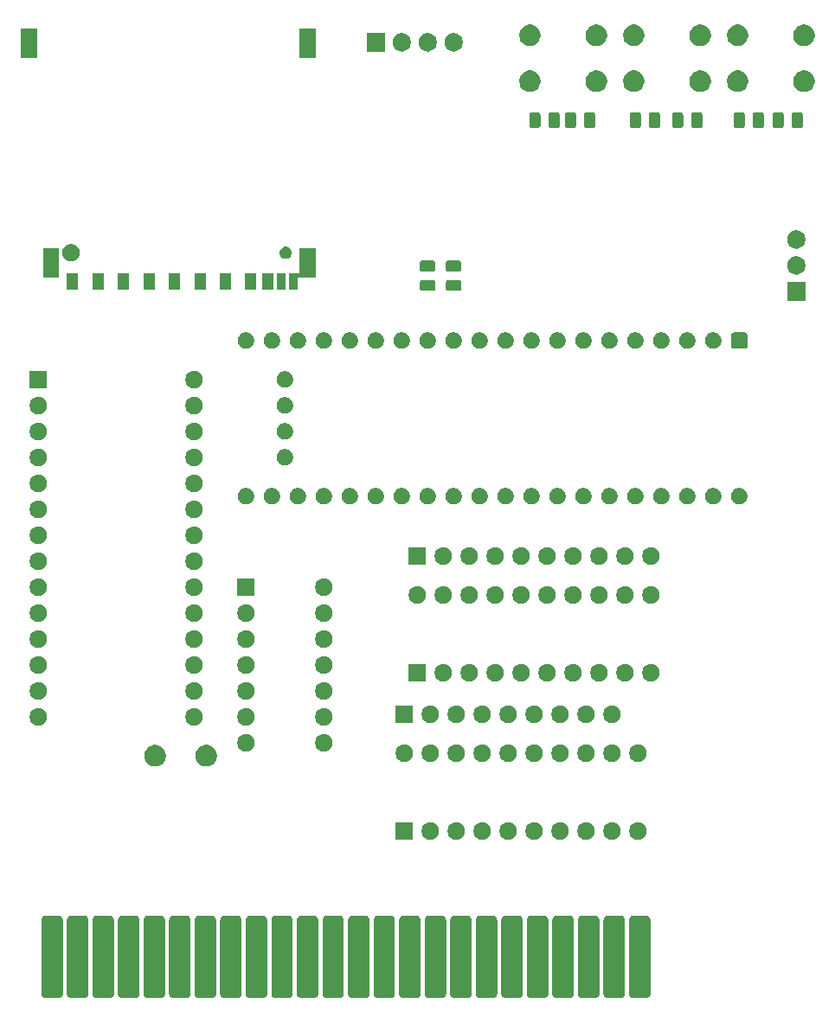
<source format=gts>
G04 #@! TF.GenerationSoftware,KiCad,Pcbnew,5.1.5-52549c5~86~ubuntu19.10.1*
G04 #@! TF.CreationDate,2020-04-22T22:15:28+03:00*
G04 #@! TF.ProjectId,control,636f6e74-726f-46c2-9e6b-696361645f70,rev?*
G04 #@! TF.SameCoordinates,Original*
G04 #@! TF.FileFunction,Soldermask,Top*
G04 #@! TF.FilePolarity,Negative*
%FSLAX46Y46*%
G04 Gerber Fmt 4.6, Leading zero omitted, Abs format (unit mm)*
G04 Created by KiCad (PCBNEW 5.1.5-52549c5~86~ubuntu19.10.1) date 2020-04-22 22:15:28*
%MOMM*%
%LPD*%
G04 APERTURE LIST*
%ADD10C,0.100000*%
G04 APERTURE END LIST*
D10*
G36*
X114138210Y-175663489D02*
G01*
X114224950Y-175689802D01*
X114304889Y-175732530D01*
X114374962Y-175790038D01*
X114432470Y-175860111D01*
X114475198Y-175940050D01*
X114501511Y-176026790D01*
X114511000Y-176123140D01*
X114511000Y-183286860D01*
X114501511Y-183383210D01*
X114475198Y-183469950D01*
X114432470Y-183549889D01*
X114374962Y-183619962D01*
X114304889Y-183677470D01*
X114224950Y-183720198D01*
X114138210Y-183746511D01*
X114041860Y-183756000D01*
X112878140Y-183756000D01*
X112781790Y-183746511D01*
X112695050Y-183720198D01*
X112615111Y-183677470D01*
X112545038Y-183619962D01*
X112487530Y-183549889D01*
X112444802Y-183469950D01*
X112418489Y-183383210D01*
X112409000Y-183286860D01*
X112409000Y-176123140D01*
X112418489Y-176026790D01*
X112444802Y-175940050D01*
X112487530Y-175860111D01*
X112545038Y-175790038D01*
X112615111Y-175732530D01*
X112695050Y-175689802D01*
X112781790Y-175663489D01*
X112878140Y-175654000D01*
X114041860Y-175654000D01*
X114138210Y-175663489D01*
G37*
G36*
X71638210Y-175663489D02*
G01*
X71724950Y-175689802D01*
X71804889Y-175732530D01*
X71874962Y-175790038D01*
X71932470Y-175860111D01*
X71975198Y-175940050D01*
X72001511Y-176026790D01*
X72011000Y-176123140D01*
X72011000Y-183286860D01*
X72001511Y-183383210D01*
X71975198Y-183469950D01*
X71932470Y-183549889D01*
X71874962Y-183619962D01*
X71804889Y-183677470D01*
X71724950Y-183720198D01*
X71638210Y-183746511D01*
X71541860Y-183756000D01*
X70378140Y-183756000D01*
X70281790Y-183746511D01*
X70195050Y-183720198D01*
X70115111Y-183677470D01*
X70045038Y-183619962D01*
X69987530Y-183549889D01*
X69944802Y-183469950D01*
X69918489Y-183383210D01*
X69909000Y-183286860D01*
X69909000Y-176123140D01*
X69918489Y-176026790D01*
X69944802Y-175940050D01*
X69987530Y-175860111D01*
X70045038Y-175790038D01*
X70115111Y-175732530D01*
X70195050Y-175689802D01*
X70281790Y-175663489D01*
X70378140Y-175654000D01*
X71541860Y-175654000D01*
X71638210Y-175663489D01*
G37*
G36*
X89138210Y-175663489D02*
G01*
X89224950Y-175689802D01*
X89304889Y-175732530D01*
X89374962Y-175790038D01*
X89432470Y-175860111D01*
X89475198Y-175940050D01*
X89501511Y-176026790D01*
X89511000Y-176123140D01*
X89511000Y-183286860D01*
X89501511Y-183383210D01*
X89475198Y-183469950D01*
X89432470Y-183549889D01*
X89374962Y-183619962D01*
X89304889Y-183677470D01*
X89224950Y-183720198D01*
X89138210Y-183746511D01*
X89041860Y-183756000D01*
X87878140Y-183756000D01*
X87781790Y-183746511D01*
X87695050Y-183720198D01*
X87615111Y-183677470D01*
X87545038Y-183619962D01*
X87487530Y-183549889D01*
X87444802Y-183469950D01*
X87418489Y-183383210D01*
X87409000Y-183286860D01*
X87409000Y-176123140D01*
X87418489Y-176026790D01*
X87444802Y-175940050D01*
X87487530Y-175860111D01*
X87545038Y-175790038D01*
X87615111Y-175732530D01*
X87695050Y-175689802D01*
X87781790Y-175663489D01*
X87878140Y-175654000D01*
X89041860Y-175654000D01*
X89138210Y-175663489D01*
G37*
G36*
X86638210Y-175663489D02*
G01*
X86724950Y-175689802D01*
X86804889Y-175732530D01*
X86874962Y-175790038D01*
X86932470Y-175860111D01*
X86975198Y-175940050D01*
X87001511Y-176026790D01*
X87011000Y-176123140D01*
X87011000Y-183286860D01*
X87001511Y-183383210D01*
X86975198Y-183469950D01*
X86932470Y-183549889D01*
X86874962Y-183619962D01*
X86804889Y-183677470D01*
X86724950Y-183720198D01*
X86638210Y-183746511D01*
X86541860Y-183756000D01*
X85378140Y-183756000D01*
X85281790Y-183746511D01*
X85195050Y-183720198D01*
X85115111Y-183677470D01*
X85045038Y-183619962D01*
X84987530Y-183549889D01*
X84944802Y-183469950D01*
X84918489Y-183383210D01*
X84909000Y-183286860D01*
X84909000Y-176123140D01*
X84918489Y-176026790D01*
X84944802Y-175940050D01*
X84987530Y-175860111D01*
X85045038Y-175790038D01*
X85115111Y-175732530D01*
X85195050Y-175689802D01*
X85281790Y-175663489D01*
X85378140Y-175654000D01*
X86541860Y-175654000D01*
X86638210Y-175663489D01*
G37*
G36*
X64138210Y-175663489D02*
G01*
X64224950Y-175689802D01*
X64304889Y-175732530D01*
X64374962Y-175790038D01*
X64432470Y-175860111D01*
X64475198Y-175940050D01*
X64501511Y-176026790D01*
X64511000Y-176123140D01*
X64511000Y-183286860D01*
X64501511Y-183383210D01*
X64475198Y-183469950D01*
X64432470Y-183549889D01*
X64374962Y-183619962D01*
X64304889Y-183677470D01*
X64224950Y-183720198D01*
X64138210Y-183746511D01*
X64041860Y-183756000D01*
X62878140Y-183756000D01*
X62781790Y-183746511D01*
X62695050Y-183720198D01*
X62615111Y-183677470D01*
X62545038Y-183619962D01*
X62487530Y-183549889D01*
X62444802Y-183469950D01*
X62418489Y-183383210D01*
X62409000Y-183286860D01*
X62409000Y-176123140D01*
X62418489Y-176026790D01*
X62444802Y-175940050D01*
X62487530Y-175860111D01*
X62545038Y-175790038D01*
X62615111Y-175732530D01*
X62695050Y-175689802D01*
X62781790Y-175663489D01*
X62878140Y-175654000D01*
X64041860Y-175654000D01*
X64138210Y-175663489D01*
G37*
G36*
X96638210Y-175663489D02*
G01*
X96724950Y-175689802D01*
X96804889Y-175732530D01*
X96874962Y-175790038D01*
X96932470Y-175860111D01*
X96975198Y-175940050D01*
X97001511Y-176026790D01*
X97011000Y-176123140D01*
X97011000Y-183286860D01*
X97001511Y-183383210D01*
X96975198Y-183469950D01*
X96932470Y-183549889D01*
X96874962Y-183619962D01*
X96804889Y-183677470D01*
X96724950Y-183720198D01*
X96638210Y-183746511D01*
X96541860Y-183756000D01*
X95378140Y-183756000D01*
X95281790Y-183746511D01*
X95195050Y-183720198D01*
X95115111Y-183677470D01*
X95045038Y-183619962D01*
X94987530Y-183549889D01*
X94944802Y-183469950D01*
X94918489Y-183383210D01*
X94909000Y-183286860D01*
X94909000Y-176123140D01*
X94918489Y-176026790D01*
X94944802Y-175940050D01*
X94987530Y-175860111D01*
X95045038Y-175790038D01*
X95115111Y-175732530D01*
X95195050Y-175689802D01*
X95281790Y-175663489D01*
X95378140Y-175654000D01*
X96541860Y-175654000D01*
X96638210Y-175663489D01*
G37*
G36*
X79138210Y-175663489D02*
G01*
X79224950Y-175689802D01*
X79304889Y-175732530D01*
X79374962Y-175790038D01*
X79432470Y-175860111D01*
X79475198Y-175940050D01*
X79501511Y-176026790D01*
X79511000Y-176123140D01*
X79511000Y-183286860D01*
X79501511Y-183383210D01*
X79475198Y-183469950D01*
X79432470Y-183549889D01*
X79374962Y-183619962D01*
X79304889Y-183677470D01*
X79224950Y-183720198D01*
X79138210Y-183746511D01*
X79041860Y-183756000D01*
X77878140Y-183756000D01*
X77781790Y-183746511D01*
X77695050Y-183720198D01*
X77615111Y-183677470D01*
X77545038Y-183619962D01*
X77487530Y-183549889D01*
X77444802Y-183469950D01*
X77418489Y-183383210D01*
X77409000Y-183286860D01*
X77409000Y-176123140D01*
X77418489Y-176026790D01*
X77444802Y-175940050D01*
X77487530Y-175860111D01*
X77545038Y-175790038D01*
X77615111Y-175732530D01*
X77695050Y-175689802D01*
X77781790Y-175663489D01*
X77878140Y-175654000D01*
X79041860Y-175654000D01*
X79138210Y-175663489D01*
G37*
G36*
X59138210Y-175663489D02*
G01*
X59224950Y-175689802D01*
X59304889Y-175732530D01*
X59374962Y-175790038D01*
X59432470Y-175860111D01*
X59475198Y-175940050D01*
X59501511Y-176026790D01*
X59511000Y-176123140D01*
X59511000Y-183286860D01*
X59501511Y-183383210D01*
X59475198Y-183469950D01*
X59432470Y-183549889D01*
X59374962Y-183619962D01*
X59304889Y-183677470D01*
X59224950Y-183720198D01*
X59138210Y-183746511D01*
X59041860Y-183756000D01*
X57878140Y-183756000D01*
X57781790Y-183746511D01*
X57695050Y-183720198D01*
X57615111Y-183677470D01*
X57545038Y-183619962D01*
X57487530Y-183549889D01*
X57444802Y-183469950D01*
X57418489Y-183383210D01*
X57409000Y-183286860D01*
X57409000Y-176123140D01*
X57418489Y-176026790D01*
X57444802Y-175940050D01*
X57487530Y-175860111D01*
X57545038Y-175790038D01*
X57615111Y-175732530D01*
X57695050Y-175689802D01*
X57781790Y-175663489D01*
X57878140Y-175654000D01*
X59041860Y-175654000D01*
X59138210Y-175663489D01*
G37*
G36*
X84138210Y-175663489D02*
G01*
X84224950Y-175689802D01*
X84304889Y-175732530D01*
X84374962Y-175790038D01*
X84432470Y-175860111D01*
X84475198Y-175940050D01*
X84501511Y-176026790D01*
X84511000Y-176123140D01*
X84511000Y-183286860D01*
X84501511Y-183383210D01*
X84475198Y-183469950D01*
X84432470Y-183549889D01*
X84374962Y-183619962D01*
X84304889Y-183677470D01*
X84224950Y-183720198D01*
X84138210Y-183746511D01*
X84041860Y-183756000D01*
X82878140Y-183756000D01*
X82781790Y-183746511D01*
X82695050Y-183720198D01*
X82615111Y-183677470D01*
X82545038Y-183619962D01*
X82487530Y-183549889D01*
X82444802Y-183469950D01*
X82418489Y-183383210D01*
X82409000Y-183286860D01*
X82409000Y-176123140D01*
X82418489Y-176026790D01*
X82444802Y-175940050D01*
X82487530Y-175860111D01*
X82545038Y-175790038D01*
X82615111Y-175732530D01*
X82695050Y-175689802D01*
X82781790Y-175663489D01*
X82878140Y-175654000D01*
X84041860Y-175654000D01*
X84138210Y-175663489D01*
G37*
G36*
X99138210Y-175663489D02*
G01*
X99224950Y-175689802D01*
X99304889Y-175732530D01*
X99374962Y-175790038D01*
X99432470Y-175860111D01*
X99475198Y-175940050D01*
X99501511Y-176026790D01*
X99511000Y-176123140D01*
X99511000Y-183286860D01*
X99501511Y-183383210D01*
X99475198Y-183469950D01*
X99432470Y-183549889D01*
X99374962Y-183619962D01*
X99304889Y-183677470D01*
X99224950Y-183720198D01*
X99138210Y-183746511D01*
X99041860Y-183756000D01*
X97878140Y-183756000D01*
X97781790Y-183746511D01*
X97695050Y-183720198D01*
X97615111Y-183677470D01*
X97545038Y-183619962D01*
X97487530Y-183549889D01*
X97444802Y-183469950D01*
X97418489Y-183383210D01*
X97409000Y-183286860D01*
X97409000Y-176123140D01*
X97418489Y-176026790D01*
X97444802Y-175940050D01*
X97487530Y-175860111D01*
X97545038Y-175790038D01*
X97615111Y-175732530D01*
X97695050Y-175689802D01*
X97781790Y-175663489D01*
X97878140Y-175654000D01*
X99041860Y-175654000D01*
X99138210Y-175663489D01*
G37*
G36*
X74138210Y-175663489D02*
G01*
X74224950Y-175689802D01*
X74304889Y-175732530D01*
X74374962Y-175790038D01*
X74432470Y-175860111D01*
X74475198Y-175940050D01*
X74501511Y-176026790D01*
X74511000Y-176123140D01*
X74511000Y-183286860D01*
X74501511Y-183383210D01*
X74475198Y-183469950D01*
X74432470Y-183549889D01*
X74374962Y-183619962D01*
X74304889Y-183677470D01*
X74224950Y-183720198D01*
X74138210Y-183746511D01*
X74041860Y-183756000D01*
X72878140Y-183756000D01*
X72781790Y-183746511D01*
X72695050Y-183720198D01*
X72615111Y-183677470D01*
X72545038Y-183619962D01*
X72487530Y-183549889D01*
X72444802Y-183469950D01*
X72418489Y-183383210D01*
X72409000Y-183286860D01*
X72409000Y-176123140D01*
X72418489Y-176026790D01*
X72444802Y-175940050D01*
X72487530Y-175860111D01*
X72545038Y-175790038D01*
X72615111Y-175732530D01*
X72695050Y-175689802D01*
X72781790Y-175663489D01*
X72878140Y-175654000D01*
X74041860Y-175654000D01*
X74138210Y-175663489D01*
G37*
G36*
X81638210Y-175663489D02*
G01*
X81724950Y-175689802D01*
X81804889Y-175732530D01*
X81874962Y-175790038D01*
X81932470Y-175860111D01*
X81975198Y-175940050D01*
X82001511Y-176026790D01*
X82011000Y-176123140D01*
X82011000Y-183286860D01*
X82001511Y-183383210D01*
X81975198Y-183469950D01*
X81932470Y-183549889D01*
X81874962Y-183619962D01*
X81804889Y-183677470D01*
X81724950Y-183720198D01*
X81638210Y-183746511D01*
X81541860Y-183756000D01*
X80378140Y-183756000D01*
X80281790Y-183746511D01*
X80195050Y-183720198D01*
X80115111Y-183677470D01*
X80045038Y-183619962D01*
X79987530Y-183549889D01*
X79944802Y-183469950D01*
X79918489Y-183383210D01*
X79909000Y-183286860D01*
X79909000Y-176123140D01*
X79918489Y-176026790D01*
X79944802Y-175940050D01*
X79987530Y-175860111D01*
X80045038Y-175790038D01*
X80115111Y-175732530D01*
X80195050Y-175689802D01*
X80281790Y-175663489D01*
X80378140Y-175654000D01*
X81541860Y-175654000D01*
X81638210Y-175663489D01*
G37*
G36*
X94138210Y-175663489D02*
G01*
X94224950Y-175689802D01*
X94304889Y-175732530D01*
X94374962Y-175790038D01*
X94432470Y-175860111D01*
X94475198Y-175940050D01*
X94501511Y-176026790D01*
X94511000Y-176123140D01*
X94511000Y-183286860D01*
X94501511Y-183383210D01*
X94475198Y-183469950D01*
X94432470Y-183549889D01*
X94374962Y-183619962D01*
X94304889Y-183677470D01*
X94224950Y-183720198D01*
X94138210Y-183746511D01*
X94041860Y-183756000D01*
X92878140Y-183756000D01*
X92781790Y-183746511D01*
X92695050Y-183720198D01*
X92615111Y-183677470D01*
X92545038Y-183619962D01*
X92487530Y-183549889D01*
X92444802Y-183469950D01*
X92418489Y-183383210D01*
X92409000Y-183286860D01*
X92409000Y-176123140D01*
X92418489Y-176026790D01*
X92444802Y-175940050D01*
X92487530Y-175860111D01*
X92545038Y-175790038D01*
X92615111Y-175732530D01*
X92695050Y-175689802D01*
X92781790Y-175663489D01*
X92878140Y-175654000D01*
X94041860Y-175654000D01*
X94138210Y-175663489D01*
G37*
G36*
X109138210Y-175663489D02*
G01*
X109224950Y-175689802D01*
X109304889Y-175732530D01*
X109374962Y-175790038D01*
X109432470Y-175860111D01*
X109475198Y-175940050D01*
X109501511Y-176026790D01*
X109511000Y-176123140D01*
X109511000Y-183286860D01*
X109501511Y-183383210D01*
X109475198Y-183469950D01*
X109432470Y-183549889D01*
X109374962Y-183619962D01*
X109304889Y-183677470D01*
X109224950Y-183720198D01*
X109138210Y-183746511D01*
X109041860Y-183756000D01*
X107878140Y-183756000D01*
X107781790Y-183746511D01*
X107695050Y-183720198D01*
X107615111Y-183677470D01*
X107545038Y-183619962D01*
X107487530Y-183549889D01*
X107444802Y-183469950D01*
X107418489Y-183383210D01*
X107409000Y-183286860D01*
X107409000Y-176123140D01*
X107418489Y-176026790D01*
X107444802Y-175940050D01*
X107487530Y-175860111D01*
X107545038Y-175790038D01*
X107615111Y-175732530D01*
X107695050Y-175689802D01*
X107781790Y-175663489D01*
X107878140Y-175654000D01*
X109041860Y-175654000D01*
X109138210Y-175663489D01*
G37*
G36*
X66638210Y-175663489D02*
G01*
X66724950Y-175689802D01*
X66804889Y-175732530D01*
X66874962Y-175790038D01*
X66932470Y-175860111D01*
X66975198Y-175940050D01*
X67001511Y-176026790D01*
X67011000Y-176123140D01*
X67011000Y-183286860D01*
X67001511Y-183383210D01*
X66975198Y-183469950D01*
X66932470Y-183549889D01*
X66874962Y-183619962D01*
X66804889Y-183677470D01*
X66724950Y-183720198D01*
X66638210Y-183746511D01*
X66541860Y-183756000D01*
X65378140Y-183756000D01*
X65281790Y-183746511D01*
X65195050Y-183720198D01*
X65115111Y-183677470D01*
X65045038Y-183619962D01*
X64987530Y-183549889D01*
X64944802Y-183469950D01*
X64918489Y-183383210D01*
X64909000Y-183286860D01*
X64909000Y-176123140D01*
X64918489Y-176026790D01*
X64944802Y-175940050D01*
X64987530Y-175860111D01*
X65045038Y-175790038D01*
X65115111Y-175732530D01*
X65195050Y-175689802D01*
X65281790Y-175663489D01*
X65378140Y-175654000D01*
X66541860Y-175654000D01*
X66638210Y-175663489D01*
G37*
G36*
X61638210Y-175663489D02*
G01*
X61724950Y-175689802D01*
X61804889Y-175732530D01*
X61874962Y-175790038D01*
X61932470Y-175860111D01*
X61975198Y-175940050D01*
X62001511Y-176026790D01*
X62011000Y-176123140D01*
X62011000Y-183286860D01*
X62001511Y-183383210D01*
X61975198Y-183469950D01*
X61932470Y-183549889D01*
X61874962Y-183619962D01*
X61804889Y-183677470D01*
X61724950Y-183720198D01*
X61638210Y-183746511D01*
X61541860Y-183756000D01*
X60378140Y-183756000D01*
X60281790Y-183746511D01*
X60195050Y-183720198D01*
X60115111Y-183677470D01*
X60045038Y-183619962D01*
X59987530Y-183549889D01*
X59944802Y-183469950D01*
X59918489Y-183383210D01*
X59909000Y-183286860D01*
X59909000Y-176123140D01*
X59918489Y-176026790D01*
X59944802Y-175940050D01*
X59987530Y-175860111D01*
X60045038Y-175790038D01*
X60115111Y-175732530D01*
X60195050Y-175689802D01*
X60281790Y-175663489D01*
X60378140Y-175654000D01*
X61541860Y-175654000D01*
X61638210Y-175663489D01*
G37*
G36*
X56638210Y-175663489D02*
G01*
X56724950Y-175689802D01*
X56804889Y-175732530D01*
X56874962Y-175790038D01*
X56932470Y-175860111D01*
X56975198Y-175940050D01*
X57001511Y-176026790D01*
X57011000Y-176123140D01*
X57011000Y-183286860D01*
X57001511Y-183383210D01*
X56975198Y-183469950D01*
X56932470Y-183549889D01*
X56874962Y-183619962D01*
X56804889Y-183677470D01*
X56724950Y-183720198D01*
X56638210Y-183746511D01*
X56541860Y-183756000D01*
X55378140Y-183756000D01*
X55281790Y-183746511D01*
X55195050Y-183720198D01*
X55115111Y-183677470D01*
X55045038Y-183619962D01*
X54987530Y-183549889D01*
X54944802Y-183469950D01*
X54918489Y-183383210D01*
X54909000Y-183286860D01*
X54909000Y-176123140D01*
X54918489Y-176026790D01*
X54944802Y-175940050D01*
X54987530Y-175860111D01*
X55045038Y-175790038D01*
X55115111Y-175732530D01*
X55195050Y-175689802D01*
X55281790Y-175663489D01*
X55378140Y-175654000D01*
X56541860Y-175654000D01*
X56638210Y-175663489D01*
G37*
G36*
X69138210Y-175663489D02*
G01*
X69224950Y-175689802D01*
X69304889Y-175732530D01*
X69374962Y-175790038D01*
X69432470Y-175860111D01*
X69475198Y-175940050D01*
X69501511Y-176026790D01*
X69511000Y-176123140D01*
X69511000Y-183286860D01*
X69501511Y-183383210D01*
X69475198Y-183469950D01*
X69432470Y-183549889D01*
X69374962Y-183619962D01*
X69304889Y-183677470D01*
X69224950Y-183720198D01*
X69138210Y-183746511D01*
X69041860Y-183756000D01*
X67878140Y-183756000D01*
X67781790Y-183746511D01*
X67695050Y-183720198D01*
X67615111Y-183677470D01*
X67545038Y-183619962D01*
X67487530Y-183549889D01*
X67444802Y-183469950D01*
X67418489Y-183383210D01*
X67409000Y-183286860D01*
X67409000Y-176123140D01*
X67418489Y-176026790D01*
X67444802Y-175940050D01*
X67487530Y-175860111D01*
X67545038Y-175790038D01*
X67615111Y-175732530D01*
X67695050Y-175689802D01*
X67781790Y-175663489D01*
X67878140Y-175654000D01*
X69041860Y-175654000D01*
X69138210Y-175663489D01*
G37*
G36*
X91638210Y-175663489D02*
G01*
X91724950Y-175689802D01*
X91804889Y-175732530D01*
X91874962Y-175790038D01*
X91932470Y-175860111D01*
X91975198Y-175940050D01*
X92001511Y-176026790D01*
X92011000Y-176123140D01*
X92011000Y-183286860D01*
X92001511Y-183383210D01*
X91975198Y-183469950D01*
X91932470Y-183549889D01*
X91874962Y-183619962D01*
X91804889Y-183677470D01*
X91724950Y-183720198D01*
X91638210Y-183746511D01*
X91541860Y-183756000D01*
X90378140Y-183756000D01*
X90281790Y-183746511D01*
X90195050Y-183720198D01*
X90115111Y-183677470D01*
X90045038Y-183619962D01*
X89987530Y-183549889D01*
X89944802Y-183469950D01*
X89918489Y-183383210D01*
X89909000Y-183286860D01*
X89909000Y-176123140D01*
X89918489Y-176026790D01*
X89944802Y-175940050D01*
X89987530Y-175860111D01*
X90045038Y-175790038D01*
X90115111Y-175732530D01*
X90195050Y-175689802D01*
X90281790Y-175663489D01*
X90378140Y-175654000D01*
X91541860Y-175654000D01*
X91638210Y-175663489D01*
G37*
G36*
X76638210Y-175663489D02*
G01*
X76724950Y-175689802D01*
X76804889Y-175732530D01*
X76874962Y-175790038D01*
X76932470Y-175860111D01*
X76975198Y-175940050D01*
X77001511Y-176026790D01*
X77011000Y-176123140D01*
X77011000Y-183286860D01*
X77001511Y-183383210D01*
X76975198Y-183469950D01*
X76932470Y-183549889D01*
X76874962Y-183619962D01*
X76804889Y-183677470D01*
X76724950Y-183720198D01*
X76638210Y-183746511D01*
X76541860Y-183756000D01*
X75378140Y-183756000D01*
X75281790Y-183746511D01*
X75195050Y-183720198D01*
X75115111Y-183677470D01*
X75045038Y-183619962D01*
X74987530Y-183549889D01*
X74944802Y-183469950D01*
X74918489Y-183383210D01*
X74909000Y-183286860D01*
X74909000Y-176123140D01*
X74918489Y-176026790D01*
X74944802Y-175940050D01*
X74987530Y-175860111D01*
X75045038Y-175790038D01*
X75115111Y-175732530D01*
X75195050Y-175689802D01*
X75281790Y-175663489D01*
X75378140Y-175654000D01*
X76541860Y-175654000D01*
X76638210Y-175663489D01*
G37*
G36*
X111638210Y-175663489D02*
G01*
X111724950Y-175689802D01*
X111804889Y-175732530D01*
X111874962Y-175790038D01*
X111932470Y-175860111D01*
X111975198Y-175940050D01*
X112001511Y-176026790D01*
X112011000Y-176123140D01*
X112011000Y-183286860D01*
X112001511Y-183383210D01*
X111975198Y-183469950D01*
X111932470Y-183549889D01*
X111874962Y-183619962D01*
X111804889Y-183677470D01*
X111724950Y-183720198D01*
X111638210Y-183746511D01*
X111541860Y-183756000D01*
X110378140Y-183756000D01*
X110281790Y-183746511D01*
X110195050Y-183720198D01*
X110115111Y-183677470D01*
X110045038Y-183619962D01*
X109987530Y-183549889D01*
X109944802Y-183469950D01*
X109918489Y-183383210D01*
X109909000Y-183286860D01*
X109909000Y-176123140D01*
X109918489Y-176026790D01*
X109944802Y-175940050D01*
X109987530Y-175860111D01*
X110045038Y-175790038D01*
X110115111Y-175732530D01*
X110195050Y-175689802D01*
X110281790Y-175663489D01*
X110378140Y-175654000D01*
X111541860Y-175654000D01*
X111638210Y-175663489D01*
G37*
G36*
X101638210Y-175663489D02*
G01*
X101724950Y-175689802D01*
X101804889Y-175732530D01*
X101874962Y-175790038D01*
X101932470Y-175860111D01*
X101975198Y-175940050D01*
X102001511Y-176026790D01*
X102011000Y-176123140D01*
X102011000Y-183286860D01*
X102001511Y-183383210D01*
X101975198Y-183469950D01*
X101932470Y-183549889D01*
X101874962Y-183619962D01*
X101804889Y-183677470D01*
X101724950Y-183720198D01*
X101638210Y-183746511D01*
X101541860Y-183756000D01*
X100378140Y-183756000D01*
X100281790Y-183746511D01*
X100195050Y-183720198D01*
X100115111Y-183677470D01*
X100045038Y-183619962D01*
X99987530Y-183549889D01*
X99944802Y-183469950D01*
X99918489Y-183383210D01*
X99909000Y-183286860D01*
X99909000Y-176123140D01*
X99918489Y-176026790D01*
X99944802Y-175940050D01*
X99987530Y-175860111D01*
X100045038Y-175790038D01*
X100115111Y-175732530D01*
X100195050Y-175689802D01*
X100281790Y-175663489D01*
X100378140Y-175654000D01*
X101541860Y-175654000D01*
X101638210Y-175663489D01*
G37*
G36*
X106638210Y-175663489D02*
G01*
X106724950Y-175689802D01*
X106804889Y-175732530D01*
X106874962Y-175790038D01*
X106932470Y-175860111D01*
X106975198Y-175940050D01*
X107001511Y-176026790D01*
X107011000Y-176123140D01*
X107011000Y-183286860D01*
X107001511Y-183383210D01*
X106975198Y-183469950D01*
X106932470Y-183549889D01*
X106874962Y-183619962D01*
X106804889Y-183677470D01*
X106724950Y-183720198D01*
X106638210Y-183746511D01*
X106541860Y-183756000D01*
X105378140Y-183756000D01*
X105281790Y-183746511D01*
X105195050Y-183720198D01*
X105115111Y-183677470D01*
X105045038Y-183619962D01*
X104987530Y-183549889D01*
X104944802Y-183469950D01*
X104918489Y-183383210D01*
X104909000Y-183286860D01*
X104909000Y-176123140D01*
X104918489Y-176026790D01*
X104944802Y-175940050D01*
X104987530Y-175860111D01*
X105045038Y-175790038D01*
X105115111Y-175732530D01*
X105195050Y-175689802D01*
X105281790Y-175663489D01*
X105378140Y-175654000D01*
X106541860Y-175654000D01*
X106638210Y-175663489D01*
G37*
G36*
X104138210Y-175663489D02*
G01*
X104224950Y-175689802D01*
X104304889Y-175732530D01*
X104374962Y-175790038D01*
X104432470Y-175860111D01*
X104475198Y-175940050D01*
X104501511Y-176026790D01*
X104511000Y-176123140D01*
X104511000Y-183286860D01*
X104501511Y-183383210D01*
X104475198Y-183469950D01*
X104432470Y-183549889D01*
X104374962Y-183619962D01*
X104304889Y-183677470D01*
X104224950Y-183720198D01*
X104138210Y-183746511D01*
X104041860Y-183756000D01*
X102878140Y-183756000D01*
X102781790Y-183746511D01*
X102695050Y-183720198D01*
X102615111Y-183677470D01*
X102545038Y-183619962D01*
X102487530Y-183549889D01*
X102444802Y-183469950D01*
X102418489Y-183383210D01*
X102409000Y-183286860D01*
X102409000Y-176123140D01*
X102418489Y-176026790D01*
X102444802Y-175940050D01*
X102487530Y-175860111D01*
X102545038Y-175790038D01*
X102615111Y-175732530D01*
X102695050Y-175689802D01*
X102781790Y-175663489D01*
X102878140Y-175654000D01*
X104041860Y-175654000D01*
X104138210Y-175663489D01*
G37*
G36*
X95752228Y-166567703D02*
G01*
X95907100Y-166631853D01*
X96046481Y-166724985D01*
X96165015Y-166843519D01*
X96258147Y-166982900D01*
X96322297Y-167137772D01*
X96355000Y-167302184D01*
X96355000Y-167469816D01*
X96322297Y-167634228D01*
X96258147Y-167789100D01*
X96165015Y-167928481D01*
X96046481Y-168047015D01*
X95907100Y-168140147D01*
X95752228Y-168204297D01*
X95587816Y-168237000D01*
X95420184Y-168237000D01*
X95255772Y-168204297D01*
X95100900Y-168140147D01*
X94961519Y-168047015D01*
X94842985Y-167928481D01*
X94749853Y-167789100D01*
X94685703Y-167634228D01*
X94653000Y-167469816D01*
X94653000Y-167302184D01*
X94685703Y-167137772D01*
X94749853Y-166982900D01*
X94842985Y-166843519D01*
X94961519Y-166724985D01*
X95100900Y-166631853D01*
X95255772Y-166567703D01*
X95420184Y-166535000D01*
X95587816Y-166535000D01*
X95752228Y-166567703D01*
G37*
G36*
X113532228Y-166567703D02*
G01*
X113687100Y-166631853D01*
X113826481Y-166724985D01*
X113945015Y-166843519D01*
X114038147Y-166982900D01*
X114102297Y-167137772D01*
X114135000Y-167302184D01*
X114135000Y-167469816D01*
X114102297Y-167634228D01*
X114038147Y-167789100D01*
X113945015Y-167928481D01*
X113826481Y-168047015D01*
X113687100Y-168140147D01*
X113532228Y-168204297D01*
X113367816Y-168237000D01*
X113200184Y-168237000D01*
X113035772Y-168204297D01*
X112880900Y-168140147D01*
X112741519Y-168047015D01*
X112622985Y-167928481D01*
X112529853Y-167789100D01*
X112465703Y-167634228D01*
X112433000Y-167469816D01*
X112433000Y-167302184D01*
X112465703Y-167137772D01*
X112529853Y-166982900D01*
X112622985Y-166843519D01*
X112741519Y-166724985D01*
X112880900Y-166631853D01*
X113035772Y-166567703D01*
X113200184Y-166535000D01*
X113367816Y-166535000D01*
X113532228Y-166567703D01*
G37*
G36*
X103372228Y-166567703D02*
G01*
X103527100Y-166631853D01*
X103666481Y-166724985D01*
X103785015Y-166843519D01*
X103878147Y-166982900D01*
X103942297Y-167137772D01*
X103975000Y-167302184D01*
X103975000Y-167469816D01*
X103942297Y-167634228D01*
X103878147Y-167789100D01*
X103785015Y-167928481D01*
X103666481Y-168047015D01*
X103527100Y-168140147D01*
X103372228Y-168204297D01*
X103207816Y-168237000D01*
X103040184Y-168237000D01*
X102875772Y-168204297D01*
X102720900Y-168140147D01*
X102581519Y-168047015D01*
X102462985Y-167928481D01*
X102369853Y-167789100D01*
X102305703Y-167634228D01*
X102273000Y-167469816D01*
X102273000Y-167302184D01*
X102305703Y-167137772D01*
X102369853Y-166982900D01*
X102462985Y-166843519D01*
X102581519Y-166724985D01*
X102720900Y-166631853D01*
X102875772Y-166567703D01*
X103040184Y-166535000D01*
X103207816Y-166535000D01*
X103372228Y-166567703D01*
G37*
G36*
X110992228Y-166567703D02*
G01*
X111147100Y-166631853D01*
X111286481Y-166724985D01*
X111405015Y-166843519D01*
X111498147Y-166982900D01*
X111562297Y-167137772D01*
X111595000Y-167302184D01*
X111595000Y-167469816D01*
X111562297Y-167634228D01*
X111498147Y-167789100D01*
X111405015Y-167928481D01*
X111286481Y-168047015D01*
X111147100Y-168140147D01*
X110992228Y-168204297D01*
X110827816Y-168237000D01*
X110660184Y-168237000D01*
X110495772Y-168204297D01*
X110340900Y-168140147D01*
X110201519Y-168047015D01*
X110082985Y-167928481D01*
X109989853Y-167789100D01*
X109925703Y-167634228D01*
X109893000Y-167469816D01*
X109893000Y-167302184D01*
X109925703Y-167137772D01*
X109989853Y-166982900D01*
X110082985Y-166843519D01*
X110201519Y-166724985D01*
X110340900Y-166631853D01*
X110495772Y-166567703D01*
X110660184Y-166535000D01*
X110827816Y-166535000D01*
X110992228Y-166567703D01*
G37*
G36*
X100832228Y-166567703D02*
G01*
X100987100Y-166631853D01*
X101126481Y-166724985D01*
X101245015Y-166843519D01*
X101338147Y-166982900D01*
X101402297Y-167137772D01*
X101435000Y-167302184D01*
X101435000Y-167469816D01*
X101402297Y-167634228D01*
X101338147Y-167789100D01*
X101245015Y-167928481D01*
X101126481Y-168047015D01*
X100987100Y-168140147D01*
X100832228Y-168204297D01*
X100667816Y-168237000D01*
X100500184Y-168237000D01*
X100335772Y-168204297D01*
X100180900Y-168140147D01*
X100041519Y-168047015D01*
X99922985Y-167928481D01*
X99829853Y-167789100D01*
X99765703Y-167634228D01*
X99733000Y-167469816D01*
X99733000Y-167302184D01*
X99765703Y-167137772D01*
X99829853Y-166982900D01*
X99922985Y-166843519D01*
X100041519Y-166724985D01*
X100180900Y-166631853D01*
X100335772Y-166567703D01*
X100500184Y-166535000D01*
X100667816Y-166535000D01*
X100832228Y-166567703D01*
G37*
G36*
X98292228Y-166567703D02*
G01*
X98447100Y-166631853D01*
X98586481Y-166724985D01*
X98705015Y-166843519D01*
X98798147Y-166982900D01*
X98862297Y-167137772D01*
X98895000Y-167302184D01*
X98895000Y-167469816D01*
X98862297Y-167634228D01*
X98798147Y-167789100D01*
X98705015Y-167928481D01*
X98586481Y-168047015D01*
X98447100Y-168140147D01*
X98292228Y-168204297D01*
X98127816Y-168237000D01*
X97960184Y-168237000D01*
X97795772Y-168204297D01*
X97640900Y-168140147D01*
X97501519Y-168047015D01*
X97382985Y-167928481D01*
X97289853Y-167789100D01*
X97225703Y-167634228D01*
X97193000Y-167469816D01*
X97193000Y-167302184D01*
X97225703Y-167137772D01*
X97289853Y-166982900D01*
X97382985Y-166843519D01*
X97501519Y-166724985D01*
X97640900Y-166631853D01*
X97795772Y-166567703D01*
X97960184Y-166535000D01*
X98127816Y-166535000D01*
X98292228Y-166567703D01*
G37*
G36*
X93212228Y-166567703D02*
G01*
X93367100Y-166631853D01*
X93506481Y-166724985D01*
X93625015Y-166843519D01*
X93718147Y-166982900D01*
X93782297Y-167137772D01*
X93815000Y-167302184D01*
X93815000Y-167469816D01*
X93782297Y-167634228D01*
X93718147Y-167789100D01*
X93625015Y-167928481D01*
X93506481Y-168047015D01*
X93367100Y-168140147D01*
X93212228Y-168204297D01*
X93047816Y-168237000D01*
X92880184Y-168237000D01*
X92715772Y-168204297D01*
X92560900Y-168140147D01*
X92421519Y-168047015D01*
X92302985Y-167928481D01*
X92209853Y-167789100D01*
X92145703Y-167634228D01*
X92113000Y-167469816D01*
X92113000Y-167302184D01*
X92145703Y-167137772D01*
X92209853Y-166982900D01*
X92302985Y-166843519D01*
X92421519Y-166724985D01*
X92560900Y-166631853D01*
X92715772Y-166567703D01*
X92880184Y-166535000D01*
X93047816Y-166535000D01*
X93212228Y-166567703D01*
G37*
G36*
X91275000Y-168237000D02*
G01*
X89573000Y-168237000D01*
X89573000Y-166535000D01*
X91275000Y-166535000D01*
X91275000Y-168237000D01*
G37*
G36*
X105912228Y-166567703D02*
G01*
X106067100Y-166631853D01*
X106206481Y-166724985D01*
X106325015Y-166843519D01*
X106418147Y-166982900D01*
X106482297Y-167137772D01*
X106515000Y-167302184D01*
X106515000Y-167469816D01*
X106482297Y-167634228D01*
X106418147Y-167789100D01*
X106325015Y-167928481D01*
X106206481Y-168047015D01*
X106067100Y-168140147D01*
X105912228Y-168204297D01*
X105747816Y-168237000D01*
X105580184Y-168237000D01*
X105415772Y-168204297D01*
X105260900Y-168140147D01*
X105121519Y-168047015D01*
X105002985Y-167928481D01*
X104909853Y-167789100D01*
X104845703Y-167634228D01*
X104813000Y-167469816D01*
X104813000Y-167302184D01*
X104845703Y-167137772D01*
X104909853Y-166982900D01*
X105002985Y-166843519D01*
X105121519Y-166724985D01*
X105260900Y-166631853D01*
X105415772Y-166567703D01*
X105580184Y-166535000D01*
X105747816Y-166535000D01*
X105912228Y-166567703D01*
G37*
G36*
X108452228Y-166567703D02*
G01*
X108607100Y-166631853D01*
X108746481Y-166724985D01*
X108865015Y-166843519D01*
X108958147Y-166982900D01*
X109022297Y-167137772D01*
X109055000Y-167302184D01*
X109055000Y-167469816D01*
X109022297Y-167634228D01*
X108958147Y-167789100D01*
X108865015Y-167928481D01*
X108746481Y-168047015D01*
X108607100Y-168140147D01*
X108452228Y-168204297D01*
X108287816Y-168237000D01*
X108120184Y-168237000D01*
X107955772Y-168204297D01*
X107800900Y-168140147D01*
X107661519Y-168047015D01*
X107542985Y-167928481D01*
X107449853Y-167789100D01*
X107385703Y-167634228D01*
X107353000Y-167469816D01*
X107353000Y-167302184D01*
X107385703Y-167137772D01*
X107449853Y-166982900D01*
X107542985Y-166843519D01*
X107661519Y-166724985D01*
X107800900Y-166631853D01*
X107955772Y-166567703D01*
X108120184Y-166535000D01*
X108287816Y-166535000D01*
X108452228Y-166567703D01*
G37*
G36*
X71346564Y-159009389D02*
G01*
X71537833Y-159088615D01*
X71537835Y-159088616D01*
X71709973Y-159203635D01*
X71856365Y-159350027D01*
X71968449Y-159517772D01*
X71971385Y-159522167D01*
X72050611Y-159713436D01*
X72091000Y-159916484D01*
X72091000Y-160123516D01*
X72050611Y-160326564D01*
X72009003Y-160427015D01*
X71971384Y-160517835D01*
X71856365Y-160689973D01*
X71709973Y-160836365D01*
X71537835Y-160951384D01*
X71537834Y-160951385D01*
X71537833Y-160951385D01*
X71346564Y-161030611D01*
X71143516Y-161071000D01*
X70936484Y-161071000D01*
X70733436Y-161030611D01*
X70542167Y-160951385D01*
X70542166Y-160951385D01*
X70542165Y-160951384D01*
X70370027Y-160836365D01*
X70223635Y-160689973D01*
X70108616Y-160517835D01*
X70070997Y-160427015D01*
X70029389Y-160326564D01*
X69989000Y-160123516D01*
X69989000Y-159916484D01*
X70029389Y-159713436D01*
X70108615Y-159522167D01*
X70111552Y-159517772D01*
X70223635Y-159350027D01*
X70370027Y-159203635D01*
X70542165Y-159088616D01*
X70542167Y-159088615D01*
X70733436Y-159009389D01*
X70936484Y-158969000D01*
X71143516Y-158969000D01*
X71346564Y-159009389D01*
G37*
G36*
X66346564Y-159009389D02*
G01*
X66537833Y-159088615D01*
X66537835Y-159088616D01*
X66709973Y-159203635D01*
X66856365Y-159350027D01*
X66968449Y-159517772D01*
X66971385Y-159522167D01*
X67050611Y-159713436D01*
X67091000Y-159916484D01*
X67091000Y-160123516D01*
X67050611Y-160326564D01*
X67009003Y-160427015D01*
X66971384Y-160517835D01*
X66856365Y-160689973D01*
X66709973Y-160836365D01*
X66537835Y-160951384D01*
X66537834Y-160951385D01*
X66537833Y-160951385D01*
X66346564Y-161030611D01*
X66143516Y-161071000D01*
X65936484Y-161071000D01*
X65733436Y-161030611D01*
X65542167Y-160951385D01*
X65542166Y-160951385D01*
X65542165Y-160951384D01*
X65370027Y-160836365D01*
X65223635Y-160689973D01*
X65108616Y-160517835D01*
X65070997Y-160427015D01*
X65029389Y-160326564D01*
X64989000Y-160123516D01*
X64989000Y-159916484D01*
X65029389Y-159713436D01*
X65108615Y-159522167D01*
X65111552Y-159517772D01*
X65223635Y-159350027D01*
X65370027Y-159203635D01*
X65542165Y-159088616D01*
X65542167Y-159088615D01*
X65733436Y-159009389D01*
X65936484Y-158969000D01*
X66143516Y-158969000D01*
X66346564Y-159009389D01*
G37*
G36*
X110992228Y-158947703D02*
G01*
X111147100Y-159011853D01*
X111286481Y-159104985D01*
X111405015Y-159223519D01*
X111498147Y-159362900D01*
X111562297Y-159517772D01*
X111595000Y-159682184D01*
X111595000Y-159849816D01*
X111562297Y-160014228D01*
X111498147Y-160169100D01*
X111405015Y-160308481D01*
X111286481Y-160427015D01*
X111147100Y-160520147D01*
X110992228Y-160584297D01*
X110827816Y-160617000D01*
X110660184Y-160617000D01*
X110495772Y-160584297D01*
X110340900Y-160520147D01*
X110201519Y-160427015D01*
X110082985Y-160308481D01*
X109989853Y-160169100D01*
X109925703Y-160014228D01*
X109893000Y-159849816D01*
X109893000Y-159682184D01*
X109925703Y-159517772D01*
X109989853Y-159362900D01*
X110082985Y-159223519D01*
X110201519Y-159104985D01*
X110340900Y-159011853D01*
X110495772Y-158947703D01*
X110660184Y-158915000D01*
X110827816Y-158915000D01*
X110992228Y-158947703D01*
G37*
G36*
X100832228Y-158947703D02*
G01*
X100987100Y-159011853D01*
X101126481Y-159104985D01*
X101245015Y-159223519D01*
X101338147Y-159362900D01*
X101402297Y-159517772D01*
X101435000Y-159682184D01*
X101435000Y-159849816D01*
X101402297Y-160014228D01*
X101338147Y-160169100D01*
X101245015Y-160308481D01*
X101126481Y-160427015D01*
X100987100Y-160520147D01*
X100832228Y-160584297D01*
X100667816Y-160617000D01*
X100500184Y-160617000D01*
X100335772Y-160584297D01*
X100180900Y-160520147D01*
X100041519Y-160427015D01*
X99922985Y-160308481D01*
X99829853Y-160169100D01*
X99765703Y-160014228D01*
X99733000Y-159849816D01*
X99733000Y-159682184D01*
X99765703Y-159517772D01*
X99829853Y-159362900D01*
X99922985Y-159223519D01*
X100041519Y-159104985D01*
X100180900Y-159011853D01*
X100335772Y-158947703D01*
X100500184Y-158915000D01*
X100667816Y-158915000D01*
X100832228Y-158947703D01*
G37*
G36*
X98292228Y-158947703D02*
G01*
X98447100Y-159011853D01*
X98586481Y-159104985D01*
X98705015Y-159223519D01*
X98798147Y-159362900D01*
X98862297Y-159517772D01*
X98895000Y-159682184D01*
X98895000Y-159849816D01*
X98862297Y-160014228D01*
X98798147Y-160169100D01*
X98705015Y-160308481D01*
X98586481Y-160427015D01*
X98447100Y-160520147D01*
X98292228Y-160584297D01*
X98127816Y-160617000D01*
X97960184Y-160617000D01*
X97795772Y-160584297D01*
X97640900Y-160520147D01*
X97501519Y-160427015D01*
X97382985Y-160308481D01*
X97289853Y-160169100D01*
X97225703Y-160014228D01*
X97193000Y-159849816D01*
X97193000Y-159682184D01*
X97225703Y-159517772D01*
X97289853Y-159362900D01*
X97382985Y-159223519D01*
X97501519Y-159104985D01*
X97640900Y-159011853D01*
X97795772Y-158947703D01*
X97960184Y-158915000D01*
X98127816Y-158915000D01*
X98292228Y-158947703D01*
G37*
G36*
X113532228Y-158947703D02*
G01*
X113687100Y-159011853D01*
X113826481Y-159104985D01*
X113945015Y-159223519D01*
X114038147Y-159362900D01*
X114102297Y-159517772D01*
X114135000Y-159682184D01*
X114135000Y-159849816D01*
X114102297Y-160014228D01*
X114038147Y-160169100D01*
X113945015Y-160308481D01*
X113826481Y-160427015D01*
X113687100Y-160520147D01*
X113532228Y-160584297D01*
X113367816Y-160617000D01*
X113200184Y-160617000D01*
X113035772Y-160584297D01*
X112880900Y-160520147D01*
X112741519Y-160427015D01*
X112622985Y-160308481D01*
X112529853Y-160169100D01*
X112465703Y-160014228D01*
X112433000Y-159849816D01*
X112433000Y-159682184D01*
X112465703Y-159517772D01*
X112529853Y-159362900D01*
X112622985Y-159223519D01*
X112741519Y-159104985D01*
X112880900Y-159011853D01*
X113035772Y-158947703D01*
X113200184Y-158915000D01*
X113367816Y-158915000D01*
X113532228Y-158947703D01*
G37*
G36*
X95752228Y-158947703D02*
G01*
X95907100Y-159011853D01*
X96046481Y-159104985D01*
X96165015Y-159223519D01*
X96258147Y-159362900D01*
X96322297Y-159517772D01*
X96355000Y-159682184D01*
X96355000Y-159849816D01*
X96322297Y-160014228D01*
X96258147Y-160169100D01*
X96165015Y-160308481D01*
X96046481Y-160427015D01*
X95907100Y-160520147D01*
X95752228Y-160584297D01*
X95587816Y-160617000D01*
X95420184Y-160617000D01*
X95255772Y-160584297D01*
X95100900Y-160520147D01*
X94961519Y-160427015D01*
X94842985Y-160308481D01*
X94749853Y-160169100D01*
X94685703Y-160014228D01*
X94653000Y-159849816D01*
X94653000Y-159682184D01*
X94685703Y-159517772D01*
X94749853Y-159362900D01*
X94842985Y-159223519D01*
X94961519Y-159104985D01*
X95100900Y-159011853D01*
X95255772Y-158947703D01*
X95420184Y-158915000D01*
X95587816Y-158915000D01*
X95752228Y-158947703D01*
G37*
G36*
X93212228Y-158947703D02*
G01*
X93367100Y-159011853D01*
X93506481Y-159104985D01*
X93625015Y-159223519D01*
X93718147Y-159362900D01*
X93782297Y-159517772D01*
X93815000Y-159682184D01*
X93815000Y-159849816D01*
X93782297Y-160014228D01*
X93718147Y-160169100D01*
X93625015Y-160308481D01*
X93506481Y-160427015D01*
X93367100Y-160520147D01*
X93212228Y-160584297D01*
X93047816Y-160617000D01*
X92880184Y-160617000D01*
X92715772Y-160584297D01*
X92560900Y-160520147D01*
X92421519Y-160427015D01*
X92302985Y-160308481D01*
X92209853Y-160169100D01*
X92145703Y-160014228D01*
X92113000Y-159849816D01*
X92113000Y-159682184D01*
X92145703Y-159517772D01*
X92209853Y-159362900D01*
X92302985Y-159223519D01*
X92421519Y-159104985D01*
X92560900Y-159011853D01*
X92715772Y-158947703D01*
X92880184Y-158915000D01*
X93047816Y-158915000D01*
X93212228Y-158947703D01*
G37*
G36*
X108452228Y-158947703D02*
G01*
X108607100Y-159011853D01*
X108746481Y-159104985D01*
X108865015Y-159223519D01*
X108958147Y-159362900D01*
X109022297Y-159517772D01*
X109055000Y-159682184D01*
X109055000Y-159849816D01*
X109022297Y-160014228D01*
X108958147Y-160169100D01*
X108865015Y-160308481D01*
X108746481Y-160427015D01*
X108607100Y-160520147D01*
X108452228Y-160584297D01*
X108287816Y-160617000D01*
X108120184Y-160617000D01*
X107955772Y-160584297D01*
X107800900Y-160520147D01*
X107661519Y-160427015D01*
X107542985Y-160308481D01*
X107449853Y-160169100D01*
X107385703Y-160014228D01*
X107353000Y-159849816D01*
X107353000Y-159682184D01*
X107385703Y-159517772D01*
X107449853Y-159362900D01*
X107542985Y-159223519D01*
X107661519Y-159104985D01*
X107800900Y-159011853D01*
X107955772Y-158947703D01*
X108120184Y-158915000D01*
X108287816Y-158915000D01*
X108452228Y-158947703D01*
G37*
G36*
X90672228Y-158947703D02*
G01*
X90827100Y-159011853D01*
X90966481Y-159104985D01*
X91085015Y-159223519D01*
X91178147Y-159362900D01*
X91242297Y-159517772D01*
X91275000Y-159682184D01*
X91275000Y-159849816D01*
X91242297Y-160014228D01*
X91178147Y-160169100D01*
X91085015Y-160308481D01*
X90966481Y-160427015D01*
X90827100Y-160520147D01*
X90672228Y-160584297D01*
X90507816Y-160617000D01*
X90340184Y-160617000D01*
X90175772Y-160584297D01*
X90020900Y-160520147D01*
X89881519Y-160427015D01*
X89762985Y-160308481D01*
X89669853Y-160169100D01*
X89605703Y-160014228D01*
X89573000Y-159849816D01*
X89573000Y-159682184D01*
X89605703Y-159517772D01*
X89669853Y-159362900D01*
X89762985Y-159223519D01*
X89881519Y-159104985D01*
X90020900Y-159011853D01*
X90175772Y-158947703D01*
X90340184Y-158915000D01*
X90507816Y-158915000D01*
X90672228Y-158947703D01*
G37*
G36*
X103372228Y-158947703D02*
G01*
X103527100Y-159011853D01*
X103666481Y-159104985D01*
X103785015Y-159223519D01*
X103878147Y-159362900D01*
X103942297Y-159517772D01*
X103975000Y-159682184D01*
X103975000Y-159849816D01*
X103942297Y-160014228D01*
X103878147Y-160169100D01*
X103785015Y-160308481D01*
X103666481Y-160427015D01*
X103527100Y-160520147D01*
X103372228Y-160584297D01*
X103207816Y-160617000D01*
X103040184Y-160617000D01*
X102875772Y-160584297D01*
X102720900Y-160520147D01*
X102581519Y-160427015D01*
X102462985Y-160308481D01*
X102369853Y-160169100D01*
X102305703Y-160014228D01*
X102273000Y-159849816D01*
X102273000Y-159682184D01*
X102305703Y-159517772D01*
X102369853Y-159362900D01*
X102462985Y-159223519D01*
X102581519Y-159104985D01*
X102720900Y-159011853D01*
X102875772Y-158947703D01*
X103040184Y-158915000D01*
X103207816Y-158915000D01*
X103372228Y-158947703D01*
G37*
G36*
X105912228Y-158947703D02*
G01*
X106067100Y-159011853D01*
X106206481Y-159104985D01*
X106325015Y-159223519D01*
X106418147Y-159362900D01*
X106482297Y-159517772D01*
X106515000Y-159682184D01*
X106515000Y-159849816D01*
X106482297Y-160014228D01*
X106418147Y-160169100D01*
X106325015Y-160308481D01*
X106206481Y-160427015D01*
X106067100Y-160520147D01*
X105912228Y-160584297D01*
X105747816Y-160617000D01*
X105580184Y-160617000D01*
X105415772Y-160584297D01*
X105260900Y-160520147D01*
X105121519Y-160427015D01*
X105002985Y-160308481D01*
X104909853Y-160169100D01*
X104845703Y-160014228D01*
X104813000Y-159849816D01*
X104813000Y-159682184D01*
X104845703Y-159517772D01*
X104909853Y-159362900D01*
X105002985Y-159223519D01*
X105121519Y-159104985D01*
X105260900Y-159011853D01*
X105415772Y-158947703D01*
X105580184Y-158915000D01*
X105747816Y-158915000D01*
X105912228Y-158947703D01*
G37*
G36*
X82798228Y-157931703D02*
G01*
X82953100Y-157995853D01*
X83092481Y-158088985D01*
X83211015Y-158207519D01*
X83304147Y-158346900D01*
X83368297Y-158501772D01*
X83401000Y-158666184D01*
X83401000Y-158833816D01*
X83368297Y-158998228D01*
X83304147Y-159153100D01*
X83211015Y-159292481D01*
X83092481Y-159411015D01*
X82953100Y-159504147D01*
X82798228Y-159568297D01*
X82633816Y-159601000D01*
X82466184Y-159601000D01*
X82301772Y-159568297D01*
X82146900Y-159504147D01*
X82007519Y-159411015D01*
X81888985Y-159292481D01*
X81795853Y-159153100D01*
X81731703Y-158998228D01*
X81699000Y-158833816D01*
X81699000Y-158666184D01*
X81731703Y-158501772D01*
X81795853Y-158346900D01*
X81888985Y-158207519D01*
X82007519Y-158088985D01*
X82146900Y-157995853D01*
X82301772Y-157931703D01*
X82466184Y-157899000D01*
X82633816Y-157899000D01*
X82798228Y-157931703D01*
G37*
G36*
X75178228Y-157931703D02*
G01*
X75333100Y-157995853D01*
X75472481Y-158088985D01*
X75591015Y-158207519D01*
X75684147Y-158346900D01*
X75748297Y-158501772D01*
X75781000Y-158666184D01*
X75781000Y-158833816D01*
X75748297Y-158998228D01*
X75684147Y-159153100D01*
X75591015Y-159292481D01*
X75472481Y-159411015D01*
X75333100Y-159504147D01*
X75178228Y-159568297D01*
X75013816Y-159601000D01*
X74846184Y-159601000D01*
X74681772Y-159568297D01*
X74526900Y-159504147D01*
X74387519Y-159411015D01*
X74268985Y-159292481D01*
X74175853Y-159153100D01*
X74111703Y-158998228D01*
X74079000Y-158833816D01*
X74079000Y-158666184D01*
X74111703Y-158501772D01*
X74175853Y-158346900D01*
X74268985Y-158207519D01*
X74387519Y-158088985D01*
X74526900Y-157995853D01*
X74681772Y-157931703D01*
X74846184Y-157899000D01*
X75013816Y-157899000D01*
X75178228Y-157931703D01*
G37*
G36*
X75178228Y-155391703D02*
G01*
X75333100Y-155455853D01*
X75472481Y-155548985D01*
X75591015Y-155667519D01*
X75684147Y-155806900D01*
X75748297Y-155961772D01*
X75781000Y-156126184D01*
X75781000Y-156293816D01*
X75748297Y-156458228D01*
X75684147Y-156613100D01*
X75591015Y-156752481D01*
X75472481Y-156871015D01*
X75333100Y-156964147D01*
X75178228Y-157028297D01*
X75013816Y-157061000D01*
X74846184Y-157061000D01*
X74681772Y-157028297D01*
X74526900Y-156964147D01*
X74387519Y-156871015D01*
X74268985Y-156752481D01*
X74175853Y-156613100D01*
X74111703Y-156458228D01*
X74079000Y-156293816D01*
X74079000Y-156126184D01*
X74111703Y-155961772D01*
X74175853Y-155806900D01*
X74268985Y-155667519D01*
X74387519Y-155548985D01*
X74526900Y-155455853D01*
X74681772Y-155391703D01*
X74846184Y-155359000D01*
X75013816Y-155359000D01*
X75178228Y-155391703D01*
G37*
G36*
X54858228Y-155391703D02*
G01*
X55013100Y-155455853D01*
X55152481Y-155548985D01*
X55271015Y-155667519D01*
X55364147Y-155806900D01*
X55428297Y-155961772D01*
X55461000Y-156126184D01*
X55461000Y-156293816D01*
X55428297Y-156458228D01*
X55364147Y-156613100D01*
X55271015Y-156752481D01*
X55152481Y-156871015D01*
X55013100Y-156964147D01*
X54858228Y-157028297D01*
X54693816Y-157061000D01*
X54526184Y-157061000D01*
X54361772Y-157028297D01*
X54206900Y-156964147D01*
X54067519Y-156871015D01*
X53948985Y-156752481D01*
X53855853Y-156613100D01*
X53791703Y-156458228D01*
X53759000Y-156293816D01*
X53759000Y-156126184D01*
X53791703Y-155961772D01*
X53855853Y-155806900D01*
X53948985Y-155667519D01*
X54067519Y-155548985D01*
X54206900Y-155455853D01*
X54361772Y-155391703D01*
X54526184Y-155359000D01*
X54693816Y-155359000D01*
X54858228Y-155391703D01*
G37*
G36*
X82798228Y-155391703D02*
G01*
X82953100Y-155455853D01*
X83092481Y-155548985D01*
X83211015Y-155667519D01*
X83304147Y-155806900D01*
X83368297Y-155961772D01*
X83401000Y-156126184D01*
X83401000Y-156293816D01*
X83368297Y-156458228D01*
X83304147Y-156613100D01*
X83211015Y-156752481D01*
X83092481Y-156871015D01*
X82953100Y-156964147D01*
X82798228Y-157028297D01*
X82633816Y-157061000D01*
X82466184Y-157061000D01*
X82301772Y-157028297D01*
X82146900Y-156964147D01*
X82007519Y-156871015D01*
X81888985Y-156752481D01*
X81795853Y-156613100D01*
X81731703Y-156458228D01*
X81699000Y-156293816D01*
X81699000Y-156126184D01*
X81731703Y-155961772D01*
X81795853Y-155806900D01*
X81888985Y-155667519D01*
X82007519Y-155548985D01*
X82146900Y-155455853D01*
X82301772Y-155391703D01*
X82466184Y-155359000D01*
X82633816Y-155359000D01*
X82798228Y-155391703D01*
G37*
G36*
X70098228Y-155391703D02*
G01*
X70253100Y-155455853D01*
X70392481Y-155548985D01*
X70511015Y-155667519D01*
X70604147Y-155806900D01*
X70668297Y-155961772D01*
X70701000Y-156126184D01*
X70701000Y-156293816D01*
X70668297Y-156458228D01*
X70604147Y-156613100D01*
X70511015Y-156752481D01*
X70392481Y-156871015D01*
X70253100Y-156964147D01*
X70098228Y-157028297D01*
X69933816Y-157061000D01*
X69766184Y-157061000D01*
X69601772Y-157028297D01*
X69446900Y-156964147D01*
X69307519Y-156871015D01*
X69188985Y-156752481D01*
X69095853Y-156613100D01*
X69031703Y-156458228D01*
X68999000Y-156293816D01*
X68999000Y-156126184D01*
X69031703Y-155961772D01*
X69095853Y-155806900D01*
X69188985Y-155667519D01*
X69307519Y-155548985D01*
X69446900Y-155455853D01*
X69601772Y-155391703D01*
X69766184Y-155359000D01*
X69933816Y-155359000D01*
X70098228Y-155391703D01*
G37*
G36*
X100832228Y-155137703D02*
G01*
X100987100Y-155201853D01*
X101126481Y-155294985D01*
X101245015Y-155413519D01*
X101338147Y-155552900D01*
X101402297Y-155707772D01*
X101435000Y-155872184D01*
X101435000Y-156039816D01*
X101402297Y-156204228D01*
X101338147Y-156359100D01*
X101245015Y-156498481D01*
X101126481Y-156617015D01*
X100987100Y-156710147D01*
X100832228Y-156774297D01*
X100667816Y-156807000D01*
X100500184Y-156807000D01*
X100335772Y-156774297D01*
X100180900Y-156710147D01*
X100041519Y-156617015D01*
X99922985Y-156498481D01*
X99829853Y-156359100D01*
X99765703Y-156204228D01*
X99733000Y-156039816D01*
X99733000Y-155872184D01*
X99765703Y-155707772D01*
X99829853Y-155552900D01*
X99922985Y-155413519D01*
X100041519Y-155294985D01*
X100180900Y-155201853D01*
X100335772Y-155137703D01*
X100500184Y-155105000D01*
X100667816Y-155105000D01*
X100832228Y-155137703D01*
G37*
G36*
X98292228Y-155137703D02*
G01*
X98447100Y-155201853D01*
X98586481Y-155294985D01*
X98705015Y-155413519D01*
X98798147Y-155552900D01*
X98862297Y-155707772D01*
X98895000Y-155872184D01*
X98895000Y-156039816D01*
X98862297Y-156204228D01*
X98798147Y-156359100D01*
X98705015Y-156498481D01*
X98586481Y-156617015D01*
X98447100Y-156710147D01*
X98292228Y-156774297D01*
X98127816Y-156807000D01*
X97960184Y-156807000D01*
X97795772Y-156774297D01*
X97640900Y-156710147D01*
X97501519Y-156617015D01*
X97382985Y-156498481D01*
X97289853Y-156359100D01*
X97225703Y-156204228D01*
X97193000Y-156039816D01*
X97193000Y-155872184D01*
X97225703Y-155707772D01*
X97289853Y-155552900D01*
X97382985Y-155413519D01*
X97501519Y-155294985D01*
X97640900Y-155201853D01*
X97795772Y-155137703D01*
X97960184Y-155105000D01*
X98127816Y-155105000D01*
X98292228Y-155137703D01*
G37*
G36*
X95752228Y-155137703D02*
G01*
X95907100Y-155201853D01*
X96046481Y-155294985D01*
X96165015Y-155413519D01*
X96258147Y-155552900D01*
X96322297Y-155707772D01*
X96355000Y-155872184D01*
X96355000Y-156039816D01*
X96322297Y-156204228D01*
X96258147Y-156359100D01*
X96165015Y-156498481D01*
X96046481Y-156617015D01*
X95907100Y-156710147D01*
X95752228Y-156774297D01*
X95587816Y-156807000D01*
X95420184Y-156807000D01*
X95255772Y-156774297D01*
X95100900Y-156710147D01*
X94961519Y-156617015D01*
X94842985Y-156498481D01*
X94749853Y-156359100D01*
X94685703Y-156204228D01*
X94653000Y-156039816D01*
X94653000Y-155872184D01*
X94685703Y-155707772D01*
X94749853Y-155552900D01*
X94842985Y-155413519D01*
X94961519Y-155294985D01*
X95100900Y-155201853D01*
X95255772Y-155137703D01*
X95420184Y-155105000D01*
X95587816Y-155105000D01*
X95752228Y-155137703D01*
G37*
G36*
X93212228Y-155137703D02*
G01*
X93367100Y-155201853D01*
X93506481Y-155294985D01*
X93625015Y-155413519D01*
X93718147Y-155552900D01*
X93782297Y-155707772D01*
X93815000Y-155872184D01*
X93815000Y-156039816D01*
X93782297Y-156204228D01*
X93718147Y-156359100D01*
X93625015Y-156498481D01*
X93506481Y-156617015D01*
X93367100Y-156710147D01*
X93212228Y-156774297D01*
X93047816Y-156807000D01*
X92880184Y-156807000D01*
X92715772Y-156774297D01*
X92560900Y-156710147D01*
X92421519Y-156617015D01*
X92302985Y-156498481D01*
X92209853Y-156359100D01*
X92145703Y-156204228D01*
X92113000Y-156039816D01*
X92113000Y-155872184D01*
X92145703Y-155707772D01*
X92209853Y-155552900D01*
X92302985Y-155413519D01*
X92421519Y-155294985D01*
X92560900Y-155201853D01*
X92715772Y-155137703D01*
X92880184Y-155105000D01*
X93047816Y-155105000D01*
X93212228Y-155137703D01*
G37*
G36*
X108452228Y-155137703D02*
G01*
X108607100Y-155201853D01*
X108746481Y-155294985D01*
X108865015Y-155413519D01*
X108958147Y-155552900D01*
X109022297Y-155707772D01*
X109055000Y-155872184D01*
X109055000Y-156039816D01*
X109022297Y-156204228D01*
X108958147Y-156359100D01*
X108865015Y-156498481D01*
X108746481Y-156617015D01*
X108607100Y-156710147D01*
X108452228Y-156774297D01*
X108287816Y-156807000D01*
X108120184Y-156807000D01*
X107955772Y-156774297D01*
X107800900Y-156710147D01*
X107661519Y-156617015D01*
X107542985Y-156498481D01*
X107449853Y-156359100D01*
X107385703Y-156204228D01*
X107353000Y-156039816D01*
X107353000Y-155872184D01*
X107385703Y-155707772D01*
X107449853Y-155552900D01*
X107542985Y-155413519D01*
X107661519Y-155294985D01*
X107800900Y-155201853D01*
X107955772Y-155137703D01*
X108120184Y-155105000D01*
X108287816Y-155105000D01*
X108452228Y-155137703D01*
G37*
G36*
X105912228Y-155137703D02*
G01*
X106067100Y-155201853D01*
X106206481Y-155294985D01*
X106325015Y-155413519D01*
X106418147Y-155552900D01*
X106482297Y-155707772D01*
X106515000Y-155872184D01*
X106515000Y-156039816D01*
X106482297Y-156204228D01*
X106418147Y-156359100D01*
X106325015Y-156498481D01*
X106206481Y-156617015D01*
X106067100Y-156710147D01*
X105912228Y-156774297D01*
X105747816Y-156807000D01*
X105580184Y-156807000D01*
X105415772Y-156774297D01*
X105260900Y-156710147D01*
X105121519Y-156617015D01*
X105002985Y-156498481D01*
X104909853Y-156359100D01*
X104845703Y-156204228D01*
X104813000Y-156039816D01*
X104813000Y-155872184D01*
X104845703Y-155707772D01*
X104909853Y-155552900D01*
X105002985Y-155413519D01*
X105121519Y-155294985D01*
X105260900Y-155201853D01*
X105415772Y-155137703D01*
X105580184Y-155105000D01*
X105747816Y-155105000D01*
X105912228Y-155137703D01*
G37*
G36*
X91275000Y-156807000D02*
G01*
X89573000Y-156807000D01*
X89573000Y-155105000D01*
X91275000Y-155105000D01*
X91275000Y-156807000D01*
G37*
G36*
X110992228Y-155137703D02*
G01*
X111147100Y-155201853D01*
X111286481Y-155294985D01*
X111405015Y-155413519D01*
X111498147Y-155552900D01*
X111562297Y-155707772D01*
X111595000Y-155872184D01*
X111595000Y-156039816D01*
X111562297Y-156204228D01*
X111498147Y-156359100D01*
X111405015Y-156498481D01*
X111286481Y-156617015D01*
X111147100Y-156710147D01*
X110992228Y-156774297D01*
X110827816Y-156807000D01*
X110660184Y-156807000D01*
X110495772Y-156774297D01*
X110340900Y-156710147D01*
X110201519Y-156617015D01*
X110082985Y-156498481D01*
X109989853Y-156359100D01*
X109925703Y-156204228D01*
X109893000Y-156039816D01*
X109893000Y-155872184D01*
X109925703Y-155707772D01*
X109989853Y-155552900D01*
X110082985Y-155413519D01*
X110201519Y-155294985D01*
X110340900Y-155201853D01*
X110495772Y-155137703D01*
X110660184Y-155105000D01*
X110827816Y-155105000D01*
X110992228Y-155137703D01*
G37*
G36*
X103372228Y-155137703D02*
G01*
X103527100Y-155201853D01*
X103666481Y-155294985D01*
X103785015Y-155413519D01*
X103878147Y-155552900D01*
X103942297Y-155707772D01*
X103975000Y-155872184D01*
X103975000Y-156039816D01*
X103942297Y-156204228D01*
X103878147Y-156359100D01*
X103785015Y-156498481D01*
X103666481Y-156617015D01*
X103527100Y-156710147D01*
X103372228Y-156774297D01*
X103207816Y-156807000D01*
X103040184Y-156807000D01*
X102875772Y-156774297D01*
X102720900Y-156710147D01*
X102581519Y-156617015D01*
X102462985Y-156498481D01*
X102369853Y-156359100D01*
X102305703Y-156204228D01*
X102273000Y-156039816D01*
X102273000Y-155872184D01*
X102305703Y-155707772D01*
X102369853Y-155552900D01*
X102462985Y-155413519D01*
X102581519Y-155294985D01*
X102720900Y-155201853D01*
X102875772Y-155137703D01*
X103040184Y-155105000D01*
X103207816Y-155105000D01*
X103372228Y-155137703D01*
G37*
G36*
X54858228Y-152851703D02*
G01*
X55013100Y-152915853D01*
X55152481Y-153008985D01*
X55271015Y-153127519D01*
X55364147Y-153266900D01*
X55428297Y-153421772D01*
X55461000Y-153586184D01*
X55461000Y-153753816D01*
X55428297Y-153918228D01*
X55364147Y-154073100D01*
X55271015Y-154212481D01*
X55152481Y-154331015D01*
X55013100Y-154424147D01*
X54858228Y-154488297D01*
X54693816Y-154521000D01*
X54526184Y-154521000D01*
X54361772Y-154488297D01*
X54206900Y-154424147D01*
X54067519Y-154331015D01*
X53948985Y-154212481D01*
X53855853Y-154073100D01*
X53791703Y-153918228D01*
X53759000Y-153753816D01*
X53759000Y-153586184D01*
X53791703Y-153421772D01*
X53855853Y-153266900D01*
X53948985Y-153127519D01*
X54067519Y-153008985D01*
X54206900Y-152915853D01*
X54361772Y-152851703D01*
X54526184Y-152819000D01*
X54693816Y-152819000D01*
X54858228Y-152851703D01*
G37*
G36*
X70098228Y-152851703D02*
G01*
X70253100Y-152915853D01*
X70392481Y-153008985D01*
X70511015Y-153127519D01*
X70604147Y-153266900D01*
X70668297Y-153421772D01*
X70701000Y-153586184D01*
X70701000Y-153753816D01*
X70668297Y-153918228D01*
X70604147Y-154073100D01*
X70511015Y-154212481D01*
X70392481Y-154331015D01*
X70253100Y-154424147D01*
X70098228Y-154488297D01*
X69933816Y-154521000D01*
X69766184Y-154521000D01*
X69601772Y-154488297D01*
X69446900Y-154424147D01*
X69307519Y-154331015D01*
X69188985Y-154212481D01*
X69095853Y-154073100D01*
X69031703Y-153918228D01*
X68999000Y-153753816D01*
X68999000Y-153586184D01*
X69031703Y-153421772D01*
X69095853Y-153266900D01*
X69188985Y-153127519D01*
X69307519Y-153008985D01*
X69446900Y-152915853D01*
X69601772Y-152851703D01*
X69766184Y-152819000D01*
X69933816Y-152819000D01*
X70098228Y-152851703D01*
G37*
G36*
X75178228Y-152851703D02*
G01*
X75333100Y-152915853D01*
X75472481Y-153008985D01*
X75591015Y-153127519D01*
X75684147Y-153266900D01*
X75748297Y-153421772D01*
X75781000Y-153586184D01*
X75781000Y-153753816D01*
X75748297Y-153918228D01*
X75684147Y-154073100D01*
X75591015Y-154212481D01*
X75472481Y-154331015D01*
X75333100Y-154424147D01*
X75178228Y-154488297D01*
X75013816Y-154521000D01*
X74846184Y-154521000D01*
X74681772Y-154488297D01*
X74526900Y-154424147D01*
X74387519Y-154331015D01*
X74268985Y-154212481D01*
X74175853Y-154073100D01*
X74111703Y-153918228D01*
X74079000Y-153753816D01*
X74079000Y-153586184D01*
X74111703Y-153421772D01*
X74175853Y-153266900D01*
X74268985Y-153127519D01*
X74387519Y-153008985D01*
X74526900Y-152915853D01*
X74681772Y-152851703D01*
X74846184Y-152819000D01*
X75013816Y-152819000D01*
X75178228Y-152851703D01*
G37*
G36*
X82798228Y-152851703D02*
G01*
X82953100Y-152915853D01*
X83092481Y-153008985D01*
X83211015Y-153127519D01*
X83304147Y-153266900D01*
X83368297Y-153421772D01*
X83401000Y-153586184D01*
X83401000Y-153753816D01*
X83368297Y-153918228D01*
X83304147Y-154073100D01*
X83211015Y-154212481D01*
X83092481Y-154331015D01*
X82953100Y-154424147D01*
X82798228Y-154488297D01*
X82633816Y-154521000D01*
X82466184Y-154521000D01*
X82301772Y-154488297D01*
X82146900Y-154424147D01*
X82007519Y-154331015D01*
X81888985Y-154212481D01*
X81795853Y-154073100D01*
X81731703Y-153918228D01*
X81699000Y-153753816D01*
X81699000Y-153586184D01*
X81731703Y-153421772D01*
X81795853Y-153266900D01*
X81888985Y-153127519D01*
X82007519Y-153008985D01*
X82146900Y-152915853D01*
X82301772Y-152851703D01*
X82466184Y-152819000D01*
X82633816Y-152819000D01*
X82798228Y-152851703D01*
G37*
G36*
X104642228Y-151073703D02*
G01*
X104797100Y-151137853D01*
X104936481Y-151230985D01*
X105055015Y-151349519D01*
X105148147Y-151488900D01*
X105212297Y-151643772D01*
X105245000Y-151808184D01*
X105245000Y-151975816D01*
X105212297Y-152140228D01*
X105148147Y-152295100D01*
X105055015Y-152434481D01*
X104936481Y-152553015D01*
X104797100Y-152646147D01*
X104642228Y-152710297D01*
X104477816Y-152743000D01*
X104310184Y-152743000D01*
X104145772Y-152710297D01*
X103990900Y-152646147D01*
X103851519Y-152553015D01*
X103732985Y-152434481D01*
X103639853Y-152295100D01*
X103575703Y-152140228D01*
X103543000Y-151975816D01*
X103543000Y-151808184D01*
X103575703Y-151643772D01*
X103639853Y-151488900D01*
X103732985Y-151349519D01*
X103851519Y-151230985D01*
X103990900Y-151137853D01*
X104145772Y-151073703D01*
X104310184Y-151041000D01*
X104477816Y-151041000D01*
X104642228Y-151073703D01*
G37*
G36*
X92545000Y-152743000D02*
G01*
X90843000Y-152743000D01*
X90843000Y-151041000D01*
X92545000Y-151041000D01*
X92545000Y-152743000D01*
G37*
G36*
X112262228Y-151073703D02*
G01*
X112417100Y-151137853D01*
X112556481Y-151230985D01*
X112675015Y-151349519D01*
X112768147Y-151488900D01*
X112832297Y-151643772D01*
X112865000Y-151808184D01*
X112865000Y-151975816D01*
X112832297Y-152140228D01*
X112768147Y-152295100D01*
X112675015Y-152434481D01*
X112556481Y-152553015D01*
X112417100Y-152646147D01*
X112262228Y-152710297D01*
X112097816Y-152743000D01*
X111930184Y-152743000D01*
X111765772Y-152710297D01*
X111610900Y-152646147D01*
X111471519Y-152553015D01*
X111352985Y-152434481D01*
X111259853Y-152295100D01*
X111195703Y-152140228D01*
X111163000Y-151975816D01*
X111163000Y-151808184D01*
X111195703Y-151643772D01*
X111259853Y-151488900D01*
X111352985Y-151349519D01*
X111471519Y-151230985D01*
X111610900Y-151137853D01*
X111765772Y-151073703D01*
X111930184Y-151041000D01*
X112097816Y-151041000D01*
X112262228Y-151073703D01*
G37*
G36*
X109722228Y-151073703D02*
G01*
X109877100Y-151137853D01*
X110016481Y-151230985D01*
X110135015Y-151349519D01*
X110228147Y-151488900D01*
X110292297Y-151643772D01*
X110325000Y-151808184D01*
X110325000Y-151975816D01*
X110292297Y-152140228D01*
X110228147Y-152295100D01*
X110135015Y-152434481D01*
X110016481Y-152553015D01*
X109877100Y-152646147D01*
X109722228Y-152710297D01*
X109557816Y-152743000D01*
X109390184Y-152743000D01*
X109225772Y-152710297D01*
X109070900Y-152646147D01*
X108931519Y-152553015D01*
X108812985Y-152434481D01*
X108719853Y-152295100D01*
X108655703Y-152140228D01*
X108623000Y-151975816D01*
X108623000Y-151808184D01*
X108655703Y-151643772D01*
X108719853Y-151488900D01*
X108812985Y-151349519D01*
X108931519Y-151230985D01*
X109070900Y-151137853D01*
X109225772Y-151073703D01*
X109390184Y-151041000D01*
X109557816Y-151041000D01*
X109722228Y-151073703D01*
G37*
G36*
X107182228Y-151073703D02*
G01*
X107337100Y-151137853D01*
X107476481Y-151230985D01*
X107595015Y-151349519D01*
X107688147Y-151488900D01*
X107752297Y-151643772D01*
X107785000Y-151808184D01*
X107785000Y-151975816D01*
X107752297Y-152140228D01*
X107688147Y-152295100D01*
X107595015Y-152434481D01*
X107476481Y-152553015D01*
X107337100Y-152646147D01*
X107182228Y-152710297D01*
X107017816Y-152743000D01*
X106850184Y-152743000D01*
X106685772Y-152710297D01*
X106530900Y-152646147D01*
X106391519Y-152553015D01*
X106272985Y-152434481D01*
X106179853Y-152295100D01*
X106115703Y-152140228D01*
X106083000Y-151975816D01*
X106083000Y-151808184D01*
X106115703Y-151643772D01*
X106179853Y-151488900D01*
X106272985Y-151349519D01*
X106391519Y-151230985D01*
X106530900Y-151137853D01*
X106685772Y-151073703D01*
X106850184Y-151041000D01*
X107017816Y-151041000D01*
X107182228Y-151073703D01*
G37*
G36*
X94482228Y-151073703D02*
G01*
X94637100Y-151137853D01*
X94776481Y-151230985D01*
X94895015Y-151349519D01*
X94988147Y-151488900D01*
X95052297Y-151643772D01*
X95085000Y-151808184D01*
X95085000Y-151975816D01*
X95052297Y-152140228D01*
X94988147Y-152295100D01*
X94895015Y-152434481D01*
X94776481Y-152553015D01*
X94637100Y-152646147D01*
X94482228Y-152710297D01*
X94317816Y-152743000D01*
X94150184Y-152743000D01*
X93985772Y-152710297D01*
X93830900Y-152646147D01*
X93691519Y-152553015D01*
X93572985Y-152434481D01*
X93479853Y-152295100D01*
X93415703Y-152140228D01*
X93383000Y-151975816D01*
X93383000Y-151808184D01*
X93415703Y-151643772D01*
X93479853Y-151488900D01*
X93572985Y-151349519D01*
X93691519Y-151230985D01*
X93830900Y-151137853D01*
X93985772Y-151073703D01*
X94150184Y-151041000D01*
X94317816Y-151041000D01*
X94482228Y-151073703D01*
G37*
G36*
X114802228Y-151073703D02*
G01*
X114957100Y-151137853D01*
X115096481Y-151230985D01*
X115215015Y-151349519D01*
X115308147Y-151488900D01*
X115372297Y-151643772D01*
X115405000Y-151808184D01*
X115405000Y-151975816D01*
X115372297Y-152140228D01*
X115308147Y-152295100D01*
X115215015Y-152434481D01*
X115096481Y-152553015D01*
X114957100Y-152646147D01*
X114802228Y-152710297D01*
X114637816Y-152743000D01*
X114470184Y-152743000D01*
X114305772Y-152710297D01*
X114150900Y-152646147D01*
X114011519Y-152553015D01*
X113892985Y-152434481D01*
X113799853Y-152295100D01*
X113735703Y-152140228D01*
X113703000Y-151975816D01*
X113703000Y-151808184D01*
X113735703Y-151643772D01*
X113799853Y-151488900D01*
X113892985Y-151349519D01*
X114011519Y-151230985D01*
X114150900Y-151137853D01*
X114305772Y-151073703D01*
X114470184Y-151041000D01*
X114637816Y-151041000D01*
X114802228Y-151073703D01*
G37*
G36*
X102102228Y-151073703D02*
G01*
X102257100Y-151137853D01*
X102396481Y-151230985D01*
X102515015Y-151349519D01*
X102608147Y-151488900D01*
X102672297Y-151643772D01*
X102705000Y-151808184D01*
X102705000Y-151975816D01*
X102672297Y-152140228D01*
X102608147Y-152295100D01*
X102515015Y-152434481D01*
X102396481Y-152553015D01*
X102257100Y-152646147D01*
X102102228Y-152710297D01*
X101937816Y-152743000D01*
X101770184Y-152743000D01*
X101605772Y-152710297D01*
X101450900Y-152646147D01*
X101311519Y-152553015D01*
X101192985Y-152434481D01*
X101099853Y-152295100D01*
X101035703Y-152140228D01*
X101003000Y-151975816D01*
X101003000Y-151808184D01*
X101035703Y-151643772D01*
X101099853Y-151488900D01*
X101192985Y-151349519D01*
X101311519Y-151230985D01*
X101450900Y-151137853D01*
X101605772Y-151073703D01*
X101770184Y-151041000D01*
X101937816Y-151041000D01*
X102102228Y-151073703D01*
G37*
G36*
X99562228Y-151073703D02*
G01*
X99717100Y-151137853D01*
X99856481Y-151230985D01*
X99975015Y-151349519D01*
X100068147Y-151488900D01*
X100132297Y-151643772D01*
X100165000Y-151808184D01*
X100165000Y-151975816D01*
X100132297Y-152140228D01*
X100068147Y-152295100D01*
X99975015Y-152434481D01*
X99856481Y-152553015D01*
X99717100Y-152646147D01*
X99562228Y-152710297D01*
X99397816Y-152743000D01*
X99230184Y-152743000D01*
X99065772Y-152710297D01*
X98910900Y-152646147D01*
X98771519Y-152553015D01*
X98652985Y-152434481D01*
X98559853Y-152295100D01*
X98495703Y-152140228D01*
X98463000Y-151975816D01*
X98463000Y-151808184D01*
X98495703Y-151643772D01*
X98559853Y-151488900D01*
X98652985Y-151349519D01*
X98771519Y-151230985D01*
X98910900Y-151137853D01*
X99065772Y-151073703D01*
X99230184Y-151041000D01*
X99397816Y-151041000D01*
X99562228Y-151073703D01*
G37*
G36*
X97022228Y-151073703D02*
G01*
X97177100Y-151137853D01*
X97316481Y-151230985D01*
X97435015Y-151349519D01*
X97528147Y-151488900D01*
X97592297Y-151643772D01*
X97625000Y-151808184D01*
X97625000Y-151975816D01*
X97592297Y-152140228D01*
X97528147Y-152295100D01*
X97435015Y-152434481D01*
X97316481Y-152553015D01*
X97177100Y-152646147D01*
X97022228Y-152710297D01*
X96857816Y-152743000D01*
X96690184Y-152743000D01*
X96525772Y-152710297D01*
X96370900Y-152646147D01*
X96231519Y-152553015D01*
X96112985Y-152434481D01*
X96019853Y-152295100D01*
X95955703Y-152140228D01*
X95923000Y-151975816D01*
X95923000Y-151808184D01*
X95955703Y-151643772D01*
X96019853Y-151488900D01*
X96112985Y-151349519D01*
X96231519Y-151230985D01*
X96370900Y-151137853D01*
X96525772Y-151073703D01*
X96690184Y-151041000D01*
X96857816Y-151041000D01*
X97022228Y-151073703D01*
G37*
G36*
X75178228Y-150311703D02*
G01*
X75333100Y-150375853D01*
X75472481Y-150468985D01*
X75591015Y-150587519D01*
X75684147Y-150726900D01*
X75748297Y-150881772D01*
X75781000Y-151046184D01*
X75781000Y-151213816D01*
X75748297Y-151378228D01*
X75684147Y-151533100D01*
X75591015Y-151672481D01*
X75472481Y-151791015D01*
X75333100Y-151884147D01*
X75178228Y-151948297D01*
X75013816Y-151981000D01*
X74846184Y-151981000D01*
X74681772Y-151948297D01*
X74526900Y-151884147D01*
X74387519Y-151791015D01*
X74268985Y-151672481D01*
X74175853Y-151533100D01*
X74111703Y-151378228D01*
X74079000Y-151213816D01*
X74079000Y-151046184D01*
X74111703Y-150881772D01*
X74175853Y-150726900D01*
X74268985Y-150587519D01*
X74387519Y-150468985D01*
X74526900Y-150375853D01*
X74681772Y-150311703D01*
X74846184Y-150279000D01*
X75013816Y-150279000D01*
X75178228Y-150311703D01*
G37*
G36*
X70098228Y-150311703D02*
G01*
X70253100Y-150375853D01*
X70392481Y-150468985D01*
X70511015Y-150587519D01*
X70604147Y-150726900D01*
X70668297Y-150881772D01*
X70701000Y-151046184D01*
X70701000Y-151213816D01*
X70668297Y-151378228D01*
X70604147Y-151533100D01*
X70511015Y-151672481D01*
X70392481Y-151791015D01*
X70253100Y-151884147D01*
X70098228Y-151948297D01*
X69933816Y-151981000D01*
X69766184Y-151981000D01*
X69601772Y-151948297D01*
X69446900Y-151884147D01*
X69307519Y-151791015D01*
X69188985Y-151672481D01*
X69095853Y-151533100D01*
X69031703Y-151378228D01*
X68999000Y-151213816D01*
X68999000Y-151046184D01*
X69031703Y-150881772D01*
X69095853Y-150726900D01*
X69188985Y-150587519D01*
X69307519Y-150468985D01*
X69446900Y-150375853D01*
X69601772Y-150311703D01*
X69766184Y-150279000D01*
X69933816Y-150279000D01*
X70098228Y-150311703D01*
G37*
G36*
X54858228Y-150311703D02*
G01*
X55013100Y-150375853D01*
X55152481Y-150468985D01*
X55271015Y-150587519D01*
X55364147Y-150726900D01*
X55428297Y-150881772D01*
X55461000Y-151046184D01*
X55461000Y-151213816D01*
X55428297Y-151378228D01*
X55364147Y-151533100D01*
X55271015Y-151672481D01*
X55152481Y-151791015D01*
X55013100Y-151884147D01*
X54858228Y-151948297D01*
X54693816Y-151981000D01*
X54526184Y-151981000D01*
X54361772Y-151948297D01*
X54206900Y-151884147D01*
X54067519Y-151791015D01*
X53948985Y-151672481D01*
X53855853Y-151533100D01*
X53791703Y-151378228D01*
X53759000Y-151213816D01*
X53759000Y-151046184D01*
X53791703Y-150881772D01*
X53855853Y-150726900D01*
X53948985Y-150587519D01*
X54067519Y-150468985D01*
X54206900Y-150375853D01*
X54361772Y-150311703D01*
X54526184Y-150279000D01*
X54693816Y-150279000D01*
X54858228Y-150311703D01*
G37*
G36*
X82798228Y-150311703D02*
G01*
X82953100Y-150375853D01*
X83092481Y-150468985D01*
X83211015Y-150587519D01*
X83304147Y-150726900D01*
X83368297Y-150881772D01*
X83401000Y-151046184D01*
X83401000Y-151213816D01*
X83368297Y-151378228D01*
X83304147Y-151533100D01*
X83211015Y-151672481D01*
X83092481Y-151791015D01*
X82953100Y-151884147D01*
X82798228Y-151948297D01*
X82633816Y-151981000D01*
X82466184Y-151981000D01*
X82301772Y-151948297D01*
X82146900Y-151884147D01*
X82007519Y-151791015D01*
X81888985Y-151672481D01*
X81795853Y-151533100D01*
X81731703Y-151378228D01*
X81699000Y-151213816D01*
X81699000Y-151046184D01*
X81731703Y-150881772D01*
X81795853Y-150726900D01*
X81888985Y-150587519D01*
X82007519Y-150468985D01*
X82146900Y-150375853D01*
X82301772Y-150311703D01*
X82466184Y-150279000D01*
X82633816Y-150279000D01*
X82798228Y-150311703D01*
G37*
G36*
X70098228Y-147771703D02*
G01*
X70253100Y-147835853D01*
X70392481Y-147928985D01*
X70511015Y-148047519D01*
X70604147Y-148186900D01*
X70668297Y-148341772D01*
X70701000Y-148506184D01*
X70701000Y-148673816D01*
X70668297Y-148838228D01*
X70604147Y-148993100D01*
X70511015Y-149132481D01*
X70392481Y-149251015D01*
X70253100Y-149344147D01*
X70098228Y-149408297D01*
X69933816Y-149441000D01*
X69766184Y-149441000D01*
X69601772Y-149408297D01*
X69446900Y-149344147D01*
X69307519Y-149251015D01*
X69188985Y-149132481D01*
X69095853Y-148993100D01*
X69031703Y-148838228D01*
X68999000Y-148673816D01*
X68999000Y-148506184D01*
X69031703Y-148341772D01*
X69095853Y-148186900D01*
X69188985Y-148047519D01*
X69307519Y-147928985D01*
X69446900Y-147835853D01*
X69601772Y-147771703D01*
X69766184Y-147739000D01*
X69933816Y-147739000D01*
X70098228Y-147771703D01*
G37*
G36*
X54858228Y-147771703D02*
G01*
X55013100Y-147835853D01*
X55152481Y-147928985D01*
X55271015Y-148047519D01*
X55364147Y-148186900D01*
X55428297Y-148341772D01*
X55461000Y-148506184D01*
X55461000Y-148673816D01*
X55428297Y-148838228D01*
X55364147Y-148993100D01*
X55271015Y-149132481D01*
X55152481Y-149251015D01*
X55013100Y-149344147D01*
X54858228Y-149408297D01*
X54693816Y-149441000D01*
X54526184Y-149441000D01*
X54361772Y-149408297D01*
X54206900Y-149344147D01*
X54067519Y-149251015D01*
X53948985Y-149132481D01*
X53855853Y-148993100D01*
X53791703Y-148838228D01*
X53759000Y-148673816D01*
X53759000Y-148506184D01*
X53791703Y-148341772D01*
X53855853Y-148186900D01*
X53948985Y-148047519D01*
X54067519Y-147928985D01*
X54206900Y-147835853D01*
X54361772Y-147771703D01*
X54526184Y-147739000D01*
X54693816Y-147739000D01*
X54858228Y-147771703D01*
G37*
G36*
X82798228Y-147771703D02*
G01*
X82953100Y-147835853D01*
X83092481Y-147928985D01*
X83211015Y-148047519D01*
X83304147Y-148186900D01*
X83368297Y-148341772D01*
X83401000Y-148506184D01*
X83401000Y-148673816D01*
X83368297Y-148838228D01*
X83304147Y-148993100D01*
X83211015Y-149132481D01*
X83092481Y-149251015D01*
X82953100Y-149344147D01*
X82798228Y-149408297D01*
X82633816Y-149441000D01*
X82466184Y-149441000D01*
X82301772Y-149408297D01*
X82146900Y-149344147D01*
X82007519Y-149251015D01*
X81888985Y-149132481D01*
X81795853Y-148993100D01*
X81731703Y-148838228D01*
X81699000Y-148673816D01*
X81699000Y-148506184D01*
X81731703Y-148341772D01*
X81795853Y-148186900D01*
X81888985Y-148047519D01*
X82007519Y-147928985D01*
X82146900Y-147835853D01*
X82301772Y-147771703D01*
X82466184Y-147739000D01*
X82633816Y-147739000D01*
X82798228Y-147771703D01*
G37*
G36*
X75178228Y-147771703D02*
G01*
X75333100Y-147835853D01*
X75472481Y-147928985D01*
X75591015Y-148047519D01*
X75684147Y-148186900D01*
X75748297Y-148341772D01*
X75781000Y-148506184D01*
X75781000Y-148673816D01*
X75748297Y-148838228D01*
X75684147Y-148993100D01*
X75591015Y-149132481D01*
X75472481Y-149251015D01*
X75333100Y-149344147D01*
X75178228Y-149408297D01*
X75013816Y-149441000D01*
X74846184Y-149441000D01*
X74681772Y-149408297D01*
X74526900Y-149344147D01*
X74387519Y-149251015D01*
X74268985Y-149132481D01*
X74175853Y-148993100D01*
X74111703Y-148838228D01*
X74079000Y-148673816D01*
X74079000Y-148506184D01*
X74111703Y-148341772D01*
X74175853Y-148186900D01*
X74268985Y-148047519D01*
X74387519Y-147928985D01*
X74526900Y-147835853D01*
X74681772Y-147771703D01*
X74846184Y-147739000D01*
X75013816Y-147739000D01*
X75178228Y-147771703D01*
G37*
G36*
X82798228Y-145231703D02*
G01*
X82953100Y-145295853D01*
X83092481Y-145388985D01*
X83211015Y-145507519D01*
X83304147Y-145646900D01*
X83368297Y-145801772D01*
X83401000Y-145966184D01*
X83401000Y-146133816D01*
X83368297Y-146298228D01*
X83304147Y-146453100D01*
X83211015Y-146592481D01*
X83092481Y-146711015D01*
X82953100Y-146804147D01*
X82798228Y-146868297D01*
X82633816Y-146901000D01*
X82466184Y-146901000D01*
X82301772Y-146868297D01*
X82146900Y-146804147D01*
X82007519Y-146711015D01*
X81888985Y-146592481D01*
X81795853Y-146453100D01*
X81731703Y-146298228D01*
X81699000Y-146133816D01*
X81699000Y-145966184D01*
X81731703Y-145801772D01*
X81795853Y-145646900D01*
X81888985Y-145507519D01*
X82007519Y-145388985D01*
X82146900Y-145295853D01*
X82301772Y-145231703D01*
X82466184Y-145199000D01*
X82633816Y-145199000D01*
X82798228Y-145231703D01*
G37*
G36*
X75178228Y-145231703D02*
G01*
X75333100Y-145295853D01*
X75472481Y-145388985D01*
X75591015Y-145507519D01*
X75684147Y-145646900D01*
X75748297Y-145801772D01*
X75781000Y-145966184D01*
X75781000Y-146133816D01*
X75748297Y-146298228D01*
X75684147Y-146453100D01*
X75591015Y-146592481D01*
X75472481Y-146711015D01*
X75333100Y-146804147D01*
X75178228Y-146868297D01*
X75013816Y-146901000D01*
X74846184Y-146901000D01*
X74681772Y-146868297D01*
X74526900Y-146804147D01*
X74387519Y-146711015D01*
X74268985Y-146592481D01*
X74175853Y-146453100D01*
X74111703Y-146298228D01*
X74079000Y-146133816D01*
X74079000Y-145966184D01*
X74111703Y-145801772D01*
X74175853Y-145646900D01*
X74268985Y-145507519D01*
X74387519Y-145388985D01*
X74526900Y-145295853D01*
X74681772Y-145231703D01*
X74846184Y-145199000D01*
X75013816Y-145199000D01*
X75178228Y-145231703D01*
G37*
G36*
X70098228Y-145231703D02*
G01*
X70253100Y-145295853D01*
X70392481Y-145388985D01*
X70511015Y-145507519D01*
X70604147Y-145646900D01*
X70668297Y-145801772D01*
X70701000Y-145966184D01*
X70701000Y-146133816D01*
X70668297Y-146298228D01*
X70604147Y-146453100D01*
X70511015Y-146592481D01*
X70392481Y-146711015D01*
X70253100Y-146804147D01*
X70098228Y-146868297D01*
X69933816Y-146901000D01*
X69766184Y-146901000D01*
X69601772Y-146868297D01*
X69446900Y-146804147D01*
X69307519Y-146711015D01*
X69188985Y-146592481D01*
X69095853Y-146453100D01*
X69031703Y-146298228D01*
X68999000Y-146133816D01*
X68999000Y-145966184D01*
X69031703Y-145801772D01*
X69095853Y-145646900D01*
X69188985Y-145507519D01*
X69307519Y-145388985D01*
X69446900Y-145295853D01*
X69601772Y-145231703D01*
X69766184Y-145199000D01*
X69933816Y-145199000D01*
X70098228Y-145231703D01*
G37*
G36*
X54858228Y-145231703D02*
G01*
X55013100Y-145295853D01*
X55152481Y-145388985D01*
X55271015Y-145507519D01*
X55364147Y-145646900D01*
X55428297Y-145801772D01*
X55461000Y-145966184D01*
X55461000Y-146133816D01*
X55428297Y-146298228D01*
X55364147Y-146453100D01*
X55271015Y-146592481D01*
X55152481Y-146711015D01*
X55013100Y-146804147D01*
X54858228Y-146868297D01*
X54693816Y-146901000D01*
X54526184Y-146901000D01*
X54361772Y-146868297D01*
X54206900Y-146804147D01*
X54067519Y-146711015D01*
X53948985Y-146592481D01*
X53855853Y-146453100D01*
X53791703Y-146298228D01*
X53759000Y-146133816D01*
X53759000Y-145966184D01*
X53791703Y-145801772D01*
X53855853Y-145646900D01*
X53948985Y-145507519D01*
X54067519Y-145388985D01*
X54206900Y-145295853D01*
X54361772Y-145231703D01*
X54526184Y-145199000D01*
X54693816Y-145199000D01*
X54858228Y-145231703D01*
G37*
G36*
X107182228Y-143453703D02*
G01*
X107337100Y-143517853D01*
X107476481Y-143610985D01*
X107595015Y-143729519D01*
X107688147Y-143868900D01*
X107752297Y-144023772D01*
X107785000Y-144188184D01*
X107785000Y-144355816D01*
X107752297Y-144520228D01*
X107688147Y-144675100D01*
X107595015Y-144814481D01*
X107476481Y-144933015D01*
X107337100Y-145026147D01*
X107182228Y-145090297D01*
X107017816Y-145123000D01*
X106850184Y-145123000D01*
X106685772Y-145090297D01*
X106530900Y-145026147D01*
X106391519Y-144933015D01*
X106272985Y-144814481D01*
X106179853Y-144675100D01*
X106115703Y-144520228D01*
X106083000Y-144355816D01*
X106083000Y-144188184D01*
X106115703Y-144023772D01*
X106179853Y-143868900D01*
X106272985Y-143729519D01*
X106391519Y-143610985D01*
X106530900Y-143517853D01*
X106685772Y-143453703D01*
X106850184Y-143421000D01*
X107017816Y-143421000D01*
X107182228Y-143453703D01*
G37*
G36*
X114802228Y-143453703D02*
G01*
X114957100Y-143517853D01*
X115096481Y-143610985D01*
X115215015Y-143729519D01*
X115308147Y-143868900D01*
X115372297Y-144023772D01*
X115405000Y-144188184D01*
X115405000Y-144355816D01*
X115372297Y-144520228D01*
X115308147Y-144675100D01*
X115215015Y-144814481D01*
X115096481Y-144933015D01*
X114957100Y-145026147D01*
X114802228Y-145090297D01*
X114637816Y-145123000D01*
X114470184Y-145123000D01*
X114305772Y-145090297D01*
X114150900Y-145026147D01*
X114011519Y-144933015D01*
X113892985Y-144814481D01*
X113799853Y-144675100D01*
X113735703Y-144520228D01*
X113703000Y-144355816D01*
X113703000Y-144188184D01*
X113735703Y-144023772D01*
X113799853Y-143868900D01*
X113892985Y-143729519D01*
X114011519Y-143610985D01*
X114150900Y-143517853D01*
X114305772Y-143453703D01*
X114470184Y-143421000D01*
X114637816Y-143421000D01*
X114802228Y-143453703D01*
G37*
G36*
X109722228Y-143453703D02*
G01*
X109877100Y-143517853D01*
X110016481Y-143610985D01*
X110135015Y-143729519D01*
X110228147Y-143868900D01*
X110292297Y-144023772D01*
X110325000Y-144188184D01*
X110325000Y-144355816D01*
X110292297Y-144520228D01*
X110228147Y-144675100D01*
X110135015Y-144814481D01*
X110016481Y-144933015D01*
X109877100Y-145026147D01*
X109722228Y-145090297D01*
X109557816Y-145123000D01*
X109390184Y-145123000D01*
X109225772Y-145090297D01*
X109070900Y-145026147D01*
X108931519Y-144933015D01*
X108812985Y-144814481D01*
X108719853Y-144675100D01*
X108655703Y-144520228D01*
X108623000Y-144355816D01*
X108623000Y-144188184D01*
X108655703Y-144023772D01*
X108719853Y-143868900D01*
X108812985Y-143729519D01*
X108931519Y-143610985D01*
X109070900Y-143517853D01*
X109225772Y-143453703D01*
X109390184Y-143421000D01*
X109557816Y-143421000D01*
X109722228Y-143453703D01*
G37*
G36*
X104642228Y-143453703D02*
G01*
X104797100Y-143517853D01*
X104936481Y-143610985D01*
X105055015Y-143729519D01*
X105148147Y-143868900D01*
X105212297Y-144023772D01*
X105245000Y-144188184D01*
X105245000Y-144355816D01*
X105212297Y-144520228D01*
X105148147Y-144675100D01*
X105055015Y-144814481D01*
X104936481Y-144933015D01*
X104797100Y-145026147D01*
X104642228Y-145090297D01*
X104477816Y-145123000D01*
X104310184Y-145123000D01*
X104145772Y-145090297D01*
X103990900Y-145026147D01*
X103851519Y-144933015D01*
X103732985Y-144814481D01*
X103639853Y-144675100D01*
X103575703Y-144520228D01*
X103543000Y-144355816D01*
X103543000Y-144188184D01*
X103575703Y-144023772D01*
X103639853Y-143868900D01*
X103732985Y-143729519D01*
X103851519Y-143610985D01*
X103990900Y-143517853D01*
X104145772Y-143453703D01*
X104310184Y-143421000D01*
X104477816Y-143421000D01*
X104642228Y-143453703D01*
G37*
G36*
X99562228Y-143453703D02*
G01*
X99717100Y-143517853D01*
X99856481Y-143610985D01*
X99975015Y-143729519D01*
X100068147Y-143868900D01*
X100132297Y-144023772D01*
X100165000Y-144188184D01*
X100165000Y-144355816D01*
X100132297Y-144520228D01*
X100068147Y-144675100D01*
X99975015Y-144814481D01*
X99856481Y-144933015D01*
X99717100Y-145026147D01*
X99562228Y-145090297D01*
X99397816Y-145123000D01*
X99230184Y-145123000D01*
X99065772Y-145090297D01*
X98910900Y-145026147D01*
X98771519Y-144933015D01*
X98652985Y-144814481D01*
X98559853Y-144675100D01*
X98495703Y-144520228D01*
X98463000Y-144355816D01*
X98463000Y-144188184D01*
X98495703Y-144023772D01*
X98559853Y-143868900D01*
X98652985Y-143729519D01*
X98771519Y-143610985D01*
X98910900Y-143517853D01*
X99065772Y-143453703D01*
X99230184Y-143421000D01*
X99397816Y-143421000D01*
X99562228Y-143453703D01*
G37*
G36*
X97022228Y-143453703D02*
G01*
X97177100Y-143517853D01*
X97316481Y-143610985D01*
X97435015Y-143729519D01*
X97528147Y-143868900D01*
X97592297Y-144023772D01*
X97625000Y-144188184D01*
X97625000Y-144355816D01*
X97592297Y-144520228D01*
X97528147Y-144675100D01*
X97435015Y-144814481D01*
X97316481Y-144933015D01*
X97177100Y-145026147D01*
X97022228Y-145090297D01*
X96857816Y-145123000D01*
X96690184Y-145123000D01*
X96525772Y-145090297D01*
X96370900Y-145026147D01*
X96231519Y-144933015D01*
X96112985Y-144814481D01*
X96019853Y-144675100D01*
X95955703Y-144520228D01*
X95923000Y-144355816D01*
X95923000Y-144188184D01*
X95955703Y-144023772D01*
X96019853Y-143868900D01*
X96112985Y-143729519D01*
X96231519Y-143610985D01*
X96370900Y-143517853D01*
X96525772Y-143453703D01*
X96690184Y-143421000D01*
X96857816Y-143421000D01*
X97022228Y-143453703D01*
G37*
G36*
X94482228Y-143453703D02*
G01*
X94637100Y-143517853D01*
X94776481Y-143610985D01*
X94895015Y-143729519D01*
X94988147Y-143868900D01*
X95052297Y-144023772D01*
X95085000Y-144188184D01*
X95085000Y-144355816D01*
X95052297Y-144520228D01*
X94988147Y-144675100D01*
X94895015Y-144814481D01*
X94776481Y-144933015D01*
X94637100Y-145026147D01*
X94482228Y-145090297D01*
X94317816Y-145123000D01*
X94150184Y-145123000D01*
X93985772Y-145090297D01*
X93830900Y-145026147D01*
X93691519Y-144933015D01*
X93572985Y-144814481D01*
X93479853Y-144675100D01*
X93415703Y-144520228D01*
X93383000Y-144355816D01*
X93383000Y-144188184D01*
X93415703Y-144023772D01*
X93479853Y-143868900D01*
X93572985Y-143729519D01*
X93691519Y-143610985D01*
X93830900Y-143517853D01*
X93985772Y-143453703D01*
X94150184Y-143421000D01*
X94317816Y-143421000D01*
X94482228Y-143453703D01*
G37*
G36*
X91942228Y-143453703D02*
G01*
X92097100Y-143517853D01*
X92236481Y-143610985D01*
X92355015Y-143729519D01*
X92448147Y-143868900D01*
X92512297Y-144023772D01*
X92545000Y-144188184D01*
X92545000Y-144355816D01*
X92512297Y-144520228D01*
X92448147Y-144675100D01*
X92355015Y-144814481D01*
X92236481Y-144933015D01*
X92097100Y-145026147D01*
X91942228Y-145090297D01*
X91777816Y-145123000D01*
X91610184Y-145123000D01*
X91445772Y-145090297D01*
X91290900Y-145026147D01*
X91151519Y-144933015D01*
X91032985Y-144814481D01*
X90939853Y-144675100D01*
X90875703Y-144520228D01*
X90843000Y-144355816D01*
X90843000Y-144188184D01*
X90875703Y-144023772D01*
X90939853Y-143868900D01*
X91032985Y-143729519D01*
X91151519Y-143610985D01*
X91290900Y-143517853D01*
X91445772Y-143453703D01*
X91610184Y-143421000D01*
X91777816Y-143421000D01*
X91942228Y-143453703D01*
G37*
G36*
X112262228Y-143453703D02*
G01*
X112417100Y-143517853D01*
X112556481Y-143610985D01*
X112675015Y-143729519D01*
X112768147Y-143868900D01*
X112832297Y-144023772D01*
X112865000Y-144188184D01*
X112865000Y-144355816D01*
X112832297Y-144520228D01*
X112768147Y-144675100D01*
X112675015Y-144814481D01*
X112556481Y-144933015D01*
X112417100Y-145026147D01*
X112262228Y-145090297D01*
X112097816Y-145123000D01*
X111930184Y-145123000D01*
X111765772Y-145090297D01*
X111610900Y-145026147D01*
X111471519Y-144933015D01*
X111352985Y-144814481D01*
X111259853Y-144675100D01*
X111195703Y-144520228D01*
X111163000Y-144355816D01*
X111163000Y-144188184D01*
X111195703Y-144023772D01*
X111259853Y-143868900D01*
X111352985Y-143729519D01*
X111471519Y-143610985D01*
X111610900Y-143517853D01*
X111765772Y-143453703D01*
X111930184Y-143421000D01*
X112097816Y-143421000D01*
X112262228Y-143453703D01*
G37*
G36*
X102102228Y-143453703D02*
G01*
X102257100Y-143517853D01*
X102396481Y-143610985D01*
X102515015Y-143729519D01*
X102608147Y-143868900D01*
X102672297Y-144023772D01*
X102705000Y-144188184D01*
X102705000Y-144355816D01*
X102672297Y-144520228D01*
X102608147Y-144675100D01*
X102515015Y-144814481D01*
X102396481Y-144933015D01*
X102257100Y-145026147D01*
X102102228Y-145090297D01*
X101937816Y-145123000D01*
X101770184Y-145123000D01*
X101605772Y-145090297D01*
X101450900Y-145026147D01*
X101311519Y-144933015D01*
X101192985Y-144814481D01*
X101099853Y-144675100D01*
X101035703Y-144520228D01*
X101003000Y-144355816D01*
X101003000Y-144188184D01*
X101035703Y-144023772D01*
X101099853Y-143868900D01*
X101192985Y-143729519D01*
X101311519Y-143610985D01*
X101450900Y-143517853D01*
X101605772Y-143453703D01*
X101770184Y-143421000D01*
X101937816Y-143421000D01*
X102102228Y-143453703D01*
G37*
G36*
X75781000Y-144361000D02*
G01*
X74079000Y-144361000D01*
X74079000Y-142659000D01*
X75781000Y-142659000D01*
X75781000Y-144361000D01*
G37*
G36*
X54858228Y-142691703D02*
G01*
X55013100Y-142755853D01*
X55152481Y-142848985D01*
X55271015Y-142967519D01*
X55364147Y-143106900D01*
X55428297Y-143261772D01*
X55461000Y-143426184D01*
X55461000Y-143593816D01*
X55428297Y-143758228D01*
X55364147Y-143913100D01*
X55271015Y-144052481D01*
X55152481Y-144171015D01*
X55013100Y-144264147D01*
X54858228Y-144328297D01*
X54693816Y-144361000D01*
X54526184Y-144361000D01*
X54361772Y-144328297D01*
X54206900Y-144264147D01*
X54067519Y-144171015D01*
X53948985Y-144052481D01*
X53855853Y-143913100D01*
X53791703Y-143758228D01*
X53759000Y-143593816D01*
X53759000Y-143426184D01*
X53791703Y-143261772D01*
X53855853Y-143106900D01*
X53948985Y-142967519D01*
X54067519Y-142848985D01*
X54206900Y-142755853D01*
X54361772Y-142691703D01*
X54526184Y-142659000D01*
X54693816Y-142659000D01*
X54858228Y-142691703D01*
G37*
G36*
X70098228Y-142691703D02*
G01*
X70253100Y-142755853D01*
X70392481Y-142848985D01*
X70511015Y-142967519D01*
X70604147Y-143106900D01*
X70668297Y-143261772D01*
X70701000Y-143426184D01*
X70701000Y-143593816D01*
X70668297Y-143758228D01*
X70604147Y-143913100D01*
X70511015Y-144052481D01*
X70392481Y-144171015D01*
X70253100Y-144264147D01*
X70098228Y-144328297D01*
X69933816Y-144361000D01*
X69766184Y-144361000D01*
X69601772Y-144328297D01*
X69446900Y-144264147D01*
X69307519Y-144171015D01*
X69188985Y-144052481D01*
X69095853Y-143913100D01*
X69031703Y-143758228D01*
X68999000Y-143593816D01*
X68999000Y-143426184D01*
X69031703Y-143261772D01*
X69095853Y-143106900D01*
X69188985Y-142967519D01*
X69307519Y-142848985D01*
X69446900Y-142755853D01*
X69601772Y-142691703D01*
X69766184Y-142659000D01*
X69933816Y-142659000D01*
X70098228Y-142691703D01*
G37*
G36*
X82798228Y-142691703D02*
G01*
X82953100Y-142755853D01*
X83092481Y-142848985D01*
X83211015Y-142967519D01*
X83304147Y-143106900D01*
X83368297Y-143261772D01*
X83401000Y-143426184D01*
X83401000Y-143593816D01*
X83368297Y-143758228D01*
X83304147Y-143913100D01*
X83211015Y-144052481D01*
X83092481Y-144171015D01*
X82953100Y-144264147D01*
X82798228Y-144328297D01*
X82633816Y-144361000D01*
X82466184Y-144361000D01*
X82301772Y-144328297D01*
X82146900Y-144264147D01*
X82007519Y-144171015D01*
X81888985Y-144052481D01*
X81795853Y-143913100D01*
X81731703Y-143758228D01*
X81699000Y-143593816D01*
X81699000Y-143426184D01*
X81731703Y-143261772D01*
X81795853Y-143106900D01*
X81888985Y-142967519D01*
X82007519Y-142848985D01*
X82146900Y-142755853D01*
X82301772Y-142691703D01*
X82466184Y-142659000D01*
X82633816Y-142659000D01*
X82798228Y-142691703D01*
G37*
G36*
X54858228Y-140151703D02*
G01*
X55013100Y-140215853D01*
X55152481Y-140308985D01*
X55271015Y-140427519D01*
X55364147Y-140566900D01*
X55428297Y-140721772D01*
X55461000Y-140886184D01*
X55461000Y-141053816D01*
X55428297Y-141218228D01*
X55364147Y-141373100D01*
X55271015Y-141512481D01*
X55152481Y-141631015D01*
X55013100Y-141724147D01*
X54858228Y-141788297D01*
X54693816Y-141821000D01*
X54526184Y-141821000D01*
X54361772Y-141788297D01*
X54206900Y-141724147D01*
X54067519Y-141631015D01*
X53948985Y-141512481D01*
X53855853Y-141373100D01*
X53791703Y-141218228D01*
X53759000Y-141053816D01*
X53759000Y-140886184D01*
X53791703Y-140721772D01*
X53855853Y-140566900D01*
X53948985Y-140427519D01*
X54067519Y-140308985D01*
X54206900Y-140215853D01*
X54361772Y-140151703D01*
X54526184Y-140119000D01*
X54693816Y-140119000D01*
X54858228Y-140151703D01*
G37*
G36*
X70098228Y-140151703D02*
G01*
X70253100Y-140215853D01*
X70392481Y-140308985D01*
X70511015Y-140427519D01*
X70604147Y-140566900D01*
X70668297Y-140721772D01*
X70701000Y-140886184D01*
X70701000Y-141053816D01*
X70668297Y-141218228D01*
X70604147Y-141373100D01*
X70511015Y-141512481D01*
X70392481Y-141631015D01*
X70253100Y-141724147D01*
X70098228Y-141788297D01*
X69933816Y-141821000D01*
X69766184Y-141821000D01*
X69601772Y-141788297D01*
X69446900Y-141724147D01*
X69307519Y-141631015D01*
X69188985Y-141512481D01*
X69095853Y-141373100D01*
X69031703Y-141218228D01*
X68999000Y-141053816D01*
X68999000Y-140886184D01*
X69031703Y-140721772D01*
X69095853Y-140566900D01*
X69188985Y-140427519D01*
X69307519Y-140308985D01*
X69446900Y-140215853D01*
X69601772Y-140151703D01*
X69766184Y-140119000D01*
X69933816Y-140119000D01*
X70098228Y-140151703D01*
G37*
G36*
X92545000Y-141313000D02*
G01*
X90843000Y-141313000D01*
X90843000Y-139611000D01*
X92545000Y-139611000D01*
X92545000Y-141313000D01*
G37*
G36*
X94482228Y-139643703D02*
G01*
X94637100Y-139707853D01*
X94776481Y-139800985D01*
X94895015Y-139919519D01*
X94988147Y-140058900D01*
X95052297Y-140213772D01*
X95085000Y-140378184D01*
X95085000Y-140545816D01*
X95052297Y-140710228D01*
X94988147Y-140865100D01*
X94895015Y-141004481D01*
X94776481Y-141123015D01*
X94637100Y-141216147D01*
X94482228Y-141280297D01*
X94317816Y-141313000D01*
X94150184Y-141313000D01*
X93985772Y-141280297D01*
X93830900Y-141216147D01*
X93691519Y-141123015D01*
X93572985Y-141004481D01*
X93479853Y-140865100D01*
X93415703Y-140710228D01*
X93383000Y-140545816D01*
X93383000Y-140378184D01*
X93415703Y-140213772D01*
X93479853Y-140058900D01*
X93572985Y-139919519D01*
X93691519Y-139800985D01*
X93830900Y-139707853D01*
X93985772Y-139643703D01*
X94150184Y-139611000D01*
X94317816Y-139611000D01*
X94482228Y-139643703D01*
G37*
G36*
X97022228Y-139643703D02*
G01*
X97177100Y-139707853D01*
X97316481Y-139800985D01*
X97435015Y-139919519D01*
X97528147Y-140058900D01*
X97592297Y-140213772D01*
X97625000Y-140378184D01*
X97625000Y-140545816D01*
X97592297Y-140710228D01*
X97528147Y-140865100D01*
X97435015Y-141004481D01*
X97316481Y-141123015D01*
X97177100Y-141216147D01*
X97022228Y-141280297D01*
X96857816Y-141313000D01*
X96690184Y-141313000D01*
X96525772Y-141280297D01*
X96370900Y-141216147D01*
X96231519Y-141123015D01*
X96112985Y-141004481D01*
X96019853Y-140865100D01*
X95955703Y-140710228D01*
X95923000Y-140545816D01*
X95923000Y-140378184D01*
X95955703Y-140213772D01*
X96019853Y-140058900D01*
X96112985Y-139919519D01*
X96231519Y-139800985D01*
X96370900Y-139707853D01*
X96525772Y-139643703D01*
X96690184Y-139611000D01*
X96857816Y-139611000D01*
X97022228Y-139643703D01*
G37*
G36*
X99562228Y-139643703D02*
G01*
X99717100Y-139707853D01*
X99856481Y-139800985D01*
X99975015Y-139919519D01*
X100068147Y-140058900D01*
X100132297Y-140213772D01*
X100165000Y-140378184D01*
X100165000Y-140545816D01*
X100132297Y-140710228D01*
X100068147Y-140865100D01*
X99975015Y-141004481D01*
X99856481Y-141123015D01*
X99717100Y-141216147D01*
X99562228Y-141280297D01*
X99397816Y-141313000D01*
X99230184Y-141313000D01*
X99065772Y-141280297D01*
X98910900Y-141216147D01*
X98771519Y-141123015D01*
X98652985Y-141004481D01*
X98559853Y-140865100D01*
X98495703Y-140710228D01*
X98463000Y-140545816D01*
X98463000Y-140378184D01*
X98495703Y-140213772D01*
X98559853Y-140058900D01*
X98652985Y-139919519D01*
X98771519Y-139800985D01*
X98910900Y-139707853D01*
X99065772Y-139643703D01*
X99230184Y-139611000D01*
X99397816Y-139611000D01*
X99562228Y-139643703D01*
G37*
G36*
X102102228Y-139643703D02*
G01*
X102257100Y-139707853D01*
X102396481Y-139800985D01*
X102515015Y-139919519D01*
X102608147Y-140058900D01*
X102672297Y-140213772D01*
X102705000Y-140378184D01*
X102705000Y-140545816D01*
X102672297Y-140710228D01*
X102608147Y-140865100D01*
X102515015Y-141004481D01*
X102396481Y-141123015D01*
X102257100Y-141216147D01*
X102102228Y-141280297D01*
X101937816Y-141313000D01*
X101770184Y-141313000D01*
X101605772Y-141280297D01*
X101450900Y-141216147D01*
X101311519Y-141123015D01*
X101192985Y-141004481D01*
X101099853Y-140865100D01*
X101035703Y-140710228D01*
X101003000Y-140545816D01*
X101003000Y-140378184D01*
X101035703Y-140213772D01*
X101099853Y-140058900D01*
X101192985Y-139919519D01*
X101311519Y-139800985D01*
X101450900Y-139707853D01*
X101605772Y-139643703D01*
X101770184Y-139611000D01*
X101937816Y-139611000D01*
X102102228Y-139643703D01*
G37*
G36*
X107182228Y-139643703D02*
G01*
X107337100Y-139707853D01*
X107476481Y-139800985D01*
X107595015Y-139919519D01*
X107688147Y-140058900D01*
X107752297Y-140213772D01*
X107785000Y-140378184D01*
X107785000Y-140545816D01*
X107752297Y-140710228D01*
X107688147Y-140865100D01*
X107595015Y-141004481D01*
X107476481Y-141123015D01*
X107337100Y-141216147D01*
X107182228Y-141280297D01*
X107017816Y-141313000D01*
X106850184Y-141313000D01*
X106685772Y-141280297D01*
X106530900Y-141216147D01*
X106391519Y-141123015D01*
X106272985Y-141004481D01*
X106179853Y-140865100D01*
X106115703Y-140710228D01*
X106083000Y-140545816D01*
X106083000Y-140378184D01*
X106115703Y-140213772D01*
X106179853Y-140058900D01*
X106272985Y-139919519D01*
X106391519Y-139800985D01*
X106530900Y-139707853D01*
X106685772Y-139643703D01*
X106850184Y-139611000D01*
X107017816Y-139611000D01*
X107182228Y-139643703D01*
G37*
G36*
X104642228Y-139643703D02*
G01*
X104797100Y-139707853D01*
X104936481Y-139800985D01*
X105055015Y-139919519D01*
X105148147Y-140058900D01*
X105212297Y-140213772D01*
X105245000Y-140378184D01*
X105245000Y-140545816D01*
X105212297Y-140710228D01*
X105148147Y-140865100D01*
X105055015Y-141004481D01*
X104936481Y-141123015D01*
X104797100Y-141216147D01*
X104642228Y-141280297D01*
X104477816Y-141313000D01*
X104310184Y-141313000D01*
X104145772Y-141280297D01*
X103990900Y-141216147D01*
X103851519Y-141123015D01*
X103732985Y-141004481D01*
X103639853Y-140865100D01*
X103575703Y-140710228D01*
X103543000Y-140545816D01*
X103543000Y-140378184D01*
X103575703Y-140213772D01*
X103639853Y-140058900D01*
X103732985Y-139919519D01*
X103851519Y-139800985D01*
X103990900Y-139707853D01*
X104145772Y-139643703D01*
X104310184Y-139611000D01*
X104477816Y-139611000D01*
X104642228Y-139643703D01*
G37*
G36*
X114802228Y-139643703D02*
G01*
X114957100Y-139707853D01*
X115096481Y-139800985D01*
X115215015Y-139919519D01*
X115308147Y-140058900D01*
X115372297Y-140213772D01*
X115405000Y-140378184D01*
X115405000Y-140545816D01*
X115372297Y-140710228D01*
X115308147Y-140865100D01*
X115215015Y-141004481D01*
X115096481Y-141123015D01*
X114957100Y-141216147D01*
X114802228Y-141280297D01*
X114637816Y-141313000D01*
X114470184Y-141313000D01*
X114305772Y-141280297D01*
X114150900Y-141216147D01*
X114011519Y-141123015D01*
X113892985Y-141004481D01*
X113799853Y-140865100D01*
X113735703Y-140710228D01*
X113703000Y-140545816D01*
X113703000Y-140378184D01*
X113735703Y-140213772D01*
X113799853Y-140058900D01*
X113892985Y-139919519D01*
X114011519Y-139800985D01*
X114150900Y-139707853D01*
X114305772Y-139643703D01*
X114470184Y-139611000D01*
X114637816Y-139611000D01*
X114802228Y-139643703D01*
G37*
G36*
X112262228Y-139643703D02*
G01*
X112417100Y-139707853D01*
X112556481Y-139800985D01*
X112675015Y-139919519D01*
X112768147Y-140058900D01*
X112832297Y-140213772D01*
X112865000Y-140378184D01*
X112865000Y-140545816D01*
X112832297Y-140710228D01*
X112768147Y-140865100D01*
X112675015Y-141004481D01*
X112556481Y-141123015D01*
X112417100Y-141216147D01*
X112262228Y-141280297D01*
X112097816Y-141313000D01*
X111930184Y-141313000D01*
X111765772Y-141280297D01*
X111610900Y-141216147D01*
X111471519Y-141123015D01*
X111352985Y-141004481D01*
X111259853Y-140865100D01*
X111195703Y-140710228D01*
X111163000Y-140545816D01*
X111163000Y-140378184D01*
X111195703Y-140213772D01*
X111259853Y-140058900D01*
X111352985Y-139919519D01*
X111471519Y-139800985D01*
X111610900Y-139707853D01*
X111765772Y-139643703D01*
X111930184Y-139611000D01*
X112097816Y-139611000D01*
X112262228Y-139643703D01*
G37*
G36*
X109722228Y-139643703D02*
G01*
X109877100Y-139707853D01*
X110016481Y-139800985D01*
X110135015Y-139919519D01*
X110228147Y-140058900D01*
X110292297Y-140213772D01*
X110325000Y-140378184D01*
X110325000Y-140545816D01*
X110292297Y-140710228D01*
X110228147Y-140865100D01*
X110135015Y-141004481D01*
X110016481Y-141123015D01*
X109877100Y-141216147D01*
X109722228Y-141280297D01*
X109557816Y-141313000D01*
X109390184Y-141313000D01*
X109225772Y-141280297D01*
X109070900Y-141216147D01*
X108931519Y-141123015D01*
X108812985Y-141004481D01*
X108719853Y-140865100D01*
X108655703Y-140710228D01*
X108623000Y-140545816D01*
X108623000Y-140378184D01*
X108655703Y-140213772D01*
X108719853Y-140058900D01*
X108812985Y-139919519D01*
X108931519Y-139800985D01*
X109070900Y-139707853D01*
X109225772Y-139643703D01*
X109390184Y-139611000D01*
X109557816Y-139611000D01*
X109722228Y-139643703D01*
G37*
G36*
X70098228Y-137611703D02*
G01*
X70253100Y-137675853D01*
X70392481Y-137768985D01*
X70511015Y-137887519D01*
X70604147Y-138026900D01*
X70668297Y-138181772D01*
X70701000Y-138346184D01*
X70701000Y-138513816D01*
X70668297Y-138678228D01*
X70604147Y-138833100D01*
X70511015Y-138972481D01*
X70392481Y-139091015D01*
X70253100Y-139184147D01*
X70098228Y-139248297D01*
X69933816Y-139281000D01*
X69766184Y-139281000D01*
X69601772Y-139248297D01*
X69446900Y-139184147D01*
X69307519Y-139091015D01*
X69188985Y-138972481D01*
X69095853Y-138833100D01*
X69031703Y-138678228D01*
X68999000Y-138513816D01*
X68999000Y-138346184D01*
X69031703Y-138181772D01*
X69095853Y-138026900D01*
X69188985Y-137887519D01*
X69307519Y-137768985D01*
X69446900Y-137675853D01*
X69601772Y-137611703D01*
X69766184Y-137579000D01*
X69933816Y-137579000D01*
X70098228Y-137611703D01*
G37*
G36*
X54858228Y-137611703D02*
G01*
X55013100Y-137675853D01*
X55152481Y-137768985D01*
X55271015Y-137887519D01*
X55364147Y-138026900D01*
X55428297Y-138181772D01*
X55461000Y-138346184D01*
X55461000Y-138513816D01*
X55428297Y-138678228D01*
X55364147Y-138833100D01*
X55271015Y-138972481D01*
X55152481Y-139091015D01*
X55013100Y-139184147D01*
X54858228Y-139248297D01*
X54693816Y-139281000D01*
X54526184Y-139281000D01*
X54361772Y-139248297D01*
X54206900Y-139184147D01*
X54067519Y-139091015D01*
X53948985Y-138972481D01*
X53855853Y-138833100D01*
X53791703Y-138678228D01*
X53759000Y-138513816D01*
X53759000Y-138346184D01*
X53791703Y-138181772D01*
X53855853Y-138026900D01*
X53948985Y-137887519D01*
X54067519Y-137768985D01*
X54206900Y-137675853D01*
X54361772Y-137611703D01*
X54526184Y-137579000D01*
X54693816Y-137579000D01*
X54858228Y-137611703D01*
G37*
G36*
X54858228Y-135071703D02*
G01*
X55013100Y-135135853D01*
X55152481Y-135228985D01*
X55271015Y-135347519D01*
X55364147Y-135486900D01*
X55428297Y-135641772D01*
X55461000Y-135806184D01*
X55461000Y-135973816D01*
X55428297Y-136138228D01*
X55364147Y-136293100D01*
X55271015Y-136432481D01*
X55152481Y-136551015D01*
X55013100Y-136644147D01*
X54858228Y-136708297D01*
X54693816Y-136741000D01*
X54526184Y-136741000D01*
X54361772Y-136708297D01*
X54206900Y-136644147D01*
X54067519Y-136551015D01*
X53948985Y-136432481D01*
X53855853Y-136293100D01*
X53791703Y-136138228D01*
X53759000Y-135973816D01*
X53759000Y-135806184D01*
X53791703Y-135641772D01*
X53855853Y-135486900D01*
X53948985Y-135347519D01*
X54067519Y-135228985D01*
X54206900Y-135135853D01*
X54361772Y-135071703D01*
X54526184Y-135039000D01*
X54693816Y-135039000D01*
X54858228Y-135071703D01*
G37*
G36*
X70098228Y-135071703D02*
G01*
X70253100Y-135135853D01*
X70392481Y-135228985D01*
X70511015Y-135347519D01*
X70604147Y-135486900D01*
X70668297Y-135641772D01*
X70701000Y-135806184D01*
X70701000Y-135973816D01*
X70668297Y-136138228D01*
X70604147Y-136293100D01*
X70511015Y-136432481D01*
X70392481Y-136551015D01*
X70253100Y-136644147D01*
X70098228Y-136708297D01*
X69933816Y-136741000D01*
X69766184Y-136741000D01*
X69601772Y-136708297D01*
X69446900Y-136644147D01*
X69307519Y-136551015D01*
X69188985Y-136432481D01*
X69095853Y-136293100D01*
X69031703Y-136138228D01*
X68999000Y-135973816D01*
X68999000Y-135806184D01*
X69031703Y-135641772D01*
X69095853Y-135486900D01*
X69188985Y-135347519D01*
X69307519Y-135228985D01*
X69446900Y-135135853D01*
X69601772Y-135071703D01*
X69766184Y-135039000D01*
X69933816Y-135039000D01*
X70098228Y-135071703D01*
G37*
G36*
X113267142Y-133838242D02*
G01*
X113415101Y-133899529D01*
X113548255Y-133988499D01*
X113661501Y-134101745D01*
X113750471Y-134234899D01*
X113811758Y-134382858D01*
X113843000Y-134539925D01*
X113843000Y-134700075D01*
X113811758Y-134857142D01*
X113750471Y-135005101D01*
X113661501Y-135138255D01*
X113548255Y-135251501D01*
X113415101Y-135340471D01*
X113267142Y-135401758D01*
X113110075Y-135433000D01*
X112949925Y-135433000D01*
X112792858Y-135401758D01*
X112644899Y-135340471D01*
X112511745Y-135251501D01*
X112398499Y-135138255D01*
X112309529Y-135005101D01*
X112248242Y-134857142D01*
X112217000Y-134700075D01*
X112217000Y-134539925D01*
X112248242Y-134382858D01*
X112309529Y-134234899D01*
X112398499Y-134101745D01*
X112511745Y-133988499D01*
X112644899Y-133899529D01*
X112792858Y-133838242D01*
X112949925Y-133807000D01*
X113110075Y-133807000D01*
X113267142Y-133838242D01*
G37*
G36*
X108187142Y-133838242D02*
G01*
X108335101Y-133899529D01*
X108468255Y-133988499D01*
X108581501Y-134101745D01*
X108670471Y-134234899D01*
X108731758Y-134382858D01*
X108763000Y-134539925D01*
X108763000Y-134700075D01*
X108731758Y-134857142D01*
X108670471Y-135005101D01*
X108581501Y-135138255D01*
X108468255Y-135251501D01*
X108335101Y-135340471D01*
X108187142Y-135401758D01*
X108030075Y-135433000D01*
X107869925Y-135433000D01*
X107712858Y-135401758D01*
X107564899Y-135340471D01*
X107431745Y-135251501D01*
X107318499Y-135138255D01*
X107229529Y-135005101D01*
X107168242Y-134857142D01*
X107137000Y-134700075D01*
X107137000Y-134539925D01*
X107168242Y-134382858D01*
X107229529Y-134234899D01*
X107318499Y-134101745D01*
X107431745Y-133988499D01*
X107564899Y-133899529D01*
X107712858Y-133838242D01*
X107869925Y-133807000D01*
X108030075Y-133807000D01*
X108187142Y-133838242D01*
G37*
G36*
X110727142Y-133838242D02*
G01*
X110875101Y-133899529D01*
X111008255Y-133988499D01*
X111121501Y-134101745D01*
X111210471Y-134234899D01*
X111271758Y-134382858D01*
X111303000Y-134539925D01*
X111303000Y-134700075D01*
X111271758Y-134857142D01*
X111210471Y-135005101D01*
X111121501Y-135138255D01*
X111008255Y-135251501D01*
X110875101Y-135340471D01*
X110727142Y-135401758D01*
X110570075Y-135433000D01*
X110409925Y-135433000D01*
X110252858Y-135401758D01*
X110104899Y-135340471D01*
X109971745Y-135251501D01*
X109858499Y-135138255D01*
X109769529Y-135005101D01*
X109708242Y-134857142D01*
X109677000Y-134700075D01*
X109677000Y-134539925D01*
X109708242Y-134382858D01*
X109769529Y-134234899D01*
X109858499Y-134101745D01*
X109971745Y-133988499D01*
X110104899Y-133899529D01*
X110252858Y-133838242D01*
X110409925Y-133807000D01*
X110570075Y-133807000D01*
X110727142Y-133838242D01*
G37*
G36*
X115807142Y-133838242D02*
G01*
X115955101Y-133899529D01*
X116088255Y-133988499D01*
X116201501Y-134101745D01*
X116290471Y-134234899D01*
X116351758Y-134382858D01*
X116383000Y-134539925D01*
X116383000Y-134700075D01*
X116351758Y-134857142D01*
X116290471Y-135005101D01*
X116201501Y-135138255D01*
X116088255Y-135251501D01*
X115955101Y-135340471D01*
X115807142Y-135401758D01*
X115650075Y-135433000D01*
X115489925Y-135433000D01*
X115332858Y-135401758D01*
X115184899Y-135340471D01*
X115051745Y-135251501D01*
X114938499Y-135138255D01*
X114849529Y-135005101D01*
X114788242Y-134857142D01*
X114757000Y-134700075D01*
X114757000Y-134539925D01*
X114788242Y-134382858D01*
X114849529Y-134234899D01*
X114938499Y-134101745D01*
X115051745Y-133988499D01*
X115184899Y-133899529D01*
X115332858Y-133838242D01*
X115489925Y-133807000D01*
X115650075Y-133807000D01*
X115807142Y-133838242D01*
G37*
G36*
X118347142Y-133838242D02*
G01*
X118495101Y-133899529D01*
X118628255Y-133988499D01*
X118741501Y-134101745D01*
X118830471Y-134234899D01*
X118891758Y-134382858D01*
X118923000Y-134539925D01*
X118923000Y-134700075D01*
X118891758Y-134857142D01*
X118830471Y-135005101D01*
X118741501Y-135138255D01*
X118628255Y-135251501D01*
X118495101Y-135340471D01*
X118347142Y-135401758D01*
X118190075Y-135433000D01*
X118029925Y-135433000D01*
X117872858Y-135401758D01*
X117724899Y-135340471D01*
X117591745Y-135251501D01*
X117478499Y-135138255D01*
X117389529Y-135005101D01*
X117328242Y-134857142D01*
X117297000Y-134700075D01*
X117297000Y-134539925D01*
X117328242Y-134382858D01*
X117389529Y-134234899D01*
X117478499Y-134101745D01*
X117591745Y-133988499D01*
X117724899Y-133899529D01*
X117872858Y-133838242D01*
X118029925Y-133807000D01*
X118190075Y-133807000D01*
X118347142Y-133838242D01*
G37*
G36*
X120887142Y-133838242D02*
G01*
X121035101Y-133899529D01*
X121168255Y-133988499D01*
X121281501Y-134101745D01*
X121370471Y-134234899D01*
X121431758Y-134382858D01*
X121463000Y-134539925D01*
X121463000Y-134700075D01*
X121431758Y-134857142D01*
X121370471Y-135005101D01*
X121281501Y-135138255D01*
X121168255Y-135251501D01*
X121035101Y-135340471D01*
X120887142Y-135401758D01*
X120730075Y-135433000D01*
X120569925Y-135433000D01*
X120412858Y-135401758D01*
X120264899Y-135340471D01*
X120131745Y-135251501D01*
X120018499Y-135138255D01*
X119929529Y-135005101D01*
X119868242Y-134857142D01*
X119837000Y-134700075D01*
X119837000Y-134539925D01*
X119868242Y-134382858D01*
X119929529Y-134234899D01*
X120018499Y-134101745D01*
X120131745Y-133988499D01*
X120264899Y-133899529D01*
X120412858Y-133838242D01*
X120569925Y-133807000D01*
X120730075Y-133807000D01*
X120887142Y-133838242D01*
G37*
G36*
X123427142Y-133838242D02*
G01*
X123575101Y-133899529D01*
X123708255Y-133988499D01*
X123821501Y-134101745D01*
X123910471Y-134234899D01*
X123971758Y-134382858D01*
X124003000Y-134539925D01*
X124003000Y-134700075D01*
X123971758Y-134857142D01*
X123910471Y-135005101D01*
X123821501Y-135138255D01*
X123708255Y-135251501D01*
X123575101Y-135340471D01*
X123427142Y-135401758D01*
X123270075Y-135433000D01*
X123109925Y-135433000D01*
X122952858Y-135401758D01*
X122804899Y-135340471D01*
X122671745Y-135251501D01*
X122558499Y-135138255D01*
X122469529Y-135005101D01*
X122408242Y-134857142D01*
X122377000Y-134700075D01*
X122377000Y-134539925D01*
X122408242Y-134382858D01*
X122469529Y-134234899D01*
X122558499Y-134101745D01*
X122671745Y-133988499D01*
X122804899Y-133899529D01*
X122952858Y-133838242D01*
X123109925Y-133807000D01*
X123270075Y-133807000D01*
X123427142Y-133838242D01*
G37*
G36*
X92947142Y-133838242D02*
G01*
X93095101Y-133899529D01*
X93228255Y-133988499D01*
X93341501Y-134101745D01*
X93430471Y-134234899D01*
X93491758Y-134382858D01*
X93523000Y-134539925D01*
X93523000Y-134700075D01*
X93491758Y-134857142D01*
X93430471Y-135005101D01*
X93341501Y-135138255D01*
X93228255Y-135251501D01*
X93095101Y-135340471D01*
X92947142Y-135401758D01*
X92790075Y-135433000D01*
X92629925Y-135433000D01*
X92472858Y-135401758D01*
X92324899Y-135340471D01*
X92191745Y-135251501D01*
X92078499Y-135138255D01*
X91989529Y-135005101D01*
X91928242Y-134857142D01*
X91897000Y-134700075D01*
X91897000Y-134539925D01*
X91928242Y-134382858D01*
X91989529Y-134234899D01*
X92078499Y-134101745D01*
X92191745Y-133988499D01*
X92324899Y-133899529D01*
X92472858Y-133838242D01*
X92629925Y-133807000D01*
X92790075Y-133807000D01*
X92947142Y-133838242D01*
G37*
G36*
X95487142Y-133838242D02*
G01*
X95635101Y-133899529D01*
X95768255Y-133988499D01*
X95881501Y-134101745D01*
X95970471Y-134234899D01*
X96031758Y-134382858D01*
X96063000Y-134539925D01*
X96063000Y-134700075D01*
X96031758Y-134857142D01*
X95970471Y-135005101D01*
X95881501Y-135138255D01*
X95768255Y-135251501D01*
X95635101Y-135340471D01*
X95487142Y-135401758D01*
X95330075Y-135433000D01*
X95169925Y-135433000D01*
X95012858Y-135401758D01*
X94864899Y-135340471D01*
X94731745Y-135251501D01*
X94618499Y-135138255D01*
X94529529Y-135005101D01*
X94468242Y-134857142D01*
X94437000Y-134700075D01*
X94437000Y-134539925D01*
X94468242Y-134382858D01*
X94529529Y-134234899D01*
X94618499Y-134101745D01*
X94731745Y-133988499D01*
X94864899Y-133899529D01*
X95012858Y-133838242D01*
X95169925Y-133807000D01*
X95330075Y-133807000D01*
X95487142Y-133838242D01*
G37*
G36*
X98027142Y-133838242D02*
G01*
X98175101Y-133899529D01*
X98308255Y-133988499D01*
X98421501Y-134101745D01*
X98510471Y-134234899D01*
X98571758Y-134382858D01*
X98603000Y-134539925D01*
X98603000Y-134700075D01*
X98571758Y-134857142D01*
X98510471Y-135005101D01*
X98421501Y-135138255D01*
X98308255Y-135251501D01*
X98175101Y-135340471D01*
X98027142Y-135401758D01*
X97870075Y-135433000D01*
X97709925Y-135433000D01*
X97552858Y-135401758D01*
X97404899Y-135340471D01*
X97271745Y-135251501D01*
X97158499Y-135138255D01*
X97069529Y-135005101D01*
X97008242Y-134857142D01*
X96977000Y-134700075D01*
X96977000Y-134539925D01*
X97008242Y-134382858D01*
X97069529Y-134234899D01*
X97158499Y-134101745D01*
X97271745Y-133988499D01*
X97404899Y-133899529D01*
X97552858Y-133838242D01*
X97709925Y-133807000D01*
X97870075Y-133807000D01*
X98027142Y-133838242D01*
G37*
G36*
X100567142Y-133838242D02*
G01*
X100715101Y-133899529D01*
X100848255Y-133988499D01*
X100961501Y-134101745D01*
X101050471Y-134234899D01*
X101111758Y-134382858D01*
X101143000Y-134539925D01*
X101143000Y-134700075D01*
X101111758Y-134857142D01*
X101050471Y-135005101D01*
X100961501Y-135138255D01*
X100848255Y-135251501D01*
X100715101Y-135340471D01*
X100567142Y-135401758D01*
X100410075Y-135433000D01*
X100249925Y-135433000D01*
X100092858Y-135401758D01*
X99944899Y-135340471D01*
X99811745Y-135251501D01*
X99698499Y-135138255D01*
X99609529Y-135005101D01*
X99548242Y-134857142D01*
X99517000Y-134700075D01*
X99517000Y-134539925D01*
X99548242Y-134382858D01*
X99609529Y-134234899D01*
X99698499Y-134101745D01*
X99811745Y-133988499D01*
X99944899Y-133899529D01*
X100092858Y-133838242D01*
X100249925Y-133807000D01*
X100410075Y-133807000D01*
X100567142Y-133838242D01*
G37*
G36*
X87867142Y-133838242D02*
G01*
X88015101Y-133899529D01*
X88148255Y-133988499D01*
X88261501Y-134101745D01*
X88350471Y-134234899D01*
X88411758Y-134382858D01*
X88443000Y-134539925D01*
X88443000Y-134700075D01*
X88411758Y-134857142D01*
X88350471Y-135005101D01*
X88261501Y-135138255D01*
X88148255Y-135251501D01*
X88015101Y-135340471D01*
X87867142Y-135401758D01*
X87710075Y-135433000D01*
X87549925Y-135433000D01*
X87392858Y-135401758D01*
X87244899Y-135340471D01*
X87111745Y-135251501D01*
X86998499Y-135138255D01*
X86909529Y-135005101D01*
X86848242Y-134857142D01*
X86817000Y-134700075D01*
X86817000Y-134539925D01*
X86848242Y-134382858D01*
X86909529Y-134234899D01*
X86998499Y-134101745D01*
X87111745Y-133988499D01*
X87244899Y-133899529D01*
X87392858Y-133838242D01*
X87549925Y-133807000D01*
X87710075Y-133807000D01*
X87867142Y-133838242D01*
G37*
G36*
X103107142Y-133838242D02*
G01*
X103255101Y-133899529D01*
X103388255Y-133988499D01*
X103501501Y-134101745D01*
X103590471Y-134234899D01*
X103651758Y-134382858D01*
X103683000Y-134539925D01*
X103683000Y-134700075D01*
X103651758Y-134857142D01*
X103590471Y-135005101D01*
X103501501Y-135138255D01*
X103388255Y-135251501D01*
X103255101Y-135340471D01*
X103107142Y-135401758D01*
X102950075Y-135433000D01*
X102789925Y-135433000D01*
X102632858Y-135401758D01*
X102484899Y-135340471D01*
X102351745Y-135251501D01*
X102238499Y-135138255D01*
X102149529Y-135005101D01*
X102088242Y-134857142D01*
X102057000Y-134700075D01*
X102057000Y-134539925D01*
X102088242Y-134382858D01*
X102149529Y-134234899D01*
X102238499Y-134101745D01*
X102351745Y-133988499D01*
X102484899Y-133899529D01*
X102632858Y-133838242D01*
X102789925Y-133807000D01*
X102950075Y-133807000D01*
X103107142Y-133838242D01*
G37*
G36*
X85327142Y-133838242D02*
G01*
X85475101Y-133899529D01*
X85608255Y-133988499D01*
X85721501Y-134101745D01*
X85810471Y-134234899D01*
X85871758Y-134382858D01*
X85903000Y-134539925D01*
X85903000Y-134700075D01*
X85871758Y-134857142D01*
X85810471Y-135005101D01*
X85721501Y-135138255D01*
X85608255Y-135251501D01*
X85475101Y-135340471D01*
X85327142Y-135401758D01*
X85170075Y-135433000D01*
X85009925Y-135433000D01*
X84852858Y-135401758D01*
X84704899Y-135340471D01*
X84571745Y-135251501D01*
X84458499Y-135138255D01*
X84369529Y-135005101D01*
X84308242Y-134857142D01*
X84277000Y-134700075D01*
X84277000Y-134539925D01*
X84308242Y-134382858D01*
X84369529Y-134234899D01*
X84458499Y-134101745D01*
X84571745Y-133988499D01*
X84704899Y-133899529D01*
X84852858Y-133838242D01*
X85009925Y-133807000D01*
X85170075Y-133807000D01*
X85327142Y-133838242D01*
G37*
G36*
X105647142Y-133838242D02*
G01*
X105795101Y-133899529D01*
X105928255Y-133988499D01*
X106041501Y-134101745D01*
X106130471Y-134234899D01*
X106191758Y-134382858D01*
X106223000Y-134539925D01*
X106223000Y-134700075D01*
X106191758Y-134857142D01*
X106130471Y-135005101D01*
X106041501Y-135138255D01*
X105928255Y-135251501D01*
X105795101Y-135340471D01*
X105647142Y-135401758D01*
X105490075Y-135433000D01*
X105329925Y-135433000D01*
X105172858Y-135401758D01*
X105024899Y-135340471D01*
X104891745Y-135251501D01*
X104778499Y-135138255D01*
X104689529Y-135005101D01*
X104628242Y-134857142D01*
X104597000Y-134700075D01*
X104597000Y-134539925D01*
X104628242Y-134382858D01*
X104689529Y-134234899D01*
X104778499Y-134101745D01*
X104891745Y-133988499D01*
X105024899Y-133899529D01*
X105172858Y-133838242D01*
X105329925Y-133807000D01*
X105490075Y-133807000D01*
X105647142Y-133838242D01*
G37*
G36*
X75167142Y-133838242D02*
G01*
X75315101Y-133899529D01*
X75448255Y-133988499D01*
X75561501Y-134101745D01*
X75650471Y-134234899D01*
X75711758Y-134382858D01*
X75743000Y-134539925D01*
X75743000Y-134700075D01*
X75711758Y-134857142D01*
X75650471Y-135005101D01*
X75561501Y-135138255D01*
X75448255Y-135251501D01*
X75315101Y-135340471D01*
X75167142Y-135401758D01*
X75010075Y-135433000D01*
X74849925Y-135433000D01*
X74692858Y-135401758D01*
X74544899Y-135340471D01*
X74411745Y-135251501D01*
X74298499Y-135138255D01*
X74209529Y-135005101D01*
X74148242Y-134857142D01*
X74117000Y-134700075D01*
X74117000Y-134539925D01*
X74148242Y-134382858D01*
X74209529Y-134234899D01*
X74298499Y-134101745D01*
X74411745Y-133988499D01*
X74544899Y-133899529D01*
X74692858Y-133838242D01*
X74849925Y-133807000D01*
X75010075Y-133807000D01*
X75167142Y-133838242D01*
G37*
G36*
X77707142Y-133838242D02*
G01*
X77855101Y-133899529D01*
X77988255Y-133988499D01*
X78101501Y-134101745D01*
X78190471Y-134234899D01*
X78251758Y-134382858D01*
X78283000Y-134539925D01*
X78283000Y-134700075D01*
X78251758Y-134857142D01*
X78190471Y-135005101D01*
X78101501Y-135138255D01*
X77988255Y-135251501D01*
X77855101Y-135340471D01*
X77707142Y-135401758D01*
X77550075Y-135433000D01*
X77389925Y-135433000D01*
X77232858Y-135401758D01*
X77084899Y-135340471D01*
X76951745Y-135251501D01*
X76838499Y-135138255D01*
X76749529Y-135005101D01*
X76688242Y-134857142D01*
X76657000Y-134700075D01*
X76657000Y-134539925D01*
X76688242Y-134382858D01*
X76749529Y-134234899D01*
X76838499Y-134101745D01*
X76951745Y-133988499D01*
X77084899Y-133899529D01*
X77232858Y-133838242D01*
X77389925Y-133807000D01*
X77550075Y-133807000D01*
X77707142Y-133838242D01*
G37*
G36*
X80247142Y-133838242D02*
G01*
X80395101Y-133899529D01*
X80528255Y-133988499D01*
X80641501Y-134101745D01*
X80730471Y-134234899D01*
X80791758Y-134382858D01*
X80823000Y-134539925D01*
X80823000Y-134700075D01*
X80791758Y-134857142D01*
X80730471Y-135005101D01*
X80641501Y-135138255D01*
X80528255Y-135251501D01*
X80395101Y-135340471D01*
X80247142Y-135401758D01*
X80090075Y-135433000D01*
X79929925Y-135433000D01*
X79772858Y-135401758D01*
X79624899Y-135340471D01*
X79491745Y-135251501D01*
X79378499Y-135138255D01*
X79289529Y-135005101D01*
X79228242Y-134857142D01*
X79197000Y-134700075D01*
X79197000Y-134539925D01*
X79228242Y-134382858D01*
X79289529Y-134234899D01*
X79378499Y-134101745D01*
X79491745Y-133988499D01*
X79624899Y-133899529D01*
X79772858Y-133838242D01*
X79929925Y-133807000D01*
X80090075Y-133807000D01*
X80247142Y-133838242D01*
G37*
G36*
X82787142Y-133838242D02*
G01*
X82935101Y-133899529D01*
X83068255Y-133988499D01*
X83181501Y-134101745D01*
X83270471Y-134234899D01*
X83331758Y-134382858D01*
X83363000Y-134539925D01*
X83363000Y-134700075D01*
X83331758Y-134857142D01*
X83270471Y-135005101D01*
X83181501Y-135138255D01*
X83068255Y-135251501D01*
X82935101Y-135340471D01*
X82787142Y-135401758D01*
X82630075Y-135433000D01*
X82469925Y-135433000D01*
X82312858Y-135401758D01*
X82164899Y-135340471D01*
X82031745Y-135251501D01*
X81918499Y-135138255D01*
X81829529Y-135005101D01*
X81768242Y-134857142D01*
X81737000Y-134700075D01*
X81737000Y-134539925D01*
X81768242Y-134382858D01*
X81829529Y-134234899D01*
X81918499Y-134101745D01*
X82031745Y-133988499D01*
X82164899Y-133899529D01*
X82312858Y-133838242D01*
X82469925Y-133807000D01*
X82630075Y-133807000D01*
X82787142Y-133838242D01*
G37*
G36*
X90407142Y-133838242D02*
G01*
X90555101Y-133899529D01*
X90688255Y-133988499D01*
X90801501Y-134101745D01*
X90890471Y-134234899D01*
X90951758Y-134382858D01*
X90983000Y-134539925D01*
X90983000Y-134700075D01*
X90951758Y-134857142D01*
X90890471Y-135005101D01*
X90801501Y-135138255D01*
X90688255Y-135251501D01*
X90555101Y-135340471D01*
X90407142Y-135401758D01*
X90250075Y-135433000D01*
X90089925Y-135433000D01*
X89932858Y-135401758D01*
X89784899Y-135340471D01*
X89651745Y-135251501D01*
X89538499Y-135138255D01*
X89449529Y-135005101D01*
X89388242Y-134857142D01*
X89357000Y-134700075D01*
X89357000Y-134539925D01*
X89388242Y-134382858D01*
X89449529Y-134234899D01*
X89538499Y-134101745D01*
X89651745Y-133988499D01*
X89784899Y-133899529D01*
X89932858Y-133838242D01*
X90089925Y-133807000D01*
X90250075Y-133807000D01*
X90407142Y-133838242D01*
G37*
G36*
X70098228Y-132531703D02*
G01*
X70253100Y-132595853D01*
X70392481Y-132688985D01*
X70511015Y-132807519D01*
X70604147Y-132946900D01*
X70668297Y-133101772D01*
X70701000Y-133266184D01*
X70701000Y-133433816D01*
X70668297Y-133598228D01*
X70604147Y-133753100D01*
X70511015Y-133892481D01*
X70392481Y-134011015D01*
X70253100Y-134104147D01*
X70098228Y-134168297D01*
X69933816Y-134201000D01*
X69766184Y-134201000D01*
X69601772Y-134168297D01*
X69446900Y-134104147D01*
X69307519Y-134011015D01*
X69188985Y-133892481D01*
X69095853Y-133753100D01*
X69031703Y-133598228D01*
X68999000Y-133433816D01*
X68999000Y-133266184D01*
X69031703Y-133101772D01*
X69095853Y-132946900D01*
X69188985Y-132807519D01*
X69307519Y-132688985D01*
X69446900Y-132595853D01*
X69601772Y-132531703D01*
X69766184Y-132499000D01*
X69933816Y-132499000D01*
X70098228Y-132531703D01*
G37*
G36*
X54858228Y-132531703D02*
G01*
X55013100Y-132595853D01*
X55152481Y-132688985D01*
X55271015Y-132807519D01*
X55364147Y-132946900D01*
X55428297Y-133101772D01*
X55461000Y-133266184D01*
X55461000Y-133433816D01*
X55428297Y-133598228D01*
X55364147Y-133753100D01*
X55271015Y-133892481D01*
X55152481Y-134011015D01*
X55013100Y-134104147D01*
X54858228Y-134168297D01*
X54693816Y-134201000D01*
X54526184Y-134201000D01*
X54361772Y-134168297D01*
X54206900Y-134104147D01*
X54067519Y-134011015D01*
X53948985Y-133892481D01*
X53855853Y-133753100D01*
X53791703Y-133598228D01*
X53759000Y-133433816D01*
X53759000Y-133266184D01*
X53791703Y-133101772D01*
X53855853Y-132946900D01*
X53948985Y-132807519D01*
X54067519Y-132688985D01*
X54206900Y-132595853D01*
X54361772Y-132531703D01*
X54526184Y-132499000D01*
X54693816Y-132499000D01*
X54858228Y-132531703D01*
G37*
G36*
X54858228Y-129991703D02*
G01*
X55013100Y-130055853D01*
X55152481Y-130148985D01*
X55271015Y-130267519D01*
X55364147Y-130406900D01*
X55428297Y-130561772D01*
X55461000Y-130726184D01*
X55461000Y-130893816D01*
X55428297Y-131058228D01*
X55364147Y-131213100D01*
X55271015Y-131352481D01*
X55152481Y-131471015D01*
X55013100Y-131564147D01*
X54858228Y-131628297D01*
X54693816Y-131661000D01*
X54526184Y-131661000D01*
X54361772Y-131628297D01*
X54206900Y-131564147D01*
X54067519Y-131471015D01*
X53948985Y-131352481D01*
X53855853Y-131213100D01*
X53791703Y-131058228D01*
X53759000Y-130893816D01*
X53759000Y-130726184D01*
X53791703Y-130561772D01*
X53855853Y-130406900D01*
X53948985Y-130267519D01*
X54067519Y-130148985D01*
X54206900Y-130055853D01*
X54361772Y-129991703D01*
X54526184Y-129959000D01*
X54693816Y-129959000D01*
X54858228Y-129991703D01*
G37*
G36*
X70098228Y-129991703D02*
G01*
X70253100Y-130055853D01*
X70392481Y-130148985D01*
X70511015Y-130267519D01*
X70604147Y-130406900D01*
X70668297Y-130561772D01*
X70701000Y-130726184D01*
X70701000Y-130893816D01*
X70668297Y-131058228D01*
X70604147Y-131213100D01*
X70511015Y-131352481D01*
X70392481Y-131471015D01*
X70253100Y-131564147D01*
X70098228Y-131628297D01*
X69933816Y-131661000D01*
X69766184Y-131661000D01*
X69601772Y-131628297D01*
X69446900Y-131564147D01*
X69307519Y-131471015D01*
X69188985Y-131352481D01*
X69095853Y-131213100D01*
X69031703Y-131058228D01*
X68999000Y-130893816D01*
X68999000Y-130726184D01*
X69031703Y-130561772D01*
X69095853Y-130406900D01*
X69188985Y-130267519D01*
X69307519Y-130148985D01*
X69446900Y-130055853D01*
X69601772Y-129991703D01*
X69766184Y-129959000D01*
X69933816Y-129959000D01*
X70098228Y-129991703D01*
G37*
G36*
X78977142Y-130028242D02*
G01*
X79125101Y-130089529D01*
X79258255Y-130178499D01*
X79371501Y-130291745D01*
X79460471Y-130424899D01*
X79521758Y-130572858D01*
X79553000Y-130729925D01*
X79553000Y-130890075D01*
X79521758Y-131047142D01*
X79460471Y-131195101D01*
X79371501Y-131328255D01*
X79258255Y-131441501D01*
X79125101Y-131530471D01*
X78977142Y-131591758D01*
X78820075Y-131623000D01*
X78659925Y-131623000D01*
X78502858Y-131591758D01*
X78354899Y-131530471D01*
X78221745Y-131441501D01*
X78108499Y-131328255D01*
X78019529Y-131195101D01*
X77958242Y-131047142D01*
X77927000Y-130890075D01*
X77927000Y-130729925D01*
X77958242Y-130572858D01*
X78019529Y-130424899D01*
X78108499Y-130291745D01*
X78221745Y-130178499D01*
X78354899Y-130089529D01*
X78502858Y-130028242D01*
X78659925Y-129997000D01*
X78820075Y-129997000D01*
X78977142Y-130028242D01*
G37*
G36*
X54858228Y-127451703D02*
G01*
X55013100Y-127515853D01*
X55152481Y-127608985D01*
X55271015Y-127727519D01*
X55364147Y-127866900D01*
X55428297Y-128021772D01*
X55461000Y-128186184D01*
X55461000Y-128353816D01*
X55428297Y-128518228D01*
X55364147Y-128673100D01*
X55271015Y-128812481D01*
X55152481Y-128931015D01*
X55013100Y-129024147D01*
X54858228Y-129088297D01*
X54693816Y-129121000D01*
X54526184Y-129121000D01*
X54361772Y-129088297D01*
X54206900Y-129024147D01*
X54067519Y-128931015D01*
X53948985Y-128812481D01*
X53855853Y-128673100D01*
X53791703Y-128518228D01*
X53759000Y-128353816D01*
X53759000Y-128186184D01*
X53791703Y-128021772D01*
X53855853Y-127866900D01*
X53948985Y-127727519D01*
X54067519Y-127608985D01*
X54206900Y-127515853D01*
X54361772Y-127451703D01*
X54526184Y-127419000D01*
X54693816Y-127419000D01*
X54858228Y-127451703D01*
G37*
G36*
X70098228Y-127451703D02*
G01*
X70253100Y-127515853D01*
X70392481Y-127608985D01*
X70511015Y-127727519D01*
X70604147Y-127866900D01*
X70668297Y-128021772D01*
X70701000Y-128186184D01*
X70701000Y-128353816D01*
X70668297Y-128518228D01*
X70604147Y-128673100D01*
X70511015Y-128812481D01*
X70392481Y-128931015D01*
X70253100Y-129024147D01*
X70098228Y-129088297D01*
X69933816Y-129121000D01*
X69766184Y-129121000D01*
X69601772Y-129088297D01*
X69446900Y-129024147D01*
X69307519Y-128931015D01*
X69188985Y-128812481D01*
X69095853Y-128673100D01*
X69031703Y-128518228D01*
X68999000Y-128353816D01*
X68999000Y-128186184D01*
X69031703Y-128021772D01*
X69095853Y-127866900D01*
X69188985Y-127727519D01*
X69307519Y-127608985D01*
X69446900Y-127515853D01*
X69601772Y-127451703D01*
X69766184Y-127419000D01*
X69933816Y-127419000D01*
X70098228Y-127451703D01*
G37*
G36*
X78977142Y-127488242D02*
G01*
X79125101Y-127549529D01*
X79258255Y-127638499D01*
X79371501Y-127751745D01*
X79460471Y-127884899D01*
X79521758Y-128032858D01*
X79553000Y-128189925D01*
X79553000Y-128350075D01*
X79521758Y-128507142D01*
X79460471Y-128655101D01*
X79371501Y-128788255D01*
X79258255Y-128901501D01*
X79125101Y-128990471D01*
X78977142Y-129051758D01*
X78820075Y-129083000D01*
X78659925Y-129083000D01*
X78502858Y-129051758D01*
X78354899Y-128990471D01*
X78221745Y-128901501D01*
X78108499Y-128788255D01*
X78019529Y-128655101D01*
X77958242Y-128507142D01*
X77927000Y-128350075D01*
X77927000Y-128189925D01*
X77958242Y-128032858D01*
X78019529Y-127884899D01*
X78108499Y-127751745D01*
X78221745Y-127638499D01*
X78354899Y-127549529D01*
X78502858Y-127488242D01*
X78659925Y-127457000D01*
X78820075Y-127457000D01*
X78977142Y-127488242D01*
G37*
G36*
X70098228Y-124911703D02*
G01*
X70253100Y-124975853D01*
X70392481Y-125068985D01*
X70511015Y-125187519D01*
X70604147Y-125326900D01*
X70668297Y-125481772D01*
X70701000Y-125646184D01*
X70701000Y-125813816D01*
X70668297Y-125978228D01*
X70604147Y-126133100D01*
X70511015Y-126272481D01*
X70392481Y-126391015D01*
X70253100Y-126484147D01*
X70098228Y-126548297D01*
X69933816Y-126581000D01*
X69766184Y-126581000D01*
X69601772Y-126548297D01*
X69446900Y-126484147D01*
X69307519Y-126391015D01*
X69188985Y-126272481D01*
X69095853Y-126133100D01*
X69031703Y-125978228D01*
X68999000Y-125813816D01*
X68999000Y-125646184D01*
X69031703Y-125481772D01*
X69095853Y-125326900D01*
X69188985Y-125187519D01*
X69307519Y-125068985D01*
X69446900Y-124975853D01*
X69601772Y-124911703D01*
X69766184Y-124879000D01*
X69933816Y-124879000D01*
X70098228Y-124911703D01*
G37*
G36*
X54858228Y-124911703D02*
G01*
X55013100Y-124975853D01*
X55152481Y-125068985D01*
X55271015Y-125187519D01*
X55364147Y-125326900D01*
X55428297Y-125481772D01*
X55461000Y-125646184D01*
X55461000Y-125813816D01*
X55428297Y-125978228D01*
X55364147Y-126133100D01*
X55271015Y-126272481D01*
X55152481Y-126391015D01*
X55013100Y-126484147D01*
X54858228Y-126548297D01*
X54693816Y-126581000D01*
X54526184Y-126581000D01*
X54361772Y-126548297D01*
X54206900Y-126484147D01*
X54067519Y-126391015D01*
X53948985Y-126272481D01*
X53855853Y-126133100D01*
X53791703Y-125978228D01*
X53759000Y-125813816D01*
X53759000Y-125646184D01*
X53791703Y-125481772D01*
X53855853Y-125326900D01*
X53948985Y-125187519D01*
X54067519Y-125068985D01*
X54206900Y-124975853D01*
X54361772Y-124911703D01*
X54526184Y-124879000D01*
X54693816Y-124879000D01*
X54858228Y-124911703D01*
G37*
G36*
X78977142Y-124948242D02*
G01*
X79125101Y-125009529D01*
X79258255Y-125098499D01*
X79371501Y-125211745D01*
X79460471Y-125344899D01*
X79521758Y-125492858D01*
X79553000Y-125649925D01*
X79553000Y-125810075D01*
X79521758Y-125967142D01*
X79460471Y-126115101D01*
X79371501Y-126248255D01*
X79258255Y-126361501D01*
X79125101Y-126450471D01*
X78977142Y-126511758D01*
X78820075Y-126543000D01*
X78659925Y-126543000D01*
X78502858Y-126511758D01*
X78354899Y-126450471D01*
X78221745Y-126361501D01*
X78108499Y-126248255D01*
X78019529Y-126115101D01*
X77958242Y-125967142D01*
X77927000Y-125810075D01*
X77927000Y-125649925D01*
X77958242Y-125492858D01*
X78019529Y-125344899D01*
X78108499Y-125211745D01*
X78221745Y-125098499D01*
X78354899Y-125009529D01*
X78502858Y-124948242D01*
X78659925Y-124917000D01*
X78820075Y-124917000D01*
X78977142Y-124948242D01*
G37*
G36*
X70098228Y-122371703D02*
G01*
X70253100Y-122435853D01*
X70392481Y-122528985D01*
X70511015Y-122647519D01*
X70604147Y-122786900D01*
X70668297Y-122941772D01*
X70701000Y-123106184D01*
X70701000Y-123273816D01*
X70668297Y-123438228D01*
X70604147Y-123593100D01*
X70511015Y-123732481D01*
X70392481Y-123851015D01*
X70253100Y-123944147D01*
X70098228Y-124008297D01*
X69933816Y-124041000D01*
X69766184Y-124041000D01*
X69601772Y-124008297D01*
X69446900Y-123944147D01*
X69307519Y-123851015D01*
X69188985Y-123732481D01*
X69095853Y-123593100D01*
X69031703Y-123438228D01*
X68999000Y-123273816D01*
X68999000Y-123106184D01*
X69031703Y-122941772D01*
X69095853Y-122786900D01*
X69188985Y-122647519D01*
X69307519Y-122528985D01*
X69446900Y-122435853D01*
X69601772Y-122371703D01*
X69766184Y-122339000D01*
X69933816Y-122339000D01*
X70098228Y-122371703D01*
G37*
G36*
X55461000Y-124041000D02*
G01*
X53759000Y-124041000D01*
X53759000Y-122339000D01*
X55461000Y-122339000D01*
X55461000Y-124041000D01*
G37*
G36*
X78977142Y-122408242D02*
G01*
X79125101Y-122469529D01*
X79258255Y-122558499D01*
X79371501Y-122671745D01*
X79460471Y-122804899D01*
X79521758Y-122952858D01*
X79553000Y-123109925D01*
X79553000Y-123270075D01*
X79521758Y-123427142D01*
X79460471Y-123575101D01*
X79371501Y-123708255D01*
X79258255Y-123821501D01*
X79125101Y-123910471D01*
X78977142Y-123971758D01*
X78820075Y-124003000D01*
X78659925Y-124003000D01*
X78502858Y-123971758D01*
X78354899Y-123910471D01*
X78221745Y-123821501D01*
X78108499Y-123708255D01*
X78019529Y-123575101D01*
X77958242Y-123427142D01*
X77927000Y-123270075D01*
X77927000Y-123109925D01*
X77958242Y-122952858D01*
X78019529Y-122804899D01*
X78108499Y-122671745D01*
X78221745Y-122558499D01*
X78354899Y-122469529D01*
X78502858Y-122408242D01*
X78659925Y-122377000D01*
X78820075Y-122377000D01*
X78977142Y-122408242D01*
G37*
G36*
X123725993Y-118574203D02*
G01*
X123790411Y-118593744D01*
X123849781Y-118625478D01*
X123901817Y-118668183D01*
X123944522Y-118720219D01*
X123976256Y-118779589D01*
X123995797Y-118844007D01*
X124003000Y-118917140D01*
X124003000Y-119842860D01*
X123995797Y-119915993D01*
X123976256Y-119980411D01*
X123944522Y-120039781D01*
X123901817Y-120091817D01*
X123849781Y-120134522D01*
X123790411Y-120166256D01*
X123725993Y-120185797D01*
X123652860Y-120193000D01*
X122727140Y-120193000D01*
X122654007Y-120185797D01*
X122589589Y-120166256D01*
X122530219Y-120134522D01*
X122478183Y-120091817D01*
X122435478Y-120039781D01*
X122403744Y-119980411D01*
X122384203Y-119915993D01*
X122377000Y-119842860D01*
X122377000Y-118917140D01*
X122384203Y-118844007D01*
X122403744Y-118779589D01*
X122435478Y-118720219D01*
X122478183Y-118668183D01*
X122530219Y-118625478D01*
X122589589Y-118593744D01*
X122654007Y-118574203D01*
X122727140Y-118567000D01*
X123652860Y-118567000D01*
X123725993Y-118574203D01*
G37*
G36*
X75167142Y-118598242D02*
G01*
X75315101Y-118659529D01*
X75448255Y-118748499D01*
X75561501Y-118861745D01*
X75650471Y-118994899D01*
X75711758Y-119142858D01*
X75743000Y-119299925D01*
X75743000Y-119460075D01*
X75711758Y-119617142D01*
X75650471Y-119765101D01*
X75561501Y-119898255D01*
X75448255Y-120011501D01*
X75315101Y-120100471D01*
X75167142Y-120161758D01*
X75010075Y-120193000D01*
X74849925Y-120193000D01*
X74692858Y-120161758D01*
X74544899Y-120100471D01*
X74411745Y-120011501D01*
X74298499Y-119898255D01*
X74209529Y-119765101D01*
X74148242Y-119617142D01*
X74117000Y-119460075D01*
X74117000Y-119299925D01*
X74148242Y-119142858D01*
X74209529Y-118994899D01*
X74298499Y-118861745D01*
X74411745Y-118748499D01*
X74544899Y-118659529D01*
X74692858Y-118598242D01*
X74849925Y-118567000D01*
X75010075Y-118567000D01*
X75167142Y-118598242D01*
G37*
G36*
X77707142Y-118598242D02*
G01*
X77855101Y-118659529D01*
X77988255Y-118748499D01*
X78101501Y-118861745D01*
X78190471Y-118994899D01*
X78251758Y-119142858D01*
X78283000Y-119299925D01*
X78283000Y-119460075D01*
X78251758Y-119617142D01*
X78190471Y-119765101D01*
X78101501Y-119898255D01*
X77988255Y-120011501D01*
X77855101Y-120100471D01*
X77707142Y-120161758D01*
X77550075Y-120193000D01*
X77389925Y-120193000D01*
X77232858Y-120161758D01*
X77084899Y-120100471D01*
X76951745Y-120011501D01*
X76838499Y-119898255D01*
X76749529Y-119765101D01*
X76688242Y-119617142D01*
X76657000Y-119460075D01*
X76657000Y-119299925D01*
X76688242Y-119142858D01*
X76749529Y-118994899D01*
X76838499Y-118861745D01*
X76951745Y-118748499D01*
X77084899Y-118659529D01*
X77232858Y-118598242D01*
X77389925Y-118567000D01*
X77550075Y-118567000D01*
X77707142Y-118598242D01*
G37*
G36*
X82787142Y-118598242D02*
G01*
X82935101Y-118659529D01*
X83068255Y-118748499D01*
X83181501Y-118861745D01*
X83270471Y-118994899D01*
X83331758Y-119142858D01*
X83363000Y-119299925D01*
X83363000Y-119460075D01*
X83331758Y-119617142D01*
X83270471Y-119765101D01*
X83181501Y-119898255D01*
X83068255Y-120011501D01*
X82935101Y-120100471D01*
X82787142Y-120161758D01*
X82630075Y-120193000D01*
X82469925Y-120193000D01*
X82312858Y-120161758D01*
X82164899Y-120100471D01*
X82031745Y-120011501D01*
X81918499Y-119898255D01*
X81829529Y-119765101D01*
X81768242Y-119617142D01*
X81737000Y-119460075D01*
X81737000Y-119299925D01*
X81768242Y-119142858D01*
X81829529Y-118994899D01*
X81918499Y-118861745D01*
X82031745Y-118748499D01*
X82164899Y-118659529D01*
X82312858Y-118598242D01*
X82469925Y-118567000D01*
X82630075Y-118567000D01*
X82787142Y-118598242D01*
G37*
G36*
X85327142Y-118598242D02*
G01*
X85475101Y-118659529D01*
X85608255Y-118748499D01*
X85721501Y-118861745D01*
X85810471Y-118994899D01*
X85871758Y-119142858D01*
X85903000Y-119299925D01*
X85903000Y-119460075D01*
X85871758Y-119617142D01*
X85810471Y-119765101D01*
X85721501Y-119898255D01*
X85608255Y-120011501D01*
X85475101Y-120100471D01*
X85327142Y-120161758D01*
X85170075Y-120193000D01*
X85009925Y-120193000D01*
X84852858Y-120161758D01*
X84704899Y-120100471D01*
X84571745Y-120011501D01*
X84458499Y-119898255D01*
X84369529Y-119765101D01*
X84308242Y-119617142D01*
X84277000Y-119460075D01*
X84277000Y-119299925D01*
X84308242Y-119142858D01*
X84369529Y-118994899D01*
X84458499Y-118861745D01*
X84571745Y-118748499D01*
X84704899Y-118659529D01*
X84852858Y-118598242D01*
X85009925Y-118567000D01*
X85170075Y-118567000D01*
X85327142Y-118598242D01*
G37*
G36*
X87867142Y-118598242D02*
G01*
X88015101Y-118659529D01*
X88148255Y-118748499D01*
X88261501Y-118861745D01*
X88350471Y-118994899D01*
X88411758Y-119142858D01*
X88443000Y-119299925D01*
X88443000Y-119460075D01*
X88411758Y-119617142D01*
X88350471Y-119765101D01*
X88261501Y-119898255D01*
X88148255Y-120011501D01*
X88015101Y-120100471D01*
X87867142Y-120161758D01*
X87710075Y-120193000D01*
X87549925Y-120193000D01*
X87392858Y-120161758D01*
X87244899Y-120100471D01*
X87111745Y-120011501D01*
X86998499Y-119898255D01*
X86909529Y-119765101D01*
X86848242Y-119617142D01*
X86817000Y-119460075D01*
X86817000Y-119299925D01*
X86848242Y-119142858D01*
X86909529Y-118994899D01*
X86998499Y-118861745D01*
X87111745Y-118748499D01*
X87244899Y-118659529D01*
X87392858Y-118598242D01*
X87549925Y-118567000D01*
X87710075Y-118567000D01*
X87867142Y-118598242D01*
G37*
G36*
X90407142Y-118598242D02*
G01*
X90555101Y-118659529D01*
X90688255Y-118748499D01*
X90801501Y-118861745D01*
X90890471Y-118994899D01*
X90951758Y-119142858D01*
X90983000Y-119299925D01*
X90983000Y-119460075D01*
X90951758Y-119617142D01*
X90890471Y-119765101D01*
X90801501Y-119898255D01*
X90688255Y-120011501D01*
X90555101Y-120100471D01*
X90407142Y-120161758D01*
X90250075Y-120193000D01*
X90089925Y-120193000D01*
X89932858Y-120161758D01*
X89784899Y-120100471D01*
X89651745Y-120011501D01*
X89538499Y-119898255D01*
X89449529Y-119765101D01*
X89388242Y-119617142D01*
X89357000Y-119460075D01*
X89357000Y-119299925D01*
X89388242Y-119142858D01*
X89449529Y-118994899D01*
X89538499Y-118861745D01*
X89651745Y-118748499D01*
X89784899Y-118659529D01*
X89932858Y-118598242D01*
X90089925Y-118567000D01*
X90250075Y-118567000D01*
X90407142Y-118598242D01*
G37*
G36*
X92947142Y-118598242D02*
G01*
X93095101Y-118659529D01*
X93228255Y-118748499D01*
X93341501Y-118861745D01*
X93430471Y-118994899D01*
X93491758Y-119142858D01*
X93523000Y-119299925D01*
X93523000Y-119460075D01*
X93491758Y-119617142D01*
X93430471Y-119765101D01*
X93341501Y-119898255D01*
X93228255Y-120011501D01*
X93095101Y-120100471D01*
X92947142Y-120161758D01*
X92790075Y-120193000D01*
X92629925Y-120193000D01*
X92472858Y-120161758D01*
X92324899Y-120100471D01*
X92191745Y-120011501D01*
X92078499Y-119898255D01*
X91989529Y-119765101D01*
X91928242Y-119617142D01*
X91897000Y-119460075D01*
X91897000Y-119299925D01*
X91928242Y-119142858D01*
X91989529Y-118994899D01*
X92078499Y-118861745D01*
X92191745Y-118748499D01*
X92324899Y-118659529D01*
X92472858Y-118598242D01*
X92629925Y-118567000D01*
X92790075Y-118567000D01*
X92947142Y-118598242D01*
G37*
G36*
X80247142Y-118598242D02*
G01*
X80395101Y-118659529D01*
X80528255Y-118748499D01*
X80641501Y-118861745D01*
X80730471Y-118994899D01*
X80791758Y-119142858D01*
X80823000Y-119299925D01*
X80823000Y-119460075D01*
X80791758Y-119617142D01*
X80730471Y-119765101D01*
X80641501Y-119898255D01*
X80528255Y-120011501D01*
X80395101Y-120100471D01*
X80247142Y-120161758D01*
X80090075Y-120193000D01*
X79929925Y-120193000D01*
X79772858Y-120161758D01*
X79624899Y-120100471D01*
X79491745Y-120011501D01*
X79378499Y-119898255D01*
X79289529Y-119765101D01*
X79228242Y-119617142D01*
X79197000Y-119460075D01*
X79197000Y-119299925D01*
X79228242Y-119142858D01*
X79289529Y-118994899D01*
X79378499Y-118861745D01*
X79491745Y-118748499D01*
X79624899Y-118659529D01*
X79772858Y-118598242D01*
X79929925Y-118567000D01*
X80090075Y-118567000D01*
X80247142Y-118598242D01*
G37*
G36*
X98027142Y-118598242D02*
G01*
X98175101Y-118659529D01*
X98308255Y-118748499D01*
X98421501Y-118861745D01*
X98510471Y-118994899D01*
X98571758Y-119142858D01*
X98603000Y-119299925D01*
X98603000Y-119460075D01*
X98571758Y-119617142D01*
X98510471Y-119765101D01*
X98421501Y-119898255D01*
X98308255Y-120011501D01*
X98175101Y-120100471D01*
X98027142Y-120161758D01*
X97870075Y-120193000D01*
X97709925Y-120193000D01*
X97552858Y-120161758D01*
X97404899Y-120100471D01*
X97271745Y-120011501D01*
X97158499Y-119898255D01*
X97069529Y-119765101D01*
X97008242Y-119617142D01*
X96977000Y-119460075D01*
X96977000Y-119299925D01*
X97008242Y-119142858D01*
X97069529Y-118994899D01*
X97158499Y-118861745D01*
X97271745Y-118748499D01*
X97404899Y-118659529D01*
X97552858Y-118598242D01*
X97709925Y-118567000D01*
X97870075Y-118567000D01*
X98027142Y-118598242D01*
G37*
G36*
X103107142Y-118598242D02*
G01*
X103255101Y-118659529D01*
X103388255Y-118748499D01*
X103501501Y-118861745D01*
X103590471Y-118994899D01*
X103651758Y-119142858D01*
X103683000Y-119299925D01*
X103683000Y-119460075D01*
X103651758Y-119617142D01*
X103590471Y-119765101D01*
X103501501Y-119898255D01*
X103388255Y-120011501D01*
X103255101Y-120100471D01*
X103107142Y-120161758D01*
X102950075Y-120193000D01*
X102789925Y-120193000D01*
X102632858Y-120161758D01*
X102484899Y-120100471D01*
X102351745Y-120011501D01*
X102238499Y-119898255D01*
X102149529Y-119765101D01*
X102088242Y-119617142D01*
X102057000Y-119460075D01*
X102057000Y-119299925D01*
X102088242Y-119142858D01*
X102149529Y-118994899D01*
X102238499Y-118861745D01*
X102351745Y-118748499D01*
X102484899Y-118659529D01*
X102632858Y-118598242D01*
X102789925Y-118567000D01*
X102950075Y-118567000D01*
X103107142Y-118598242D01*
G37*
G36*
X100567142Y-118598242D02*
G01*
X100715101Y-118659529D01*
X100848255Y-118748499D01*
X100961501Y-118861745D01*
X101050471Y-118994899D01*
X101111758Y-119142858D01*
X101143000Y-119299925D01*
X101143000Y-119460075D01*
X101111758Y-119617142D01*
X101050471Y-119765101D01*
X100961501Y-119898255D01*
X100848255Y-120011501D01*
X100715101Y-120100471D01*
X100567142Y-120161758D01*
X100410075Y-120193000D01*
X100249925Y-120193000D01*
X100092858Y-120161758D01*
X99944899Y-120100471D01*
X99811745Y-120011501D01*
X99698499Y-119898255D01*
X99609529Y-119765101D01*
X99548242Y-119617142D01*
X99517000Y-119460075D01*
X99517000Y-119299925D01*
X99548242Y-119142858D01*
X99609529Y-118994899D01*
X99698499Y-118861745D01*
X99811745Y-118748499D01*
X99944899Y-118659529D01*
X100092858Y-118598242D01*
X100249925Y-118567000D01*
X100410075Y-118567000D01*
X100567142Y-118598242D01*
G37*
G36*
X95487142Y-118598242D02*
G01*
X95635101Y-118659529D01*
X95768255Y-118748499D01*
X95881501Y-118861745D01*
X95970471Y-118994899D01*
X96031758Y-119142858D01*
X96063000Y-119299925D01*
X96063000Y-119460075D01*
X96031758Y-119617142D01*
X95970471Y-119765101D01*
X95881501Y-119898255D01*
X95768255Y-120011501D01*
X95635101Y-120100471D01*
X95487142Y-120161758D01*
X95330075Y-120193000D01*
X95169925Y-120193000D01*
X95012858Y-120161758D01*
X94864899Y-120100471D01*
X94731745Y-120011501D01*
X94618499Y-119898255D01*
X94529529Y-119765101D01*
X94468242Y-119617142D01*
X94437000Y-119460075D01*
X94437000Y-119299925D01*
X94468242Y-119142858D01*
X94529529Y-118994899D01*
X94618499Y-118861745D01*
X94731745Y-118748499D01*
X94864899Y-118659529D01*
X95012858Y-118598242D01*
X95169925Y-118567000D01*
X95330075Y-118567000D01*
X95487142Y-118598242D01*
G37*
G36*
X120887142Y-118598242D02*
G01*
X121035101Y-118659529D01*
X121168255Y-118748499D01*
X121281501Y-118861745D01*
X121370471Y-118994899D01*
X121431758Y-119142858D01*
X121463000Y-119299925D01*
X121463000Y-119460075D01*
X121431758Y-119617142D01*
X121370471Y-119765101D01*
X121281501Y-119898255D01*
X121168255Y-120011501D01*
X121035101Y-120100471D01*
X120887142Y-120161758D01*
X120730075Y-120193000D01*
X120569925Y-120193000D01*
X120412858Y-120161758D01*
X120264899Y-120100471D01*
X120131745Y-120011501D01*
X120018499Y-119898255D01*
X119929529Y-119765101D01*
X119868242Y-119617142D01*
X119837000Y-119460075D01*
X119837000Y-119299925D01*
X119868242Y-119142858D01*
X119929529Y-118994899D01*
X120018499Y-118861745D01*
X120131745Y-118748499D01*
X120264899Y-118659529D01*
X120412858Y-118598242D01*
X120569925Y-118567000D01*
X120730075Y-118567000D01*
X120887142Y-118598242D01*
G37*
G36*
X118347142Y-118598242D02*
G01*
X118495101Y-118659529D01*
X118628255Y-118748499D01*
X118741501Y-118861745D01*
X118830471Y-118994899D01*
X118891758Y-119142858D01*
X118923000Y-119299925D01*
X118923000Y-119460075D01*
X118891758Y-119617142D01*
X118830471Y-119765101D01*
X118741501Y-119898255D01*
X118628255Y-120011501D01*
X118495101Y-120100471D01*
X118347142Y-120161758D01*
X118190075Y-120193000D01*
X118029925Y-120193000D01*
X117872858Y-120161758D01*
X117724899Y-120100471D01*
X117591745Y-120011501D01*
X117478499Y-119898255D01*
X117389529Y-119765101D01*
X117328242Y-119617142D01*
X117297000Y-119460075D01*
X117297000Y-119299925D01*
X117328242Y-119142858D01*
X117389529Y-118994899D01*
X117478499Y-118861745D01*
X117591745Y-118748499D01*
X117724899Y-118659529D01*
X117872858Y-118598242D01*
X118029925Y-118567000D01*
X118190075Y-118567000D01*
X118347142Y-118598242D01*
G37*
G36*
X115807142Y-118598242D02*
G01*
X115955101Y-118659529D01*
X116088255Y-118748499D01*
X116201501Y-118861745D01*
X116290471Y-118994899D01*
X116351758Y-119142858D01*
X116383000Y-119299925D01*
X116383000Y-119460075D01*
X116351758Y-119617142D01*
X116290471Y-119765101D01*
X116201501Y-119898255D01*
X116088255Y-120011501D01*
X115955101Y-120100471D01*
X115807142Y-120161758D01*
X115650075Y-120193000D01*
X115489925Y-120193000D01*
X115332858Y-120161758D01*
X115184899Y-120100471D01*
X115051745Y-120011501D01*
X114938499Y-119898255D01*
X114849529Y-119765101D01*
X114788242Y-119617142D01*
X114757000Y-119460075D01*
X114757000Y-119299925D01*
X114788242Y-119142858D01*
X114849529Y-118994899D01*
X114938499Y-118861745D01*
X115051745Y-118748499D01*
X115184899Y-118659529D01*
X115332858Y-118598242D01*
X115489925Y-118567000D01*
X115650075Y-118567000D01*
X115807142Y-118598242D01*
G37*
G36*
X110727142Y-118598242D02*
G01*
X110875101Y-118659529D01*
X111008255Y-118748499D01*
X111121501Y-118861745D01*
X111210471Y-118994899D01*
X111271758Y-119142858D01*
X111303000Y-119299925D01*
X111303000Y-119460075D01*
X111271758Y-119617142D01*
X111210471Y-119765101D01*
X111121501Y-119898255D01*
X111008255Y-120011501D01*
X110875101Y-120100471D01*
X110727142Y-120161758D01*
X110570075Y-120193000D01*
X110409925Y-120193000D01*
X110252858Y-120161758D01*
X110104899Y-120100471D01*
X109971745Y-120011501D01*
X109858499Y-119898255D01*
X109769529Y-119765101D01*
X109708242Y-119617142D01*
X109677000Y-119460075D01*
X109677000Y-119299925D01*
X109708242Y-119142858D01*
X109769529Y-118994899D01*
X109858499Y-118861745D01*
X109971745Y-118748499D01*
X110104899Y-118659529D01*
X110252858Y-118598242D01*
X110409925Y-118567000D01*
X110570075Y-118567000D01*
X110727142Y-118598242D01*
G37*
G36*
X108187142Y-118598242D02*
G01*
X108335101Y-118659529D01*
X108468255Y-118748499D01*
X108581501Y-118861745D01*
X108670471Y-118994899D01*
X108731758Y-119142858D01*
X108763000Y-119299925D01*
X108763000Y-119460075D01*
X108731758Y-119617142D01*
X108670471Y-119765101D01*
X108581501Y-119898255D01*
X108468255Y-120011501D01*
X108335101Y-120100471D01*
X108187142Y-120161758D01*
X108030075Y-120193000D01*
X107869925Y-120193000D01*
X107712858Y-120161758D01*
X107564899Y-120100471D01*
X107431745Y-120011501D01*
X107318499Y-119898255D01*
X107229529Y-119765101D01*
X107168242Y-119617142D01*
X107137000Y-119460075D01*
X107137000Y-119299925D01*
X107168242Y-119142858D01*
X107229529Y-118994899D01*
X107318499Y-118861745D01*
X107431745Y-118748499D01*
X107564899Y-118659529D01*
X107712858Y-118598242D01*
X107869925Y-118567000D01*
X108030075Y-118567000D01*
X108187142Y-118598242D01*
G37*
G36*
X105647142Y-118598242D02*
G01*
X105795101Y-118659529D01*
X105928255Y-118748499D01*
X106041501Y-118861745D01*
X106130471Y-118994899D01*
X106191758Y-119142858D01*
X106223000Y-119299925D01*
X106223000Y-119460075D01*
X106191758Y-119617142D01*
X106130471Y-119765101D01*
X106041501Y-119898255D01*
X105928255Y-120011501D01*
X105795101Y-120100471D01*
X105647142Y-120161758D01*
X105490075Y-120193000D01*
X105329925Y-120193000D01*
X105172858Y-120161758D01*
X105024899Y-120100471D01*
X104891745Y-120011501D01*
X104778499Y-119898255D01*
X104689529Y-119765101D01*
X104628242Y-119617142D01*
X104597000Y-119460075D01*
X104597000Y-119299925D01*
X104628242Y-119142858D01*
X104689529Y-118994899D01*
X104778499Y-118861745D01*
X104891745Y-118748499D01*
X105024899Y-118659529D01*
X105172858Y-118598242D01*
X105329925Y-118567000D01*
X105490075Y-118567000D01*
X105647142Y-118598242D01*
G37*
G36*
X113267142Y-118598242D02*
G01*
X113415101Y-118659529D01*
X113548255Y-118748499D01*
X113661501Y-118861745D01*
X113750471Y-118994899D01*
X113811758Y-119142858D01*
X113843000Y-119299925D01*
X113843000Y-119460075D01*
X113811758Y-119617142D01*
X113750471Y-119765101D01*
X113661501Y-119898255D01*
X113548255Y-120011501D01*
X113415101Y-120100471D01*
X113267142Y-120161758D01*
X113110075Y-120193000D01*
X112949925Y-120193000D01*
X112792858Y-120161758D01*
X112644899Y-120100471D01*
X112511745Y-120011501D01*
X112398499Y-119898255D01*
X112309529Y-119765101D01*
X112248242Y-119617142D01*
X112217000Y-119460075D01*
X112217000Y-119299925D01*
X112248242Y-119142858D01*
X112309529Y-118994899D01*
X112398499Y-118861745D01*
X112511745Y-118748499D01*
X112644899Y-118659529D01*
X112792858Y-118598242D01*
X112949925Y-118567000D01*
X113110075Y-118567000D01*
X113267142Y-118598242D01*
G37*
G36*
X129679000Y-115455000D02*
G01*
X127877000Y-115455000D01*
X127877000Y-113653000D01*
X129679000Y-113653000D01*
X129679000Y-115455000D01*
G37*
G36*
X95834468Y-113433565D02*
G01*
X95873138Y-113445296D01*
X95908777Y-113464346D01*
X95940017Y-113489983D01*
X95965654Y-113521223D01*
X95984704Y-113556862D01*
X95996435Y-113595532D01*
X96001000Y-113641888D01*
X96001000Y-114293112D01*
X95996435Y-114339468D01*
X95984704Y-114378138D01*
X95965654Y-114413777D01*
X95940017Y-114445017D01*
X95908777Y-114470654D01*
X95873138Y-114489704D01*
X95834468Y-114501435D01*
X95788112Y-114506000D01*
X94711888Y-114506000D01*
X94665532Y-114501435D01*
X94626862Y-114489704D01*
X94591223Y-114470654D01*
X94559983Y-114445017D01*
X94534346Y-114413777D01*
X94515296Y-114378138D01*
X94503565Y-114339468D01*
X94499000Y-114293112D01*
X94499000Y-113641888D01*
X94503565Y-113595532D01*
X94515296Y-113556862D01*
X94534346Y-113521223D01*
X94559983Y-113489983D01*
X94591223Y-113464346D01*
X94626862Y-113445296D01*
X94665532Y-113433565D01*
X94711888Y-113429000D01*
X95788112Y-113429000D01*
X95834468Y-113433565D01*
G37*
G36*
X93294468Y-113433565D02*
G01*
X93333138Y-113445296D01*
X93368777Y-113464346D01*
X93400017Y-113489983D01*
X93425654Y-113521223D01*
X93444704Y-113556862D01*
X93456435Y-113595532D01*
X93461000Y-113641888D01*
X93461000Y-114293112D01*
X93456435Y-114339468D01*
X93444704Y-114378138D01*
X93425654Y-114413777D01*
X93400017Y-114445017D01*
X93368777Y-114470654D01*
X93333138Y-114489704D01*
X93294468Y-114501435D01*
X93248112Y-114506000D01*
X92171888Y-114506000D01*
X92125532Y-114501435D01*
X92086862Y-114489704D01*
X92051223Y-114470654D01*
X92019983Y-114445017D01*
X91994346Y-114413777D01*
X91975296Y-114378138D01*
X91963565Y-114339468D01*
X91959000Y-114293112D01*
X91959000Y-113641888D01*
X91963565Y-113595532D01*
X91975296Y-113556862D01*
X91994346Y-113521223D01*
X92019983Y-113489983D01*
X92051223Y-113464346D01*
X92086862Y-113445296D01*
X92125532Y-113433565D01*
X92171888Y-113429000D01*
X93248112Y-113429000D01*
X93294468Y-113433565D01*
G37*
G36*
X78766000Y-114376000D02*
G01*
X77964000Y-114376000D01*
X77964000Y-112774000D01*
X78766000Y-112774000D01*
X78766000Y-114376000D01*
G37*
G36*
X81761000Y-113226000D02*
G01*
X80090999Y-113226000D01*
X80066613Y-113228402D01*
X80043164Y-113235515D01*
X80021553Y-113247066D01*
X80002611Y-113262611D01*
X79987066Y-113281553D01*
X79975515Y-113303164D01*
X79968402Y-113326613D01*
X79966000Y-113350999D01*
X79966000Y-114376000D01*
X79164000Y-114376000D01*
X79164000Y-112774000D01*
X80034001Y-112774000D01*
X80058387Y-112771598D01*
X80081836Y-112764485D01*
X80103447Y-112752934D01*
X80122389Y-112737389D01*
X80137934Y-112718447D01*
X80149485Y-112696836D01*
X80156598Y-112673387D01*
X80159000Y-112649001D01*
X80159000Y-110324000D01*
X81761000Y-110324000D01*
X81761000Y-113226000D01*
G37*
G36*
X70986000Y-114376000D02*
G01*
X69884000Y-114376000D01*
X69884000Y-112774000D01*
X70986000Y-112774000D01*
X70986000Y-114376000D01*
G37*
G36*
X73486000Y-114376000D02*
G01*
X72384000Y-114376000D01*
X72384000Y-112774000D01*
X73486000Y-112774000D01*
X73486000Y-114376000D01*
G37*
G36*
X75916000Y-114376000D02*
G01*
X74814000Y-114376000D01*
X74814000Y-112774000D01*
X75916000Y-112774000D01*
X75916000Y-114376000D01*
G37*
G36*
X77616000Y-114376000D02*
G01*
X76514000Y-114376000D01*
X76514000Y-112774000D01*
X77616000Y-112774000D01*
X77616000Y-114376000D01*
G37*
G36*
X68486000Y-114376000D02*
G01*
X67384000Y-114376000D01*
X67384000Y-112774000D01*
X68486000Y-112774000D01*
X68486000Y-114376000D01*
G37*
G36*
X65986000Y-114376000D02*
G01*
X64884000Y-114376000D01*
X64884000Y-112774000D01*
X65986000Y-112774000D01*
X65986000Y-114376000D01*
G37*
G36*
X63486000Y-114376000D02*
G01*
X62384000Y-114376000D01*
X62384000Y-112774000D01*
X63486000Y-112774000D01*
X63486000Y-114376000D01*
G37*
G36*
X60986000Y-114376000D02*
G01*
X59884000Y-114376000D01*
X59884000Y-112774000D01*
X60986000Y-112774000D01*
X60986000Y-114376000D01*
G37*
G36*
X58486000Y-114376000D02*
G01*
X57384000Y-114376000D01*
X57384000Y-112774000D01*
X58486000Y-112774000D01*
X58486000Y-114376000D01*
G37*
G36*
X56661000Y-113226000D02*
G01*
X55059000Y-113226000D01*
X55059000Y-110324000D01*
X56661000Y-110324000D01*
X56661000Y-113226000D01*
G37*
G36*
X128891512Y-111117927D02*
G01*
X129040812Y-111147624D01*
X129204784Y-111215544D01*
X129352354Y-111314147D01*
X129477853Y-111439646D01*
X129576456Y-111587216D01*
X129644376Y-111751188D01*
X129679000Y-111925259D01*
X129679000Y-112102741D01*
X129644376Y-112276812D01*
X129576456Y-112440784D01*
X129477853Y-112588354D01*
X129352354Y-112713853D01*
X129204784Y-112812456D01*
X129040812Y-112880376D01*
X128891512Y-112910073D01*
X128866742Y-112915000D01*
X128689258Y-112915000D01*
X128664488Y-112910073D01*
X128515188Y-112880376D01*
X128351216Y-112812456D01*
X128203646Y-112713853D01*
X128078147Y-112588354D01*
X127979544Y-112440784D01*
X127911624Y-112276812D01*
X127877000Y-112102741D01*
X127877000Y-111925259D01*
X127911624Y-111751188D01*
X127979544Y-111587216D01*
X128078147Y-111439646D01*
X128203646Y-111314147D01*
X128351216Y-111215544D01*
X128515188Y-111147624D01*
X128664488Y-111117927D01*
X128689258Y-111113000D01*
X128866742Y-111113000D01*
X128891512Y-111117927D01*
G37*
G36*
X95834468Y-111558565D02*
G01*
X95873138Y-111570296D01*
X95908777Y-111589346D01*
X95940017Y-111614983D01*
X95965654Y-111646223D01*
X95984704Y-111681862D01*
X95996435Y-111720532D01*
X96001000Y-111766888D01*
X96001000Y-112418112D01*
X95996435Y-112464468D01*
X95984704Y-112503138D01*
X95965654Y-112538777D01*
X95940017Y-112570017D01*
X95908777Y-112595654D01*
X95873138Y-112614704D01*
X95834468Y-112626435D01*
X95788112Y-112631000D01*
X94711888Y-112631000D01*
X94665532Y-112626435D01*
X94626862Y-112614704D01*
X94591223Y-112595654D01*
X94559983Y-112570017D01*
X94534346Y-112538777D01*
X94515296Y-112503138D01*
X94503565Y-112464468D01*
X94499000Y-112418112D01*
X94499000Y-111766888D01*
X94503565Y-111720532D01*
X94515296Y-111681862D01*
X94534346Y-111646223D01*
X94559983Y-111614983D01*
X94591223Y-111589346D01*
X94626862Y-111570296D01*
X94665532Y-111558565D01*
X94711888Y-111554000D01*
X95788112Y-111554000D01*
X95834468Y-111558565D01*
G37*
G36*
X93294468Y-111558565D02*
G01*
X93333138Y-111570296D01*
X93368777Y-111589346D01*
X93400017Y-111614983D01*
X93425654Y-111646223D01*
X93444704Y-111681862D01*
X93456435Y-111720532D01*
X93461000Y-111766888D01*
X93461000Y-112418112D01*
X93456435Y-112464468D01*
X93444704Y-112503138D01*
X93425654Y-112538777D01*
X93400017Y-112570017D01*
X93368777Y-112595654D01*
X93333138Y-112614704D01*
X93294468Y-112626435D01*
X93248112Y-112631000D01*
X92171888Y-112631000D01*
X92125532Y-112626435D01*
X92086862Y-112614704D01*
X92051223Y-112595654D01*
X92019983Y-112570017D01*
X91994346Y-112538777D01*
X91975296Y-112503138D01*
X91963565Y-112464468D01*
X91959000Y-112418112D01*
X91959000Y-111766888D01*
X91963565Y-111720532D01*
X91975296Y-111681862D01*
X91994346Y-111646223D01*
X92019983Y-111614983D01*
X92051223Y-111589346D01*
X92086862Y-111570296D01*
X92125532Y-111558565D01*
X92171888Y-111554000D01*
X93248112Y-111554000D01*
X93294468Y-111558565D01*
G37*
G36*
X58058228Y-109956703D02*
G01*
X58213100Y-110020853D01*
X58352481Y-110113985D01*
X58471015Y-110232519D01*
X58564147Y-110371900D01*
X58628297Y-110526772D01*
X58661000Y-110691184D01*
X58661000Y-110858816D01*
X58628297Y-111023228D01*
X58564147Y-111178100D01*
X58471015Y-111317481D01*
X58352481Y-111436015D01*
X58213100Y-111529147D01*
X58058228Y-111593297D01*
X57893816Y-111626000D01*
X57726184Y-111626000D01*
X57561772Y-111593297D01*
X57406900Y-111529147D01*
X57267519Y-111436015D01*
X57148985Y-111317481D01*
X57055853Y-111178100D01*
X56991703Y-111023228D01*
X56959000Y-110858816D01*
X56959000Y-110691184D01*
X56991703Y-110526772D01*
X57055853Y-110371900D01*
X57148985Y-110232519D01*
X57267519Y-110113985D01*
X57406900Y-110020853D01*
X57561772Y-109956703D01*
X57726184Y-109924000D01*
X57893816Y-109924000D01*
X58058228Y-109956703D01*
G37*
G36*
X78946601Y-110189397D02*
G01*
X78985305Y-110197096D01*
X79017340Y-110210365D01*
X79094680Y-110242400D01*
X79193115Y-110308173D01*
X79276827Y-110391885D01*
X79342600Y-110490320D01*
X79387904Y-110599696D01*
X79411000Y-110715805D01*
X79411000Y-110834195D01*
X79387904Y-110950304D01*
X79342600Y-111059680D01*
X79276827Y-111158115D01*
X79193115Y-111241827D01*
X79094680Y-111307600D01*
X79017340Y-111339635D01*
X78985305Y-111352904D01*
X78946601Y-111360603D01*
X78869195Y-111376000D01*
X78750805Y-111376000D01*
X78673399Y-111360603D01*
X78634695Y-111352904D01*
X78602660Y-111339635D01*
X78525320Y-111307600D01*
X78426885Y-111241827D01*
X78343173Y-111158115D01*
X78277400Y-111059680D01*
X78232096Y-110950304D01*
X78209000Y-110834195D01*
X78209000Y-110715805D01*
X78232096Y-110599696D01*
X78277400Y-110490320D01*
X78343173Y-110391885D01*
X78426885Y-110308173D01*
X78525320Y-110242400D01*
X78602660Y-110210365D01*
X78634695Y-110197096D01*
X78673399Y-110189397D01*
X78750805Y-110174000D01*
X78869195Y-110174000D01*
X78946601Y-110189397D01*
G37*
G36*
X128891512Y-108577927D02*
G01*
X129040812Y-108607624D01*
X129204784Y-108675544D01*
X129352354Y-108774147D01*
X129477853Y-108899646D01*
X129576456Y-109047216D01*
X129644376Y-109211188D01*
X129679000Y-109385259D01*
X129679000Y-109562741D01*
X129644376Y-109736812D01*
X129576456Y-109900784D01*
X129477853Y-110048354D01*
X129352354Y-110173853D01*
X129204784Y-110272456D01*
X129040812Y-110340376D01*
X128891512Y-110370073D01*
X128866742Y-110375000D01*
X128689258Y-110375000D01*
X128664488Y-110370073D01*
X128515188Y-110340376D01*
X128351216Y-110272456D01*
X128203646Y-110173853D01*
X128078147Y-110048354D01*
X127979544Y-109900784D01*
X127911624Y-109736812D01*
X127877000Y-109562741D01*
X127877000Y-109385259D01*
X127911624Y-109211188D01*
X127979544Y-109047216D01*
X128078147Y-108899646D01*
X128203646Y-108774147D01*
X128351216Y-108675544D01*
X128515188Y-108607624D01*
X128664488Y-108577927D01*
X128689258Y-108573000D01*
X128866742Y-108573000D01*
X128891512Y-108577927D01*
G37*
G36*
X119419468Y-97043565D02*
G01*
X119458138Y-97055296D01*
X119493777Y-97074346D01*
X119525017Y-97099983D01*
X119550654Y-97131223D01*
X119569704Y-97166862D01*
X119581435Y-97205532D01*
X119586000Y-97251888D01*
X119586000Y-98328112D01*
X119581435Y-98374468D01*
X119569704Y-98413138D01*
X119550654Y-98448777D01*
X119525017Y-98480017D01*
X119493777Y-98505654D01*
X119458138Y-98524704D01*
X119419468Y-98536435D01*
X119373112Y-98541000D01*
X118721888Y-98541000D01*
X118675532Y-98536435D01*
X118636862Y-98524704D01*
X118601223Y-98505654D01*
X118569983Y-98480017D01*
X118544346Y-98448777D01*
X118525296Y-98413138D01*
X118513565Y-98374468D01*
X118509000Y-98328112D01*
X118509000Y-97251888D01*
X118513565Y-97205532D01*
X118525296Y-97166862D01*
X118544346Y-97131223D01*
X118569983Y-97099983D01*
X118601223Y-97074346D01*
X118636862Y-97055296D01*
X118675532Y-97043565D01*
X118721888Y-97039000D01*
X119373112Y-97039000D01*
X119419468Y-97043565D01*
G37*
G36*
X117544468Y-97043565D02*
G01*
X117583138Y-97055296D01*
X117618777Y-97074346D01*
X117650017Y-97099983D01*
X117675654Y-97131223D01*
X117694704Y-97166862D01*
X117706435Y-97205532D01*
X117711000Y-97251888D01*
X117711000Y-98328112D01*
X117706435Y-98374468D01*
X117694704Y-98413138D01*
X117675654Y-98448777D01*
X117650017Y-98480017D01*
X117618777Y-98505654D01*
X117583138Y-98524704D01*
X117544468Y-98536435D01*
X117498112Y-98541000D01*
X116846888Y-98541000D01*
X116800532Y-98536435D01*
X116761862Y-98524704D01*
X116726223Y-98505654D01*
X116694983Y-98480017D01*
X116669346Y-98448777D01*
X116650296Y-98413138D01*
X116638565Y-98374468D01*
X116634000Y-98328112D01*
X116634000Y-97251888D01*
X116638565Y-97205532D01*
X116650296Y-97166862D01*
X116669346Y-97131223D01*
X116694983Y-97099983D01*
X116726223Y-97074346D01*
X116761862Y-97055296D01*
X116800532Y-97043565D01*
X116846888Y-97039000D01*
X117498112Y-97039000D01*
X117544468Y-97043565D01*
G37*
G36*
X127372468Y-97043565D02*
G01*
X127411138Y-97055296D01*
X127446777Y-97074346D01*
X127478017Y-97099983D01*
X127503654Y-97131223D01*
X127522704Y-97166862D01*
X127534435Y-97205532D01*
X127539000Y-97251888D01*
X127539000Y-98328112D01*
X127534435Y-98374468D01*
X127522704Y-98413138D01*
X127503654Y-98448777D01*
X127478017Y-98480017D01*
X127446777Y-98505654D01*
X127411138Y-98524704D01*
X127372468Y-98536435D01*
X127326112Y-98541000D01*
X126674888Y-98541000D01*
X126628532Y-98536435D01*
X126589862Y-98524704D01*
X126554223Y-98505654D01*
X126522983Y-98480017D01*
X126497346Y-98448777D01*
X126478296Y-98413138D01*
X126466565Y-98374468D01*
X126462000Y-98328112D01*
X126462000Y-97251888D01*
X126466565Y-97205532D01*
X126478296Y-97166862D01*
X126497346Y-97131223D01*
X126522983Y-97099983D01*
X126554223Y-97074346D01*
X126589862Y-97055296D01*
X126628532Y-97043565D01*
X126674888Y-97039000D01*
X127326112Y-97039000D01*
X127372468Y-97043565D01*
G37*
G36*
X129247468Y-97043565D02*
G01*
X129286138Y-97055296D01*
X129321777Y-97074346D01*
X129353017Y-97099983D01*
X129378654Y-97131223D01*
X129397704Y-97166862D01*
X129409435Y-97205532D01*
X129414000Y-97251888D01*
X129414000Y-98328112D01*
X129409435Y-98374468D01*
X129397704Y-98413138D01*
X129378654Y-98448777D01*
X129353017Y-98480017D01*
X129321777Y-98505654D01*
X129286138Y-98524704D01*
X129247468Y-98536435D01*
X129201112Y-98541000D01*
X128549888Y-98541000D01*
X128503532Y-98536435D01*
X128464862Y-98524704D01*
X128429223Y-98505654D01*
X128397983Y-98480017D01*
X128372346Y-98448777D01*
X128353296Y-98413138D01*
X128341565Y-98374468D01*
X128337000Y-98328112D01*
X128337000Y-97251888D01*
X128341565Y-97205532D01*
X128353296Y-97166862D01*
X128372346Y-97131223D01*
X128397983Y-97099983D01*
X128429223Y-97074346D01*
X128464862Y-97055296D01*
X128503532Y-97043565D01*
X128549888Y-97039000D01*
X129201112Y-97039000D01*
X129247468Y-97043565D01*
G37*
G36*
X113402468Y-97043565D02*
G01*
X113441138Y-97055296D01*
X113476777Y-97074346D01*
X113508017Y-97099983D01*
X113533654Y-97131223D01*
X113552704Y-97166862D01*
X113564435Y-97205532D01*
X113569000Y-97251888D01*
X113569000Y-98328112D01*
X113564435Y-98374468D01*
X113552704Y-98413138D01*
X113533654Y-98448777D01*
X113508017Y-98480017D01*
X113476777Y-98505654D01*
X113441138Y-98524704D01*
X113402468Y-98536435D01*
X113356112Y-98541000D01*
X112704888Y-98541000D01*
X112658532Y-98536435D01*
X112619862Y-98524704D01*
X112584223Y-98505654D01*
X112552983Y-98480017D01*
X112527346Y-98448777D01*
X112508296Y-98413138D01*
X112496565Y-98374468D01*
X112492000Y-98328112D01*
X112492000Y-97251888D01*
X112496565Y-97205532D01*
X112508296Y-97166862D01*
X112527346Y-97131223D01*
X112552983Y-97099983D01*
X112584223Y-97074346D01*
X112619862Y-97055296D01*
X112658532Y-97043565D01*
X112704888Y-97039000D01*
X113356112Y-97039000D01*
X113402468Y-97043565D01*
G37*
G36*
X105449468Y-97043565D02*
G01*
X105488138Y-97055296D01*
X105523777Y-97074346D01*
X105555017Y-97099983D01*
X105580654Y-97131223D01*
X105599704Y-97166862D01*
X105611435Y-97205532D01*
X105616000Y-97251888D01*
X105616000Y-98328112D01*
X105611435Y-98374468D01*
X105599704Y-98413138D01*
X105580654Y-98448777D01*
X105555017Y-98480017D01*
X105523777Y-98505654D01*
X105488138Y-98524704D01*
X105449468Y-98536435D01*
X105403112Y-98541000D01*
X104751888Y-98541000D01*
X104705532Y-98536435D01*
X104666862Y-98524704D01*
X104631223Y-98505654D01*
X104599983Y-98480017D01*
X104574346Y-98448777D01*
X104555296Y-98413138D01*
X104543565Y-98374468D01*
X104539000Y-98328112D01*
X104539000Y-97251888D01*
X104543565Y-97205532D01*
X104555296Y-97166862D01*
X104574346Y-97131223D01*
X104599983Y-97099983D01*
X104631223Y-97074346D01*
X104666862Y-97055296D01*
X104705532Y-97043565D01*
X104751888Y-97039000D01*
X105403112Y-97039000D01*
X105449468Y-97043565D01*
G37*
G36*
X103574468Y-97043565D02*
G01*
X103613138Y-97055296D01*
X103648777Y-97074346D01*
X103680017Y-97099983D01*
X103705654Y-97131223D01*
X103724704Y-97166862D01*
X103736435Y-97205532D01*
X103741000Y-97251888D01*
X103741000Y-98328112D01*
X103736435Y-98374468D01*
X103724704Y-98413138D01*
X103705654Y-98448777D01*
X103680017Y-98480017D01*
X103648777Y-98505654D01*
X103613138Y-98524704D01*
X103574468Y-98536435D01*
X103528112Y-98541000D01*
X102876888Y-98541000D01*
X102830532Y-98536435D01*
X102791862Y-98524704D01*
X102756223Y-98505654D01*
X102724983Y-98480017D01*
X102699346Y-98448777D01*
X102680296Y-98413138D01*
X102668565Y-98374468D01*
X102664000Y-98328112D01*
X102664000Y-97251888D01*
X102668565Y-97205532D01*
X102680296Y-97166862D01*
X102699346Y-97131223D01*
X102724983Y-97099983D01*
X102756223Y-97074346D01*
X102791862Y-97055296D01*
X102830532Y-97043565D01*
X102876888Y-97039000D01*
X103528112Y-97039000D01*
X103574468Y-97043565D01*
G37*
G36*
X123562468Y-97043565D02*
G01*
X123601138Y-97055296D01*
X123636777Y-97074346D01*
X123668017Y-97099983D01*
X123693654Y-97131223D01*
X123712704Y-97166862D01*
X123724435Y-97205532D01*
X123729000Y-97251888D01*
X123729000Y-98328112D01*
X123724435Y-98374468D01*
X123712704Y-98413138D01*
X123693654Y-98448777D01*
X123668017Y-98480017D01*
X123636777Y-98505654D01*
X123601138Y-98524704D01*
X123562468Y-98536435D01*
X123516112Y-98541000D01*
X122864888Y-98541000D01*
X122818532Y-98536435D01*
X122779862Y-98524704D01*
X122744223Y-98505654D01*
X122712983Y-98480017D01*
X122687346Y-98448777D01*
X122668296Y-98413138D01*
X122656565Y-98374468D01*
X122652000Y-98328112D01*
X122652000Y-97251888D01*
X122656565Y-97205532D01*
X122668296Y-97166862D01*
X122687346Y-97131223D01*
X122712983Y-97099983D01*
X122744223Y-97074346D01*
X122779862Y-97055296D01*
X122818532Y-97043565D01*
X122864888Y-97039000D01*
X123516112Y-97039000D01*
X123562468Y-97043565D01*
G37*
G36*
X125437468Y-97043565D02*
G01*
X125476138Y-97055296D01*
X125511777Y-97074346D01*
X125543017Y-97099983D01*
X125568654Y-97131223D01*
X125587704Y-97166862D01*
X125599435Y-97205532D01*
X125604000Y-97251888D01*
X125604000Y-98328112D01*
X125599435Y-98374468D01*
X125587704Y-98413138D01*
X125568654Y-98448777D01*
X125543017Y-98480017D01*
X125511777Y-98505654D01*
X125476138Y-98524704D01*
X125437468Y-98536435D01*
X125391112Y-98541000D01*
X124739888Y-98541000D01*
X124693532Y-98536435D01*
X124654862Y-98524704D01*
X124619223Y-98505654D01*
X124587983Y-98480017D01*
X124562346Y-98448777D01*
X124543296Y-98413138D01*
X124531565Y-98374468D01*
X124527000Y-98328112D01*
X124527000Y-97251888D01*
X124531565Y-97205532D01*
X124543296Y-97166862D01*
X124562346Y-97131223D01*
X124587983Y-97099983D01*
X124619223Y-97074346D01*
X124654862Y-97055296D01*
X124693532Y-97043565D01*
X124739888Y-97039000D01*
X125391112Y-97039000D01*
X125437468Y-97043565D01*
G37*
G36*
X108927468Y-97043565D02*
G01*
X108966138Y-97055296D01*
X109001777Y-97074346D01*
X109033017Y-97099983D01*
X109058654Y-97131223D01*
X109077704Y-97166862D01*
X109089435Y-97205532D01*
X109094000Y-97251888D01*
X109094000Y-98328112D01*
X109089435Y-98374468D01*
X109077704Y-98413138D01*
X109058654Y-98448777D01*
X109033017Y-98480017D01*
X109001777Y-98505654D01*
X108966138Y-98524704D01*
X108927468Y-98536435D01*
X108881112Y-98541000D01*
X108229888Y-98541000D01*
X108183532Y-98536435D01*
X108144862Y-98524704D01*
X108109223Y-98505654D01*
X108077983Y-98480017D01*
X108052346Y-98448777D01*
X108033296Y-98413138D01*
X108021565Y-98374468D01*
X108017000Y-98328112D01*
X108017000Y-97251888D01*
X108021565Y-97205532D01*
X108033296Y-97166862D01*
X108052346Y-97131223D01*
X108077983Y-97099983D01*
X108109223Y-97074346D01*
X108144862Y-97055296D01*
X108183532Y-97043565D01*
X108229888Y-97039000D01*
X108881112Y-97039000D01*
X108927468Y-97043565D01*
G37*
G36*
X107052468Y-97043565D02*
G01*
X107091138Y-97055296D01*
X107126777Y-97074346D01*
X107158017Y-97099983D01*
X107183654Y-97131223D01*
X107202704Y-97166862D01*
X107214435Y-97205532D01*
X107219000Y-97251888D01*
X107219000Y-98328112D01*
X107214435Y-98374468D01*
X107202704Y-98413138D01*
X107183654Y-98448777D01*
X107158017Y-98480017D01*
X107126777Y-98505654D01*
X107091138Y-98524704D01*
X107052468Y-98536435D01*
X107006112Y-98541000D01*
X106354888Y-98541000D01*
X106308532Y-98536435D01*
X106269862Y-98524704D01*
X106234223Y-98505654D01*
X106202983Y-98480017D01*
X106177346Y-98448777D01*
X106158296Y-98413138D01*
X106146565Y-98374468D01*
X106142000Y-98328112D01*
X106142000Y-97251888D01*
X106146565Y-97205532D01*
X106158296Y-97166862D01*
X106177346Y-97131223D01*
X106202983Y-97099983D01*
X106234223Y-97074346D01*
X106269862Y-97055296D01*
X106308532Y-97043565D01*
X106354888Y-97039000D01*
X107006112Y-97039000D01*
X107052468Y-97043565D01*
G37*
G36*
X115277468Y-97043565D02*
G01*
X115316138Y-97055296D01*
X115351777Y-97074346D01*
X115383017Y-97099983D01*
X115408654Y-97131223D01*
X115427704Y-97166862D01*
X115439435Y-97205532D01*
X115444000Y-97251888D01*
X115444000Y-98328112D01*
X115439435Y-98374468D01*
X115427704Y-98413138D01*
X115408654Y-98448777D01*
X115383017Y-98480017D01*
X115351777Y-98505654D01*
X115316138Y-98524704D01*
X115277468Y-98536435D01*
X115231112Y-98541000D01*
X114579888Y-98541000D01*
X114533532Y-98536435D01*
X114494862Y-98524704D01*
X114459223Y-98505654D01*
X114427983Y-98480017D01*
X114402346Y-98448777D01*
X114383296Y-98413138D01*
X114371565Y-98374468D01*
X114367000Y-98328112D01*
X114367000Y-97251888D01*
X114371565Y-97205532D01*
X114383296Y-97166862D01*
X114402346Y-97131223D01*
X114427983Y-97099983D01*
X114459223Y-97074346D01*
X114494862Y-97055296D01*
X114533532Y-97043565D01*
X114579888Y-97039000D01*
X115231112Y-97039000D01*
X115277468Y-97043565D01*
G37*
G36*
X113186564Y-92969389D02*
G01*
X113377833Y-93048615D01*
X113377835Y-93048616D01*
X113549973Y-93163635D01*
X113696365Y-93310027D01*
X113811385Y-93482167D01*
X113890611Y-93673436D01*
X113931000Y-93876484D01*
X113931000Y-94083516D01*
X113890611Y-94286564D01*
X113811385Y-94477833D01*
X113811384Y-94477835D01*
X113696365Y-94649973D01*
X113549973Y-94796365D01*
X113377835Y-94911384D01*
X113377834Y-94911385D01*
X113377833Y-94911385D01*
X113186564Y-94990611D01*
X112983516Y-95031000D01*
X112776484Y-95031000D01*
X112573436Y-94990611D01*
X112382167Y-94911385D01*
X112382166Y-94911385D01*
X112382165Y-94911384D01*
X112210027Y-94796365D01*
X112063635Y-94649973D01*
X111948616Y-94477835D01*
X111948615Y-94477833D01*
X111869389Y-94286564D01*
X111829000Y-94083516D01*
X111829000Y-93876484D01*
X111869389Y-93673436D01*
X111948615Y-93482167D01*
X112063635Y-93310027D01*
X112210027Y-93163635D01*
X112382165Y-93048616D01*
X112382167Y-93048615D01*
X112573436Y-92969389D01*
X112776484Y-92929000D01*
X112983516Y-92929000D01*
X113186564Y-92969389D01*
G37*
G36*
X123346564Y-92969389D02*
G01*
X123537833Y-93048615D01*
X123537835Y-93048616D01*
X123709973Y-93163635D01*
X123856365Y-93310027D01*
X123971385Y-93482167D01*
X124050611Y-93673436D01*
X124091000Y-93876484D01*
X124091000Y-94083516D01*
X124050611Y-94286564D01*
X123971385Y-94477833D01*
X123971384Y-94477835D01*
X123856365Y-94649973D01*
X123709973Y-94796365D01*
X123537835Y-94911384D01*
X123537834Y-94911385D01*
X123537833Y-94911385D01*
X123346564Y-94990611D01*
X123143516Y-95031000D01*
X122936484Y-95031000D01*
X122733436Y-94990611D01*
X122542167Y-94911385D01*
X122542166Y-94911385D01*
X122542165Y-94911384D01*
X122370027Y-94796365D01*
X122223635Y-94649973D01*
X122108616Y-94477835D01*
X122108615Y-94477833D01*
X122029389Y-94286564D01*
X121989000Y-94083516D01*
X121989000Y-93876484D01*
X122029389Y-93673436D01*
X122108615Y-93482167D01*
X122223635Y-93310027D01*
X122370027Y-93163635D01*
X122542165Y-93048616D01*
X122542167Y-93048615D01*
X122733436Y-92969389D01*
X122936484Y-92929000D01*
X123143516Y-92929000D01*
X123346564Y-92969389D01*
G37*
G36*
X119686564Y-92969389D02*
G01*
X119877833Y-93048615D01*
X119877835Y-93048616D01*
X120049973Y-93163635D01*
X120196365Y-93310027D01*
X120311385Y-93482167D01*
X120390611Y-93673436D01*
X120431000Y-93876484D01*
X120431000Y-94083516D01*
X120390611Y-94286564D01*
X120311385Y-94477833D01*
X120311384Y-94477835D01*
X120196365Y-94649973D01*
X120049973Y-94796365D01*
X119877835Y-94911384D01*
X119877834Y-94911385D01*
X119877833Y-94911385D01*
X119686564Y-94990611D01*
X119483516Y-95031000D01*
X119276484Y-95031000D01*
X119073436Y-94990611D01*
X118882167Y-94911385D01*
X118882166Y-94911385D01*
X118882165Y-94911384D01*
X118710027Y-94796365D01*
X118563635Y-94649973D01*
X118448616Y-94477835D01*
X118448615Y-94477833D01*
X118369389Y-94286564D01*
X118329000Y-94083516D01*
X118329000Y-93876484D01*
X118369389Y-93673436D01*
X118448615Y-93482167D01*
X118563635Y-93310027D01*
X118710027Y-93163635D01*
X118882165Y-93048616D01*
X118882167Y-93048615D01*
X119073436Y-92969389D01*
X119276484Y-92929000D01*
X119483516Y-92929000D01*
X119686564Y-92969389D01*
G37*
G36*
X109526564Y-92969389D02*
G01*
X109717833Y-93048615D01*
X109717835Y-93048616D01*
X109889973Y-93163635D01*
X110036365Y-93310027D01*
X110151385Y-93482167D01*
X110230611Y-93673436D01*
X110271000Y-93876484D01*
X110271000Y-94083516D01*
X110230611Y-94286564D01*
X110151385Y-94477833D01*
X110151384Y-94477835D01*
X110036365Y-94649973D01*
X109889973Y-94796365D01*
X109717835Y-94911384D01*
X109717834Y-94911385D01*
X109717833Y-94911385D01*
X109526564Y-94990611D01*
X109323516Y-95031000D01*
X109116484Y-95031000D01*
X108913436Y-94990611D01*
X108722167Y-94911385D01*
X108722166Y-94911385D01*
X108722165Y-94911384D01*
X108550027Y-94796365D01*
X108403635Y-94649973D01*
X108288616Y-94477835D01*
X108288615Y-94477833D01*
X108209389Y-94286564D01*
X108169000Y-94083516D01*
X108169000Y-93876484D01*
X108209389Y-93673436D01*
X108288615Y-93482167D01*
X108403635Y-93310027D01*
X108550027Y-93163635D01*
X108722165Y-93048616D01*
X108722167Y-93048615D01*
X108913436Y-92969389D01*
X109116484Y-92929000D01*
X109323516Y-92929000D01*
X109526564Y-92969389D01*
G37*
G36*
X129846564Y-92969389D02*
G01*
X130037833Y-93048615D01*
X130037835Y-93048616D01*
X130209973Y-93163635D01*
X130356365Y-93310027D01*
X130471385Y-93482167D01*
X130550611Y-93673436D01*
X130591000Y-93876484D01*
X130591000Y-94083516D01*
X130550611Y-94286564D01*
X130471385Y-94477833D01*
X130471384Y-94477835D01*
X130356365Y-94649973D01*
X130209973Y-94796365D01*
X130037835Y-94911384D01*
X130037834Y-94911385D01*
X130037833Y-94911385D01*
X129846564Y-94990611D01*
X129643516Y-95031000D01*
X129436484Y-95031000D01*
X129233436Y-94990611D01*
X129042167Y-94911385D01*
X129042166Y-94911385D01*
X129042165Y-94911384D01*
X128870027Y-94796365D01*
X128723635Y-94649973D01*
X128608616Y-94477835D01*
X128608615Y-94477833D01*
X128529389Y-94286564D01*
X128489000Y-94083516D01*
X128489000Y-93876484D01*
X128529389Y-93673436D01*
X128608615Y-93482167D01*
X128723635Y-93310027D01*
X128870027Y-93163635D01*
X129042165Y-93048616D01*
X129042167Y-93048615D01*
X129233436Y-92969389D01*
X129436484Y-92929000D01*
X129643516Y-92929000D01*
X129846564Y-92969389D01*
G37*
G36*
X103026564Y-92969389D02*
G01*
X103217833Y-93048615D01*
X103217835Y-93048616D01*
X103389973Y-93163635D01*
X103536365Y-93310027D01*
X103651385Y-93482167D01*
X103730611Y-93673436D01*
X103771000Y-93876484D01*
X103771000Y-94083516D01*
X103730611Y-94286564D01*
X103651385Y-94477833D01*
X103651384Y-94477835D01*
X103536365Y-94649973D01*
X103389973Y-94796365D01*
X103217835Y-94911384D01*
X103217834Y-94911385D01*
X103217833Y-94911385D01*
X103026564Y-94990611D01*
X102823516Y-95031000D01*
X102616484Y-95031000D01*
X102413436Y-94990611D01*
X102222167Y-94911385D01*
X102222166Y-94911385D01*
X102222165Y-94911384D01*
X102050027Y-94796365D01*
X101903635Y-94649973D01*
X101788616Y-94477835D01*
X101788615Y-94477833D01*
X101709389Y-94286564D01*
X101669000Y-94083516D01*
X101669000Y-93876484D01*
X101709389Y-93673436D01*
X101788615Y-93482167D01*
X101903635Y-93310027D01*
X102050027Y-93163635D01*
X102222165Y-93048616D01*
X102222167Y-93048615D01*
X102413436Y-92969389D01*
X102616484Y-92929000D01*
X102823516Y-92929000D01*
X103026564Y-92969389D01*
G37*
G36*
X81761000Y-91726000D02*
G01*
X80159000Y-91726000D01*
X80159000Y-88824000D01*
X81761000Y-88824000D01*
X81761000Y-91726000D01*
G37*
G36*
X54461000Y-91726000D02*
G01*
X52859000Y-91726000D01*
X52859000Y-88824000D01*
X54461000Y-88824000D01*
X54461000Y-91726000D01*
G37*
G36*
X88531000Y-91071000D02*
G01*
X86729000Y-91071000D01*
X86729000Y-89269000D01*
X88531000Y-89269000D01*
X88531000Y-91071000D01*
G37*
G36*
X90283512Y-89273927D02*
G01*
X90432812Y-89303624D01*
X90596784Y-89371544D01*
X90744354Y-89470147D01*
X90869853Y-89595646D01*
X90968456Y-89743216D01*
X91036376Y-89907188D01*
X91071000Y-90081259D01*
X91071000Y-90258741D01*
X91036376Y-90432812D01*
X90968456Y-90596784D01*
X90869853Y-90744354D01*
X90744354Y-90869853D01*
X90596784Y-90968456D01*
X90432812Y-91036376D01*
X90283512Y-91066073D01*
X90258742Y-91071000D01*
X90081258Y-91071000D01*
X90056488Y-91066073D01*
X89907188Y-91036376D01*
X89743216Y-90968456D01*
X89595646Y-90869853D01*
X89470147Y-90744354D01*
X89371544Y-90596784D01*
X89303624Y-90432812D01*
X89269000Y-90258741D01*
X89269000Y-90081259D01*
X89303624Y-89907188D01*
X89371544Y-89743216D01*
X89470147Y-89595646D01*
X89595646Y-89470147D01*
X89743216Y-89371544D01*
X89907188Y-89303624D01*
X90056488Y-89273927D01*
X90081258Y-89269000D01*
X90258742Y-89269000D01*
X90283512Y-89273927D01*
G37*
G36*
X92823512Y-89273927D02*
G01*
X92972812Y-89303624D01*
X93136784Y-89371544D01*
X93284354Y-89470147D01*
X93409853Y-89595646D01*
X93508456Y-89743216D01*
X93576376Y-89907188D01*
X93611000Y-90081259D01*
X93611000Y-90258741D01*
X93576376Y-90432812D01*
X93508456Y-90596784D01*
X93409853Y-90744354D01*
X93284354Y-90869853D01*
X93136784Y-90968456D01*
X92972812Y-91036376D01*
X92823512Y-91066073D01*
X92798742Y-91071000D01*
X92621258Y-91071000D01*
X92596488Y-91066073D01*
X92447188Y-91036376D01*
X92283216Y-90968456D01*
X92135646Y-90869853D01*
X92010147Y-90744354D01*
X91911544Y-90596784D01*
X91843624Y-90432812D01*
X91809000Y-90258741D01*
X91809000Y-90081259D01*
X91843624Y-89907188D01*
X91911544Y-89743216D01*
X92010147Y-89595646D01*
X92135646Y-89470147D01*
X92283216Y-89371544D01*
X92447188Y-89303624D01*
X92596488Y-89273927D01*
X92621258Y-89269000D01*
X92798742Y-89269000D01*
X92823512Y-89273927D01*
G37*
G36*
X95363512Y-89273927D02*
G01*
X95512812Y-89303624D01*
X95676784Y-89371544D01*
X95824354Y-89470147D01*
X95949853Y-89595646D01*
X96048456Y-89743216D01*
X96116376Y-89907188D01*
X96151000Y-90081259D01*
X96151000Y-90258741D01*
X96116376Y-90432812D01*
X96048456Y-90596784D01*
X95949853Y-90744354D01*
X95824354Y-90869853D01*
X95676784Y-90968456D01*
X95512812Y-91036376D01*
X95363512Y-91066073D01*
X95338742Y-91071000D01*
X95161258Y-91071000D01*
X95136488Y-91066073D01*
X94987188Y-91036376D01*
X94823216Y-90968456D01*
X94675646Y-90869853D01*
X94550147Y-90744354D01*
X94451544Y-90596784D01*
X94383624Y-90432812D01*
X94349000Y-90258741D01*
X94349000Y-90081259D01*
X94383624Y-89907188D01*
X94451544Y-89743216D01*
X94550147Y-89595646D01*
X94675646Y-89470147D01*
X94823216Y-89371544D01*
X94987188Y-89303624D01*
X95136488Y-89273927D01*
X95161258Y-89269000D01*
X95338742Y-89269000D01*
X95363512Y-89273927D01*
G37*
G36*
X113186564Y-88469389D02*
G01*
X113377833Y-88548615D01*
X113377835Y-88548616D01*
X113549973Y-88663635D01*
X113696365Y-88810027D01*
X113811385Y-88982167D01*
X113890611Y-89173436D01*
X113931000Y-89376484D01*
X113931000Y-89583516D01*
X113890611Y-89786564D01*
X113811385Y-89977833D01*
X113811384Y-89977835D01*
X113696365Y-90149973D01*
X113549973Y-90296365D01*
X113377835Y-90411384D01*
X113377834Y-90411385D01*
X113377833Y-90411385D01*
X113186564Y-90490611D01*
X112983516Y-90531000D01*
X112776484Y-90531000D01*
X112573436Y-90490611D01*
X112382167Y-90411385D01*
X112382166Y-90411385D01*
X112382165Y-90411384D01*
X112210027Y-90296365D01*
X112063635Y-90149973D01*
X111948616Y-89977835D01*
X111948615Y-89977833D01*
X111869389Y-89786564D01*
X111829000Y-89583516D01*
X111829000Y-89376484D01*
X111869389Y-89173436D01*
X111948615Y-88982167D01*
X112063635Y-88810027D01*
X112210027Y-88663635D01*
X112382165Y-88548616D01*
X112382167Y-88548615D01*
X112573436Y-88469389D01*
X112776484Y-88429000D01*
X112983516Y-88429000D01*
X113186564Y-88469389D01*
G37*
G36*
X109526564Y-88469389D02*
G01*
X109717833Y-88548615D01*
X109717835Y-88548616D01*
X109889973Y-88663635D01*
X110036365Y-88810027D01*
X110151385Y-88982167D01*
X110230611Y-89173436D01*
X110271000Y-89376484D01*
X110271000Y-89583516D01*
X110230611Y-89786564D01*
X110151385Y-89977833D01*
X110151384Y-89977835D01*
X110036365Y-90149973D01*
X109889973Y-90296365D01*
X109717835Y-90411384D01*
X109717834Y-90411385D01*
X109717833Y-90411385D01*
X109526564Y-90490611D01*
X109323516Y-90531000D01*
X109116484Y-90531000D01*
X108913436Y-90490611D01*
X108722167Y-90411385D01*
X108722166Y-90411385D01*
X108722165Y-90411384D01*
X108550027Y-90296365D01*
X108403635Y-90149973D01*
X108288616Y-89977835D01*
X108288615Y-89977833D01*
X108209389Y-89786564D01*
X108169000Y-89583516D01*
X108169000Y-89376484D01*
X108209389Y-89173436D01*
X108288615Y-88982167D01*
X108403635Y-88810027D01*
X108550027Y-88663635D01*
X108722165Y-88548616D01*
X108722167Y-88548615D01*
X108913436Y-88469389D01*
X109116484Y-88429000D01*
X109323516Y-88429000D01*
X109526564Y-88469389D01*
G37*
G36*
X103026564Y-88469389D02*
G01*
X103217833Y-88548615D01*
X103217835Y-88548616D01*
X103389973Y-88663635D01*
X103536365Y-88810027D01*
X103651385Y-88982167D01*
X103730611Y-89173436D01*
X103771000Y-89376484D01*
X103771000Y-89583516D01*
X103730611Y-89786564D01*
X103651385Y-89977833D01*
X103651384Y-89977835D01*
X103536365Y-90149973D01*
X103389973Y-90296365D01*
X103217835Y-90411384D01*
X103217834Y-90411385D01*
X103217833Y-90411385D01*
X103026564Y-90490611D01*
X102823516Y-90531000D01*
X102616484Y-90531000D01*
X102413436Y-90490611D01*
X102222167Y-90411385D01*
X102222166Y-90411385D01*
X102222165Y-90411384D01*
X102050027Y-90296365D01*
X101903635Y-90149973D01*
X101788616Y-89977835D01*
X101788615Y-89977833D01*
X101709389Y-89786564D01*
X101669000Y-89583516D01*
X101669000Y-89376484D01*
X101709389Y-89173436D01*
X101788615Y-88982167D01*
X101903635Y-88810027D01*
X102050027Y-88663635D01*
X102222165Y-88548616D01*
X102222167Y-88548615D01*
X102413436Y-88469389D01*
X102616484Y-88429000D01*
X102823516Y-88429000D01*
X103026564Y-88469389D01*
G37*
G36*
X123346564Y-88469389D02*
G01*
X123537833Y-88548615D01*
X123537835Y-88548616D01*
X123709973Y-88663635D01*
X123856365Y-88810027D01*
X123971385Y-88982167D01*
X124050611Y-89173436D01*
X124091000Y-89376484D01*
X124091000Y-89583516D01*
X124050611Y-89786564D01*
X123971385Y-89977833D01*
X123971384Y-89977835D01*
X123856365Y-90149973D01*
X123709973Y-90296365D01*
X123537835Y-90411384D01*
X123537834Y-90411385D01*
X123537833Y-90411385D01*
X123346564Y-90490611D01*
X123143516Y-90531000D01*
X122936484Y-90531000D01*
X122733436Y-90490611D01*
X122542167Y-90411385D01*
X122542166Y-90411385D01*
X122542165Y-90411384D01*
X122370027Y-90296365D01*
X122223635Y-90149973D01*
X122108616Y-89977835D01*
X122108615Y-89977833D01*
X122029389Y-89786564D01*
X121989000Y-89583516D01*
X121989000Y-89376484D01*
X122029389Y-89173436D01*
X122108615Y-88982167D01*
X122223635Y-88810027D01*
X122370027Y-88663635D01*
X122542165Y-88548616D01*
X122542167Y-88548615D01*
X122733436Y-88469389D01*
X122936484Y-88429000D01*
X123143516Y-88429000D01*
X123346564Y-88469389D01*
G37*
G36*
X129846564Y-88469389D02*
G01*
X130037833Y-88548615D01*
X130037835Y-88548616D01*
X130209973Y-88663635D01*
X130356365Y-88810027D01*
X130471385Y-88982167D01*
X130550611Y-89173436D01*
X130591000Y-89376484D01*
X130591000Y-89583516D01*
X130550611Y-89786564D01*
X130471385Y-89977833D01*
X130471384Y-89977835D01*
X130356365Y-90149973D01*
X130209973Y-90296365D01*
X130037835Y-90411384D01*
X130037834Y-90411385D01*
X130037833Y-90411385D01*
X129846564Y-90490611D01*
X129643516Y-90531000D01*
X129436484Y-90531000D01*
X129233436Y-90490611D01*
X129042167Y-90411385D01*
X129042166Y-90411385D01*
X129042165Y-90411384D01*
X128870027Y-90296365D01*
X128723635Y-90149973D01*
X128608616Y-89977835D01*
X128608615Y-89977833D01*
X128529389Y-89786564D01*
X128489000Y-89583516D01*
X128489000Y-89376484D01*
X128529389Y-89173436D01*
X128608615Y-88982167D01*
X128723635Y-88810027D01*
X128870027Y-88663635D01*
X129042165Y-88548616D01*
X129042167Y-88548615D01*
X129233436Y-88469389D01*
X129436484Y-88429000D01*
X129643516Y-88429000D01*
X129846564Y-88469389D01*
G37*
G36*
X119686564Y-88469389D02*
G01*
X119877833Y-88548615D01*
X119877835Y-88548616D01*
X120049973Y-88663635D01*
X120196365Y-88810027D01*
X120311385Y-88982167D01*
X120390611Y-89173436D01*
X120431000Y-89376484D01*
X120431000Y-89583516D01*
X120390611Y-89786564D01*
X120311385Y-89977833D01*
X120311384Y-89977835D01*
X120196365Y-90149973D01*
X120049973Y-90296365D01*
X119877835Y-90411384D01*
X119877834Y-90411385D01*
X119877833Y-90411385D01*
X119686564Y-90490611D01*
X119483516Y-90531000D01*
X119276484Y-90531000D01*
X119073436Y-90490611D01*
X118882167Y-90411385D01*
X118882166Y-90411385D01*
X118882165Y-90411384D01*
X118710027Y-90296365D01*
X118563635Y-90149973D01*
X118448616Y-89977835D01*
X118448615Y-89977833D01*
X118369389Y-89786564D01*
X118329000Y-89583516D01*
X118329000Y-89376484D01*
X118369389Y-89173436D01*
X118448615Y-88982167D01*
X118563635Y-88810027D01*
X118710027Y-88663635D01*
X118882165Y-88548616D01*
X118882167Y-88548615D01*
X119073436Y-88469389D01*
X119276484Y-88429000D01*
X119483516Y-88429000D01*
X119686564Y-88469389D01*
G37*
M02*

</source>
